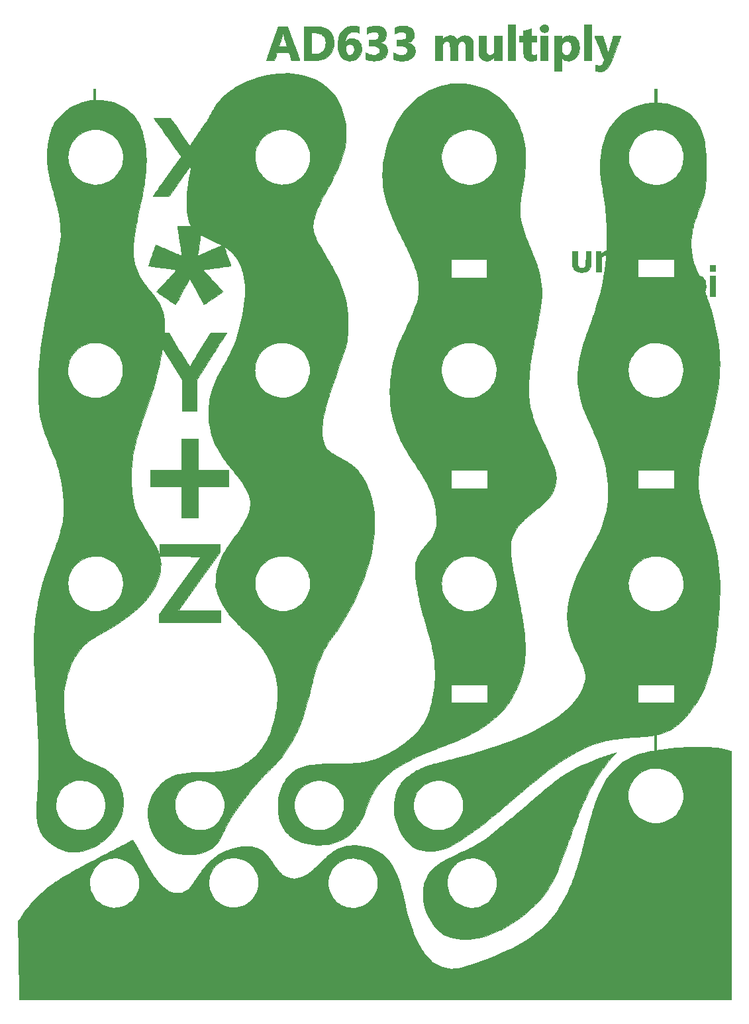
<source format=gtl>
G04 #@! TF.GenerationSoftware,KiCad,Pcbnew,(6.0.0)*
G04 #@! TF.CreationDate,2022-01-04T18:38:19+01:00*
G04 #@! TF.ProjectId,ad633muliply-panel,61643633-336d-4756-9c69-706c792d7061,rev?*
G04 #@! TF.SameCoordinates,Original*
G04 #@! TF.FileFunction,Copper,L1,Top*
G04 #@! TF.FilePolarity,Positive*
%FSLAX46Y46*%
G04 Gerber Fmt 4.6, Leading zero omitted, Abs format (unit mm)*
G04 Created by KiCad (PCBNEW (6.0.0)) date 2022-01-04 18:38:19*
%MOMM*%
%LPD*%
G01*
G04 APERTURE LIST*
G04 #@! TA.AperFunction,EtchedComponent*
%ADD10C,0.010000*%
G04 #@! TD*
G04 APERTURE END LIST*
D10*
X118556660Y-58806741D02*
X118736520Y-58817606D01*
X118736520Y-58817606D02*
X118902160Y-58837993D01*
X118902160Y-58837993D02*
X119043699Y-58867645D01*
X119043699Y-58867645D02*
X119128234Y-58895867D01*
X119128234Y-58895867D02*
X119201166Y-58926340D01*
X119201166Y-58926340D02*
X119201166Y-59319003D01*
X119201166Y-59319003D02*
X119200215Y-59442665D01*
X119200215Y-59442665D02*
X119197570Y-59550341D01*
X119197570Y-59550341D02*
X119193542Y-59635452D01*
X119193542Y-59635452D02*
X119188443Y-59691420D01*
X119188443Y-59691420D02*
X119182585Y-59711666D01*
X119182585Y-59711666D02*
X119182557Y-59711667D01*
X119182557Y-59711667D02*
X119154679Y-59703424D01*
X119154679Y-59703424D02*
X119101192Y-59682027D01*
X119101192Y-59682027D02*
X119046630Y-59657956D01*
X119046630Y-59657956D02*
X118840883Y-59586538D01*
X118840883Y-59586538D02*
X118614083Y-59550458D01*
X118614083Y-59550458D02*
X118414748Y-59547605D01*
X118414748Y-59547605D02*
X118310736Y-59554071D01*
X118310736Y-59554071D02*
X118232862Y-59564892D01*
X118232862Y-59564892D02*
X118164937Y-59583851D01*
X118164937Y-59583851D02*
X118090770Y-59614729D01*
X118090770Y-59614729D02*
X118054915Y-59631656D01*
X118054915Y-59631656D02*
X117888064Y-59727908D01*
X117888064Y-59727908D02*
X117751743Y-59843871D01*
X117751743Y-59843871D02*
X117640195Y-59985909D01*
X117640195Y-59985909D02*
X117547669Y-60160389D01*
X117547669Y-60160389D02*
X117522516Y-60220625D01*
X117522516Y-60220625D02*
X117476408Y-60349059D01*
X117476408Y-60349059D02*
X117444210Y-60471655D01*
X117444210Y-60471655D02*
X117421480Y-60607329D01*
X117421480Y-60607329D02*
X117411535Y-60693117D01*
X117411535Y-60693117D02*
X117396534Y-60838483D01*
X117396534Y-60838483D02*
X117485554Y-60741908D01*
X117485554Y-60741908D02*
X117628138Y-60612949D01*
X117628138Y-60612949D02*
X117788828Y-60517666D01*
X117788828Y-60517666D02*
X117971921Y-60454205D01*
X117971921Y-60454205D02*
X118181712Y-60420710D01*
X118181712Y-60420710D02*
X118238083Y-60416840D01*
X118238083Y-60416840D02*
X118470799Y-60423291D01*
X118470799Y-60423291D02*
X118684830Y-60467233D01*
X118684830Y-60467233D02*
X118878422Y-60547360D01*
X118878422Y-60547360D02*
X119049823Y-60662364D01*
X119049823Y-60662364D02*
X119197278Y-60810937D01*
X119197278Y-60810937D02*
X119319033Y-60991770D01*
X119319033Y-60991770D02*
X119413336Y-61203558D01*
X119413336Y-61203558D02*
X119449559Y-61320333D01*
X119449559Y-61320333D02*
X119466758Y-61399375D01*
X119466758Y-61399375D02*
X119477990Y-61491463D01*
X119477990Y-61491463D02*
X119484023Y-61606080D01*
X119484023Y-61606080D02*
X119485626Y-61752706D01*
X119485626Y-61752706D02*
X119485590Y-61764833D01*
X119485590Y-61764833D02*
X119484306Y-61892322D01*
X119484306Y-61892322D02*
X119480684Y-61988262D01*
X119480684Y-61988262D02*
X119473454Y-62063423D01*
X119473454Y-62063423D02*
X119461347Y-62128575D01*
X119461347Y-62128575D02*
X119443094Y-62194490D01*
X119443094Y-62194490D02*
X119430290Y-62234027D01*
X119430290Y-62234027D02*
X119330802Y-62471542D01*
X119330802Y-62471542D02*
X119200712Y-62681542D01*
X119200712Y-62681542D02*
X119041530Y-62862251D01*
X119041530Y-62862251D02*
X118854763Y-63011890D01*
X118854763Y-63011890D02*
X118691125Y-63105787D01*
X118691125Y-63105787D02*
X118452741Y-63198997D01*
X118452741Y-63198997D02*
X118202298Y-63253164D01*
X118202298Y-63253164D02*
X117945721Y-63267567D01*
X117945721Y-63267567D02*
X117688935Y-63241486D01*
X117688935Y-63241486D02*
X117645416Y-63232917D01*
X117645416Y-63232917D02*
X117420122Y-63164869D01*
X117420122Y-63164869D02*
X117216212Y-63061299D01*
X117216212Y-63061299D02*
X117034534Y-62923703D01*
X117034534Y-62923703D02*
X116875931Y-62753577D01*
X116875931Y-62753577D02*
X116741250Y-62552414D01*
X116741250Y-62552414D02*
X116631336Y-62321712D01*
X116631336Y-62321712D02*
X116547034Y-62062965D01*
X116547034Y-62062965D02*
X116489189Y-61777668D01*
X116489189Y-61777668D02*
X116484531Y-61730328D01*
X116484531Y-61730328D02*
X117445940Y-61730328D01*
X117445940Y-61730328D02*
X117447685Y-61866075D01*
X117447685Y-61866075D02*
X117461971Y-61993473D01*
X117461971Y-61993473D02*
X117477582Y-62062616D01*
X117477582Y-62062616D02*
X117536883Y-62208584D01*
X117536883Y-62208584D02*
X117621971Y-62334932D01*
X117621971Y-62334932D02*
X117726650Y-62434266D01*
X117726650Y-62434266D02*
X117843034Y-62498566D01*
X117843034Y-62498566D02*
X117949645Y-62519912D01*
X117949645Y-62519912D02*
X118070797Y-62515231D01*
X118070797Y-62515231D02*
X118189171Y-62486369D01*
X118189171Y-62486369D02*
X118258583Y-62454260D01*
X118258583Y-62454260D02*
X118360880Y-62371758D01*
X118360880Y-62371758D02*
X118447133Y-62256885D01*
X118447133Y-62256885D02*
X118510619Y-62118635D01*
X118510619Y-62118635D02*
X118530955Y-62027339D01*
X118530955Y-62027339D02*
X118542378Y-61909085D01*
X118542378Y-61909085D02*
X118544861Y-61778309D01*
X118544861Y-61778309D02*
X118538377Y-61649442D01*
X118538377Y-61649442D02*
X118522896Y-61536919D01*
X118522896Y-61536919D02*
X118511833Y-61491498D01*
X118511833Y-61491498D02*
X118453191Y-61362903D01*
X118453191Y-61362903D02*
X118364404Y-61259591D01*
X118364404Y-61259591D02*
X118251168Y-61184316D01*
X118251168Y-61184316D02*
X118119176Y-61139833D01*
X118119176Y-61139833D02*
X117974124Y-61128897D01*
X117974124Y-61128897D02*
X117821709Y-61154260D01*
X117821709Y-61154260D02*
X117817205Y-61155574D01*
X117817205Y-61155574D02*
X117731755Y-61197349D01*
X117731755Y-61197349D02*
X117643231Y-61267755D01*
X117643231Y-61267755D02*
X117562708Y-61355524D01*
X117562708Y-61355524D02*
X117501259Y-61449387D01*
X117501259Y-61449387D02*
X117479814Y-61498908D01*
X117479814Y-61498908D02*
X117456671Y-61602512D01*
X117456671Y-61602512D02*
X117445940Y-61730328D01*
X117445940Y-61730328D02*
X116484531Y-61730328D01*
X116484531Y-61730328D02*
X116458647Y-61467316D01*
X116458647Y-61467316D02*
X116456254Y-61133405D01*
X116456254Y-61133405D02*
X116456379Y-61129833D01*
X116456379Y-61129833D02*
X116475460Y-60832115D01*
X116475460Y-60832115D02*
X116511630Y-60564948D01*
X116511630Y-60564948D02*
X116566934Y-60319313D01*
X116566934Y-60319313D02*
X116643416Y-60086189D01*
X116643416Y-60086189D02*
X116743121Y-59856559D01*
X116743121Y-59856559D02*
X116746677Y-59849250D01*
X116746677Y-59849250D02*
X116889059Y-59602458D01*
X116889059Y-59602458D02*
X117060358Y-59384150D01*
X117060358Y-59384150D02*
X117257998Y-59196543D01*
X117257998Y-59196543D02*
X117479405Y-59041850D01*
X117479405Y-59041850D02*
X117722003Y-58922287D01*
X117722003Y-58922287D02*
X117892622Y-58863652D01*
X117892622Y-58863652D02*
X118030560Y-58833853D01*
X118030560Y-58833853D02*
X118193799Y-58814607D01*
X118193799Y-58814607D02*
X118372459Y-58805655D01*
X118372459Y-58805655D02*
X118556660Y-58806741D01*
X118556660Y-58806741D02*
X118556660Y-58806741D01*
G36*
X116456254Y-61133405D02*
G01*
X116456379Y-61129833D01*
X116475460Y-60832115D01*
X116511630Y-60564948D01*
X116566934Y-60319313D01*
X116643416Y-60086189D01*
X116743121Y-59856559D01*
X116746677Y-59849250D01*
X116889059Y-59602458D01*
X117060358Y-59384150D01*
X117257998Y-59196543D01*
X117479405Y-59041850D01*
X117722003Y-58922287D01*
X117892622Y-58863652D01*
X118030560Y-58833853D01*
X118193799Y-58814607D01*
X118372459Y-58805655D01*
X118556660Y-58806741D01*
X118736520Y-58817606D01*
X118902160Y-58837993D01*
X119043699Y-58867645D01*
X119128234Y-58895867D01*
X119201166Y-58926340D01*
X119201166Y-59319003D01*
X119200215Y-59442665D01*
X119197570Y-59550341D01*
X119193542Y-59635452D01*
X119188443Y-59691420D01*
X119182585Y-59711666D01*
X119182557Y-59711667D01*
X119154679Y-59703424D01*
X119101192Y-59682027D01*
X119046630Y-59657956D01*
X118840883Y-59586538D01*
X118614083Y-59550458D01*
X118414748Y-59547605D01*
X118310736Y-59554071D01*
X118232862Y-59564892D01*
X118164937Y-59583851D01*
X118090770Y-59614729D01*
X118054915Y-59631656D01*
X117888064Y-59727908D01*
X117751743Y-59843871D01*
X117640195Y-59985909D01*
X117547669Y-60160389D01*
X117522516Y-60220625D01*
X117476408Y-60349059D01*
X117444210Y-60471655D01*
X117421480Y-60607329D01*
X117411535Y-60693117D01*
X117396534Y-60838483D01*
X117485554Y-60741908D01*
X117628138Y-60612949D01*
X117788828Y-60517666D01*
X117971921Y-60454205D01*
X118181712Y-60420710D01*
X118238083Y-60416840D01*
X118470799Y-60423291D01*
X118684830Y-60467233D01*
X118878422Y-60547360D01*
X119049823Y-60662364D01*
X119197278Y-60810937D01*
X119319033Y-60991770D01*
X119413336Y-61203558D01*
X119449559Y-61320333D01*
X119466758Y-61399375D01*
X119477990Y-61491463D01*
X119484023Y-61606080D01*
X119485626Y-61752706D01*
X119485590Y-61764833D01*
X119484306Y-61892322D01*
X119480684Y-61988262D01*
X119473454Y-62063423D01*
X119461347Y-62128575D01*
X119443094Y-62194490D01*
X119430290Y-62234027D01*
X119330802Y-62471542D01*
X119200712Y-62681542D01*
X119041530Y-62862251D01*
X118854763Y-63011890D01*
X118691125Y-63105787D01*
X118452741Y-63198997D01*
X118202298Y-63253164D01*
X117945721Y-63267567D01*
X117688935Y-63241486D01*
X117645416Y-63232917D01*
X117420122Y-63164869D01*
X117216212Y-63061299D01*
X117034534Y-62923703D01*
X116875931Y-62753577D01*
X116741250Y-62552414D01*
X116631336Y-62321712D01*
X116547034Y-62062965D01*
X116489189Y-61777668D01*
X116484531Y-61730328D01*
X117445940Y-61730328D01*
X117447685Y-61866075D01*
X117461971Y-61993473D01*
X117477582Y-62062616D01*
X117536883Y-62208584D01*
X117621971Y-62334932D01*
X117726650Y-62434266D01*
X117843034Y-62498566D01*
X117949645Y-62519912D01*
X118070797Y-62515231D01*
X118189171Y-62486369D01*
X118258583Y-62454260D01*
X118360880Y-62371758D01*
X118447133Y-62256885D01*
X118510619Y-62118635D01*
X118530955Y-62027339D01*
X118542378Y-61909085D01*
X118544861Y-61778309D01*
X118538377Y-61649442D01*
X118522896Y-61536919D01*
X118511833Y-61491498D01*
X118453191Y-61362903D01*
X118364404Y-61259591D01*
X118251168Y-61184316D01*
X118119176Y-61139833D01*
X117974124Y-61128897D01*
X117821709Y-61154260D01*
X117817205Y-61155574D01*
X117731755Y-61197349D01*
X117643231Y-61267755D01*
X117562708Y-61355524D01*
X117501259Y-61449387D01*
X117479814Y-61498908D01*
X117456671Y-61602512D01*
X117445940Y-61730328D01*
X116484531Y-61730328D01*
X116458647Y-61467316D01*
X116456254Y-61133405D01*
G37*
X116456254Y-61133405D02*
X116456379Y-61129833D01*
X116475460Y-60832115D01*
X116511630Y-60564948D01*
X116566934Y-60319313D01*
X116643416Y-60086189D01*
X116743121Y-59856559D01*
X116746677Y-59849250D01*
X116889059Y-59602458D01*
X117060358Y-59384150D01*
X117257998Y-59196543D01*
X117479405Y-59041850D01*
X117722003Y-58922287D01*
X117892622Y-58863652D01*
X118030560Y-58833853D01*
X118193799Y-58814607D01*
X118372459Y-58805655D01*
X118556660Y-58806741D01*
X118736520Y-58817606D01*
X118902160Y-58837993D01*
X119043699Y-58867645D01*
X119128234Y-58895867D01*
X119201166Y-58926340D01*
X119201166Y-59319003D01*
X119200215Y-59442665D01*
X119197570Y-59550341D01*
X119193542Y-59635452D01*
X119188443Y-59691420D01*
X119182585Y-59711666D01*
X119182557Y-59711667D01*
X119154679Y-59703424D01*
X119101192Y-59682027D01*
X119046630Y-59657956D01*
X118840883Y-59586538D01*
X118614083Y-59550458D01*
X118414748Y-59547605D01*
X118310736Y-59554071D01*
X118232862Y-59564892D01*
X118164937Y-59583851D01*
X118090770Y-59614729D01*
X118054915Y-59631656D01*
X117888064Y-59727908D01*
X117751743Y-59843871D01*
X117640195Y-59985909D01*
X117547669Y-60160389D01*
X117522516Y-60220625D01*
X117476408Y-60349059D01*
X117444210Y-60471655D01*
X117421480Y-60607329D01*
X117411535Y-60693117D01*
X117396534Y-60838483D01*
X117485554Y-60741908D01*
X117628138Y-60612949D01*
X117788828Y-60517666D01*
X117971921Y-60454205D01*
X118181712Y-60420710D01*
X118238083Y-60416840D01*
X118470799Y-60423291D01*
X118684830Y-60467233D01*
X118878422Y-60547360D01*
X119049823Y-60662364D01*
X119197278Y-60810937D01*
X119319033Y-60991770D01*
X119413336Y-61203558D01*
X119449559Y-61320333D01*
X119466758Y-61399375D01*
X119477990Y-61491463D01*
X119484023Y-61606080D01*
X119485626Y-61752706D01*
X119485590Y-61764833D01*
X119484306Y-61892322D01*
X119480684Y-61988262D01*
X119473454Y-62063423D01*
X119461347Y-62128575D01*
X119443094Y-62194490D01*
X119430290Y-62234027D01*
X119330802Y-62471542D01*
X119200712Y-62681542D01*
X119041530Y-62862251D01*
X118854763Y-63011890D01*
X118691125Y-63105787D01*
X118452741Y-63198997D01*
X118202298Y-63253164D01*
X117945721Y-63267567D01*
X117688935Y-63241486D01*
X117645416Y-63232917D01*
X117420122Y-63164869D01*
X117216212Y-63061299D01*
X117034534Y-62923703D01*
X116875931Y-62753577D01*
X116741250Y-62552414D01*
X116631336Y-62321712D01*
X116547034Y-62062965D01*
X116489189Y-61777668D01*
X116484531Y-61730328D01*
X117445940Y-61730328D01*
X117447685Y-61866075D01*
X117461971Y-61993473D01*
X117477582Y-62062616D01*
X117536883Y-62208584D01*
X117621971Y-62334932D01*
X117726650Y-62434266D01*
X117843034Y-62498566D01*
X117949645Y-62519912D01*
X118070797Y-62515231D01*
X118189171Y-62486369D01*
X118258583Y-62454260D01*
X118360880Y-62371758D01*
X118447133Y-62256885D01*
X118510619Y-62118635D01*
X118530955Y-62027339D01*
X118542378Y-61909085D01*
X118544861Y-61778309D01*
X118538377Y-61649442D01*
X118522896Y-61536919D01*
X118511833Y-61491498D01*
X118453191Y-61362903D01*
X118364404Y-61259591D01*
X118251168Y-61184316D01*
X118119176Y-61139833D01*
X117974124Y-61128897D01*
X117821709Y-61154260D01*
X117817205Y-61155574D01*
X117731755Y-61197349D01*
X117643231Y-61267755D01*
X117562708Y-61355524D01*
X117501259Y-61449387D01*
X117479814Y-61498908D01*
X117456671Y-61602512D01*
X117445940Y-61730328D01*
X116484531Y-61730328D01*
X116458647Y-61467316D01*
X116456254Y-61133405D01*
X152304944Y-60092864D02*
X152421700Y-60093718D01*
X152421700Y-60093718D02*
X152506078Y-60095624D01*
X152506078Y-60095624D02*
X152563056Y-60098976D01*
X152563056Y-60098976D02*
X152597609Y-60104169D01*
X152597609Y-60104169D02*
X152614716Y-60111598D01*
X152614716Y-60111598D02*
X152619354Y-60121657D01*
X152619354Y-60121657D02*
X152618062Y-60129708D01*
X152618062Y-60129708D02*
X152603580Y-60174405D01*
X152603580Y-60174405D02*
X152575161Y-60254903D01*
X152575161Y-60254903D02*
X152534205Y-60367545D01*
X152534205Y-60367545D02*
X152482108Y-60508673D01*
X152482108Y-60508673D02*
X152420269Y-60674630D01*
X152420269Y-60674630D02*
X152350086Y-60861758D01*
X152350086Y-60861758D02*
X152272956Y-61066400D01*
X152272956Y-61066400D02*
X152190278Y-61284898D01*
X152190278Y-61284898D02*
X152103449Y-61513595D01*
X152103449Y-61513595D02*
X152013867Y-61748834D01*
X152013867Y-61748834D02*
X151922931Y-61986956D01*
X151922931Y-61986956D02*
X151832038Y-62224305D01*
X151832038Y-62224305D02*
X151742585Y-62457222D01*
X151742585Y-62457222D02*
X151655972Y-62682052D01*
X151655972Y-62682052D02*
X151573596Y-62895135D01*
X151573596Y-62895135D02*
X151496854Y-63092815D01*
X151496854Y-63092815D02*
X151427145Y-63271434D01*
X151427145Y-63271434D02*
X151365866Y-63427334D01*
X151365866Y-63427334D02*
X151314416Y-63556859D01*
X151314416Y-63556859D02*
X151274193Y-63656350D01*
X151274193Y-63656350D02*
X151246594Y-63722151D01*
X151246594Y-63722151D02*
X151236686Y-63743917D01*
X151236686Y-63743917D02*
X151100514Y-63987182D01*
X151100514Y-63987182D02*
X150950622Y-64190717D01*
X150950622Y-64190717D02*
X150785727Y-64355257D01*
X150785727Y-64355257D02*
X150604544Y-64481539D01*
X150604544Y-64481539D02*
X150405789Y-64570298D01*
X150405789Y-64570298D02*
X150188178Y-64622269D01*
X150188178Y-64622269D02*
X149950426Y-64638189D01*
X149950426Y-64638189D02*
X149705998Y-64620754D01*
X149705998Y-64620754D02*
X149621448Y-64607433D01*
X149621448Y-64607433D02*
X149542512Y-64591123D01*
X149542512Y-64591123D02*
X149499623Y-64579463D01*
X149499623Y-64579463D02*
X149427166Y-64555550D01*
X149427166Y-64555550D02*
X149427166Y-64176192D01*
X149427166Y-64176192D02*
X149428143Y-64054761D01*
X149428143Y-64054761D02*
X149430855Y-63949431D01*
X149430855Y-63949431D02*
X149434977Y-63866894D01*
X149434977Y-63866894D02*
X149440182Y-63813843D01*
X149440182Y-63813843D02*
X149445642Y-63796833D01*
X149445642Y-63796833D02*
X149474413Y-63804806D01*
X149474413Y-63804806D02*
X149526956Y-63825101D01*
X149526956Y-63825101D02*
X149560088Y-63839285D01*
X149560088Y-63839285D02*
X149707752Y-63884426D01*
X149707752Y-63884426D02*
X149864535Y-63897179D01*
X149864535Y-63897179D02*
X150014430Y-63876364D01*
X150014430Y-63876364D02*
X150024651Y-63873503D01*
X150024651Y-63873503D02*
X150122744Y-63831953D01*
X150122744Y-63831953D02*
X150209061Y-63765457D01*
X150209061Y-63765457D02*
X150287555Y-63669418D01*
X150287555Y-63669418D02*
X150362181Y-63539233D01*
X150362181Y-63539233D02*
X150418449Y-63415324D01*
X150418449Y-63415324D02*
X150454770Y-63322983D01*
X150454770Y-63322983D02*
X150482503Y-63241401D01*
X150482503Y-63241401D02*
X150498551Y-63180449D01*
X150498551Y-63180449D02*
X150500809Y-63152742D01*
X150500809Y-63152742D02*
X150491476Y-63126505D01*
X150491476Y-63126505D02*
X150467373Y-63064217D01*
X150467373Y-63064217D02*
X150429759Y-62969010D01*
X150429759Y-62969010D02*
X150379892Y-62844012D01*
X150379892Y-62844012D02*
X150319033Y-62692355D01*
X150319033Y-62692355D02*
X150248441Y-62517170D01*
X150248441Y-62517170D02*
X150169374Y-62321587D01*
X150169374Y-62321587D02*
X150083092Y-62108736D01*
X150083092Y-62108736D02*
X149990855Y-61881748D01*
X149990855Y-61881748D02*
X149893922Y-61643753D01*
X149893922Y-61643753D02*
X149885234Y-61622450D01*
X149885234Y-61622450D02*
X149788228Y-61384315D01*
X149788228Y-61384315D02*
X149696019Y-61157412D01*
X149696019Y-61157412D02*
X149609839Y-60944811D01*
X149609839Y-60944811D02*
X149530924Y-60749582D01*
X149530924Y-60749582D02*
X149460507Y-60574794D01*
X149460507Y-60574794D02*
X149399823Y-60423516D01*
X149399823Y-60423516D02*
X149350105Y-60298819D01*
X149350105Y-60298819D02*
X149312587Y-60203772D01*
X149312587Y-60203772D02*
X149288503Y-60141446D01*
X149288503Y-60141446D02*
X149279087Y-60114909D01*
X149279087Y-60114909D02*
X149279000Y-60114325D01*
X149279000Y-60114325D02*
X149300012Y-60106734D01*
X149300012Y-60106734D02*
X149362488Y-60100740D01*
X149362488Y-60100740D02*
X149465588Y-60096375D01*
X149465588Y-60096375D02*
X149608471Y-60093674D01*
X149608471Y-60093674D02*
X149790296Y-60092672D01*
X149790296Y-60092672D02*
X149806740Y-60092667D01*
X149806740Y-60092667D02*
X149970390Y-60092870D01*
X149970390Y-60092870D02*
X150096652Y-60093707D01*
X150096652Y-60093707D02*
X150190470Y-60095517D01*
X150190470Y-60095517D02*
X150256790Y-60098641D01*
X150256790Y-60098641D02*
X150300554Y-60103418D01*
X150300554Y-60103418D02*
X150326708Y-60110188D01*
X150326708Y-60110188D02*
X150340196Y-60119291D01*
X150340196Y-60119291D02*
X150345577Y-60129708D01*
X150345577Y-60129708D02*
X150353862Y-60156914D01*
X150353862Y-60156914D02*
X150373288Y-60220464D01*
X150373288Y-60220464D02*
X150402588Y-60316228D01*
X150402588Y-60316228D02*
X150440499Y-60440075D01*
X150440499Y-60440075D02*
X150485756Y-60587875D01*
X150485756Y-60587875D02*
X150537095Y-60755496D01*
X150537095Y-60755496D02*
X150593249Y-60938808D01*
X150593249Y-60938808D02*
X150651880Y-61130166D01*
X150651880Y-61130166D02*
X150712020Y-61327504D01*
X150712020Y-61327504D02*
X150768682Y-61515476D01*
X150768682Y-61515476D02*
X150820556Y-61689596D01*
X150820556Y-61689596D02*
X150866336Y-61845380D01*
X150866336Y-61845380D02*
X150904713Y-61978344D01*
X150904713Y-61978344D02*
X150934379Y-62084002D01*
X150934379Y-62084002D02*
X150954026Y-62157871D01*
X150954026Y-62157871D02*
X150962151Y-62194051D01*
X150962151Y-62194051D02*
X150973971Y-62254867D01*
X150973971Y-62254867D02*
X150986947Y-62295675D01*
X150986947Y-62295675D02*
X150992737Y-62304112D01*
X150992737Y-62304112D02*
X151005309Y-62290834D01*
X151005309Y-62290834D02*
X151021636Y-62246545D01*
X151021636Y-62246545D02*
X151033859Y-62199301D01*
X151033859Y-62199301D02*
X151045736Y-62153887D01*
X151045736Y-62153887D02*
X151068684Y-62073169D01*
X151068684Y-62073169D02*
X151101180Y-61962260D01*
X151101180Y-61962260D02*
X151141697Y-61826270D01*
X151141697Y-61826270D02*
X151188710Y-61670313D01*
X151188710Y-61670313D02*
X151240694Y-61499499D01*
X151240694Y-61499499D02*
X151296122Y-61318941D01*
X151296122Y-61318941D02*
X151309995Y-61273990D01*
X151309995Y-61273990D02*
X151367390Y-61088155D01*
X151367390Y-61088155D02*
X151423074Y-60907736D01*
X151423074Y-60907736D02*
X151475299Y-60738411D01*
X151475299Y-60738411D02*
X151522313Y-60585859D01*
X151522313Y-60585859D02*
X151562368Y-60455759D01*
X151562368Y-60455759D02*
X151593712Y-60353789D01*
X151593712Y-60353789D02*
X151614597Y-60285627D01*
X151614597Y-60285627D02*
X151616962Y-60277875D01*
X151616962Y-60277875D02*
X151673395Y-60092667D01*
X151673395Y-60092667D02*
X152150832Y-60092667D01*
X152150832Y-60092667D02*
X152304944Y-60092864D01*
X152304944Y-60092864D02*
X152304944Y-60092864D01*
G36*
X152304944Y-60092864D02*
G01*
X152421700Y-60093718D01*
X152506078Y-60095624D01*
X152563056Y-60098976D01*
X152597609Y-60104169D01*
X152614716Y-60111598D01*
X152619354Y-60121657D01*
X152618062Y-60129708D01*
X152603580Y-60174405D01*
X152575161Y-60254903D01*
X152534205Y-60367545D01*
X152482108Y-60508673D01*
X152420269Y-60674630D01*
X152350086Y-60861758D01*
X152272956Y-61066400D01*
X152190278Y-61284898D01*
X152103449Y-61513595D01*
X152013867Y-61748834D01*
X151922931Y-61986956D01*
X151832038Y-62224305D01*
X151742585Y-62457222D01*
X151655972Y-62682052D01*
X151573596Y-62895135D01*
X151496854Y-63092815D01*
X151427145Y-63271434D01*
X151365866Y-63427334D01*
X151314416Y-63556859D01*
X151274193Y-63656350D01*
X151246594Y-63722151D01*
X151236686Y-63743917D01*
X151100514Y-63987182D01*
X150950622Y-64190717D01*
X150785727Y-64355257D01*
X150604544Y-64481539D01*
X150405789Y-64570298D01*
X150188178Y-64622269D01*
X149950426Y-64638189D01*
X149705998Y-64620754D01*
X149621448Y-64607433D01*
X149542512Y-64591123D01*
X149499623Y-64579463D01*
X149427166Y-64555550D01*
X149427166Y-64176192D01*
X149428143Y-64054761D01*
X149430855Y-63949431D01*
X149434977Y-63866894D01*
X149440182Y-63813843D01*
X149445642Y-63796833D01*
X149474413Y-63804806D01*
X149526956Y-63825101D01*
X149560088Y-63839285D01*
X149707752Y-63884426D01*
X149864535Y-63897179D01*
X150014430Y-63876364D01*
X150024651Y-63873503D01*
X150122744Y-63831953D01*
X150209061Y-63765457D01*
X150287555Y-63669418D01*
X150362181Y-63539233D01*
X150418449Y-63415324D01*
X150454770Y-63322983D01*
X150482503Y-63241401D01*
X150498551Y-63180449D01*
X150500809Y-63152742D01*
X150491476Y-63126505D01*
X150467373Y-63064217D01*
X150429759Y-62969010D01*
X150379892Y-62844012D01*
X150319033Y-62692355D01*
X150248441Y-62517170D01*
X150169374Y-62321587D01*
X150083092Y-62108736D01*
X149990855Y-61881748D01*
X149893922Y-61643753D01*
X149885234Y-61622450D01*
X149788228Y-61384315D01*
X149696019Y-61157412D01*
X149609839Y-60944811D01*
X149530924Y-60749582D01*
X149460507Y-60574794D01*
X149399823Y-60423516D01*
X149350105Y-60298819D01*
X149312587Y-60203772D01*
X149288503Y-60141446D01*
X149279087Y-60114909D01*
X149279000Y-60114325D01*
X149300012Y-60106734D01*
X149362488Y-60100740D01*
X149465588Y-60096375D01*
X149608471Y-60093674D01*
X149790296Y-60092672D01*
X149806740Y-60092667D01*
X149970390Y-60092870D01*
X150096652Y-60093707D01*
X150190470Y-60095517D01*
X150256790Y-60098641D01*
X150300554Y-60103418D01*
X150326708Y-60110188D01*
X150340196Y-60119291D01*
X150345577Y-60129708D01*
X150353862Y-60156914D01*
X150373288Y-60220464D01*
X150402588Y-60316228D01*
X150440499Y-60440075D01*
X150485756Y-60587875D01*
X150537095Y-60755496D01*
X150593249Y-60938808D01*
X150651880Y-61130166D01*
X150712020Y-61327504D01*
X150768682Y-61515476D01*
X150820556Y-61689596D01*
X150866336Y-61845380D01*
X150904713Y-61978344D01*
X150934379Y-62084002D01*
X150954026Y-62157871D01*
X150962151Y-62194051D01*
X150973971Y-62254867D01*
X150986947Y-62295675D01*
X150992737Y-62304112D01*
X151005309Y-62290834D01*
X151021636Y-62246545D01*
X151033859Y-62199301D01*
X151045736Y-62153887D01*
X151068684Y-62073169D01*
X151101180Y-61962260D01*
X151141697Y-61826270D01*
X151188710Y-61670313D01*
X151240694Y-61499499D01*
X151296122Y-61318941D01*
X151309995Y-61273990D01*
X151367390Y-61088155D01*
X151423074Y-60907736D01*
X151475299Y-60738411D01*
X151522313Y-60585859D01*
X151562368Y-60455759D01*
X151593712Y-60353789D01*
X151614597Y-60285627D01*
X151616962Y-60277875D01*
X151673395Y-60092667D01*
X152150832Y-60092667D01*
X152304944Y-60092864D01*
G37*
X152304944Y-60092864D02*
X152421700Y-60093718D01*
X152506078Y-60095624D01*
X152563056Y-60098976D01*
X152597609Y-60104169D01*
X152614716Y-60111598D01*
X152619354Y-60121657D01*
X152618062Y-60129708D01*
X152603580Y-60174405D01*
X152575161Y-60254903D01*
X152534205Y-60367545D01*
X152482108Y-60508673D01*
X152420269Y-60674630D01*
X152350086Y-60861758D01*
X152272956Y-61066400D01*
X152190278Y-61284898D01*
X152103449Y-61513595D01*
X152013867Y-61748834D01*
X151922931Y-61986956D01*
X151832038Y-62224305D01*
X151742585Y-62457222D01*
X151655972Y-62682052D01*
X151573596Y-62895135D01*
X151496854Y-63092815D01*
X151427145Y-63271434D01*
X151365866Y-63427334D01*
X151314416Y-63556859D01*
X151274193Y-63656350D01*
X151246594Y-63722151D01*
X151236686Y-63743917D01*
X151100514Y-63987182D01*
X150950622Y-64190717D01*
X150785727Y-64355257D01*
X150604544Y-64481539D01*
X150405789Y-64570298D01*
X150188178Y-64622269D01*
X149950426Y-64638189D01*
X149705998Y-64620754D01*
X149621448Y-64607433D01*
X149542512Y-64591123D01*
X149499623Y-64579463D01*
X149427166Y-64555550D01*
X149427166Y-64176192D01*
X149428143Y-64054761D01*
X149430855Y-63949431D01*
X149434977Y-63866894D01*
X149440182Y-63813843D01*
X149445642Y-63796833D01*
X149474413Y-63804806D01*
X149526956Y-63825101D01*
X149560088Y-63839285D01*
X149707752Y-63884426D01*
X149864535Y-63897179D01*
X150014430Y-63876364D01*
X150024651Y-63873503D01*
X150122744Y-63831953D01*
X150209061Y-63765457D01*
X150287555Y-63669418D01*
X150362181Y-63539233D01*
X150418449Y-63415324D01*
X150454770Y-63322983D01*
X150482503Y-63241401D01*
X150498551Y-63180449D01*
X150500809Y-63152742D01*
X150491476Y-63126505D01*
X150467373Y-63064217D01*
X150429759Y-62969010D01*
X150379892Y-62844012D01*
X150319033Y-62692355D01*
X150248441Y-62517170D01*
X150169374Y-62321587D01*
X150083092Y-62108736D01*
X149990855Y-61881748D01*
X149893922Y-61643753D01*
X149885234Y-61622450D01*
X149788228Y-61384315D01*
X149696019Y-61157412D01*
X149609839Y-60944811D01*
X149530924Y-60749582D01*
X149460507Y-60574794D01*
X149399823Y-60423516D01*
X149350105Y-60298819D01*
X149312587Y-60203772D01*
X149288503Y-60141446D01*
X149279087Y-60114909D01*
X149279000Y-60114325D01*
X149300012Y-60106734D01*
X149362488Y-60100740D01*
X149465588Y-60096375D01*
X149608471Y-60093674D01*
X149790296Y-60092672D01*
X149806740Y-60092667D01*
X149970390Y-60092870D01*
X150096652Y-60093707D01*
X150190470Y-60095517D01*
X150256790Y-60098641D01*
X150300554Y-60103418D01*
X150326708Y-60110188D01*
X150340196Y-60119291D01*
X150345577Y-60129708D01*
X150353862Y-60156914D01*
X150373288Y-60220464D01*
X150402588Y-60316228D01*
X150440499Y-60440075D01*
X150485756Y-60587875D01*
X150537095Y-60755496D01*
X150593249Y-60938808D01*
X150651880Y-61130166D01*
X150712020Y-61327504D01*
X150768682Y-61515476D01*
X150820556Y-61689596D01*
X150866336Y-61845380D01*
X150904713Y-61978344D01*
X150934379Y-62084002D01*
X150954026Y-62157871D01*
X150962151Y-62194051D01*
X150973971Y-62254867D01*
X150986947Y-62295675D01*
X150992737Y-62304112D01*
X151005309Y-62290834D01*
X151021636Y-62246545D01*
X151033859Y-62199301D01*
X151045736Y-62153887D01*
X151068684Y-62073169D01*
X151101180Y-61962260D01*
X151141697Y-61826270D01*
X151188710Y-61670313D01*
X151240694Y-61499499D01*
X151296122Y-61318941D01*
X151309995Y-61273990D01*
X151367390Y-61088155D01*
X151423074Y-60907736D01*
X151475299Y-60738411D01*
X151522313Y-60585859D01*
X151562368Y-60455759D01*
X151593712Y-60353789D01*
X151614597Y-60285627D01*
X151616962Y-60277875D01*
X151673395Y-60092667D01*
X152150832Y-60092667D01*
X152304944Y-60092864D01*
X85503833Y-68263000D02*
X85826625Y-68263026D01*
X85826625Y-68263026D02*
X86299716Y-68283208D01*
X86299716Y-68283208D02*
X86778306Y-68342562D01*
X86778306Y-68342562D02*
X87256786Y-68439407D01*
X87256786Y-68439407D02*
X87729552Y-68572064D01*
X87729552Y-68572064D02*
X88190995Y-68738852D01*
X88190995Y-68738852D02*
X88635510Y-68938091D01*
X88635510Y-68938091D02*
X89057490Y-69168102D01*
X89057490Y-69168102D02*
X89250333Y-69288906D01*
X89250333Y-69288906D02*
X89637842Y-69565273D01*
X89637842Y-69565273D02*
X89989059Y-69863092D01*
X89989059Y-69863092D02*
X90304705Y-70183270D01*
X90304705Y-70183270D02*
X90585499Y-70526711D01*
X90585499Y-70526711D02*
X90832163Y-70894322D01*
X90832163Y-70894322D02*
X91045416Y-71287008D01*
X91045416Y-71287008D02*
X91225979Y-71705674D01*
X91225979Y-71705674D02*
X91271259Y-71829043D01*
X91271259Y-71829043D02*
X91452941Y-72384637D01*
X91452941Y-72384637D02*
X91606297Y-72945151D01*
X91606297Y-72945151D02*
X91731529Y-73513442D01*
X91731529Y-73513442D02*
X91828845Y-74092364D01*
X91828845Y-74092364D02*
X91898446Y-74684773D01*
X91898446Y-74684773D02*
X91940540Y-75293524D01*
X91940540Y-75293524D02*
X91955329Y-75921472D01*
X91955329Y-75921472D02*
X91943018Y-76571473D01*
X91943018Y-76571473D02*
X91903813Y-77246381D01*
X91903813Y-77246381D02*
X91837917Y-77949053D01*
X91837917Y-77949053D02*
X91756598Y-78602917D01*
X91756598Y-78602917D02*
X91728258Y-78803477D01*
X91728258Y-78803477D02*
X91698301Y-79004634D01*
X91698301Y-79004634D02*
X91666088Y-79209818D01*
X91666088Y-79209818D02*
X91630983Y-79422460D01*
X91630983Y-79422460D02*
X91592347Y-79645991D01*
X91592347Y-79645991D02*
X91549542Y-79883840D01*
X91549542Y-79883840D02*
X91501931Y-80139438D01*
X91501931Y-80139438D02*
X91448877Y-80416216D01*
X91448877Y-80416216D02*
X91389741Y-80717605D01*
X91389741Y-80717605D02*
X91323886Y-81047034D01*
X91323886Y-81047034D02*
X91250674Y-81407935D01*
X91250674Y-81407935D02*
X91169467Y-81803737D01*
X91169467Y-81803737D02*
X91091624Y-82180083D01*
X91091624Y-82180083D02*
X91001189Y-82617654D01*
X91001189Y-82617654D02*
X90919379Y-83017353D01*
X90919379Y-83017353D02*
X90845571Y-83382620D01*
X90845571Y-83382620D02*
X90779139Y-83716893D01*
X90779139Y-83716893D02*
X90719460Y-84023613D01*
X90719460Y-84023613D02*
X90665910Y-84306217D01*
X90665910Y-84306217D02*
X90617864Y-84568145D01*
X90617864Y-84568145D02*
X90574699Y-84812837D01*
X90574699Y-84812837D02*
X90535790Y-85043731D01*
X90535790Y-85043731D02*
X90500513Y-85264266D01*
X90500513Y-85264266D02*
X90468243Y-85477881D01*
X90468243Y-85477881D02*
X90438358Y-85688016D01*
X90438358Y-85688016D02*
X90410232Y-85898110D01*
X90410232Y-85898110D02*
X90394413Y-86021833D01*
X90394413Y-86021833D02*
X90360539Y-86297585D01*
X90360539Y-86297585D02*
X90333076Y-86537318D01*
X90333076Y-86537318D02*
X90311650Y-86746800D01*
X90311650Y-86746800D02*
X90295886Y-86931800D01*
X90295886Y-86931800D02*
X90285412Y-87098084D01*
X90285412Y-87098084D02*
X90279853Y-87251422D01*
X90279853Y-87251422D02*
X90278836Y-87397580D01*
X90278836Y-87397580D02*
X90281986Y-87542326D01*
X90281986Y-87542326D02*
X90287677Y-87668852D01*
X90287677Y-87668852D02*
X90330064Y-88204766D01*
X90330064Y-88204766D02*
X90398211Y-88709876D01*
X90398211Y-88709876D02*
X90493228Y-89187792D01*
X90493228Y-89187792D02*
X90616222Y-89642124D01*
X90616222Y-89642124D02*
X90768302Y-90076482D01*
X90768302Y-90076482D02*
X90950578Y-90494476D01*
X90950578Y-90494476D02*
X91164157Y-90899717D01*
X91164157Y-90899717D02*
X91393741Y-91271167D01*
X91393741Y-91271167D02*
X91478825Y-91397037D01*
X91478825Y-91397037D02*
X91568281Y-91523944D01*
X91568281Y-91523944D02*
X91665491Y-91656246D01*
X91665491Y-91656246D02*
X91773836Y-91798304D01*
X91773836Y-91798304D02*
X91896695Y-91954475D01*
X91896695Y-91954475D02*
X92037450Y-92129118D01*
X92037450Y-92129118D02*
X92199480Y-92326593D01*
X92199480Y-92326593D02*
X92386167Y-92551258D01*
X92386167Y-92551258D02*
X92390775Y-92556777D01*
X92390775Y-92556777D02*
X92578871Y-92782946D01*
X92578871Y-92782946D02*
X92742157Y-92981590D01*
X92742157Y-92981590D02*
X92883781Y-93156974D01*
X92883781Y-93156974D02*
X93006890Y-93313360D01*
X93006890Y-93313360D02*
X93114633Y-93455014D01*
X93114633Y-93455014D02*
X93210156Y-93586198D01*
X93210156Y-93586198D02*
X93296606Y-93711177D01*
X93296606Y-93711177D02*
X93377133Y-93834214D01*
X93377133Y-93834214D02*
X93454882Y-93959574D01*
X93454882Y-93959574D02*
X93533002Y-94091520D01*
X93533002Y-94091520D02*
X93566277Y-94149224D01*
X93566277Y-94149224D02*
X93771492Y-94549263D01*
X93771492Y-94549263D02*
X93943636Y-94974605D01*
X93943636Y-94974605D02*
X94082427Y-95423781D01*
X94082427Y-95423781D02*
X94187586Y-95895323D01*
X94187586Y-95895323D02*
X94258833Y-96387762D01*
X94258833Y-96387762D02*
X94295889Y-96899628D01*
X94295889Y-96899628D02*
X94298473Y-97429453D01*
X94298473Y-97429453D02*
X94275174Y-97869875D01*
X94275174Y-97869875D02*
X94263221Y-98023333D01*
X94263221Y-98023333D02*
X94855141Y-98023333D01*
X94855141Y-98023333D02*
X96184282Y-100173843D01*
X96184282Y-100173843D02*
X96385863Y-100499877D01*
X96385863Y-100499877D02*
X96566441Y-100791646D01*
X96566441Y-100791646D02*
X96727173Y-101050956D01*
X96727173Y-101050956D02*
X96869219Y-101279612D01*
X96869219Y-101279612D02*
X96993737Y-101479416D01*
X96993737Y-101479416D02*
X97101886Y-101652176D01*
X97101886Y-101652176D02*
X97194823Y-101799694D01*
X97194823Y-101799694D02*
X97273708Y-101923776D01*
X97273708Y-101923776D02*
X97339698Y-102026227D01*
X97339698Y-102026227D02*
X97393952Y-102108850D01*
X97393952Y-102108850D02*
X97437628Y-102173452D01*
X97437628Y-102173452D02*
X97471885Y-102221835D01*
X97471885Y-102221835D02*
X97497882Y-102255806D01*
X97497882Y-102255806D02*
X97516776Y-102277169D01*
X97516776Y-102277169D02*
X97529726Y-102287728D01*
X97529726Y-102287728D02*
X97537891Y-102289288D01*
X97537891Y-102289288D02*
X97540724Y-102287016D01*
X97540724Y-102287016D02*
X97555196Y-102264481D01*
X97555196Y-102264481D02*
X97590496Y-102208205D01*
X97590496Y-102208205D02*
X97645213Y-102120467D01*
X97645213Y-102120467D02*
X97717933Y-102003545D01*
X97717933Y-102003545D02*
X97807244Y-101859718D01*
X97807244Y-101859718D02*
X97911735Y-101691264D01*
X97911735Y-101691264D02*
X98029991Y-101500463D01*
X98029991Y-101500463D02*
X98160600Y-101289593D01*
X98160600Y-101289593D02*
X98302151Y-101060933D01*
X98302151Y-101060933D02*
X98453230Y-100816761D01*
X98453230Y-100816761D02*
X98612425Y-100559356D01*
X98612425Y-100559356D02*
X98778324Y-100290998D01*
X98778324Y-100290998D02*
X98873798Y-100136506D01*
X98873798Y-100136506D02*
X100179572Y-98023333D01*
X100179572Y-98023333D02*
X101203280Y-98023333D01*
X101203280Y-98023333D02*
X101437911Y-98023400D01*
X101437911Y-98023400D02*
X101633629Y-98023687D01*
X101633629Y-98023687D02*
X101793858Y-98024318D01*
X101793858Y-98024318D02*
X101922018Y-98025421D01*
X101922018Y-98025421D02*
X102021531Y-98027121D01*
X102021531Y-98027121D02*
X102095819Y-98029545D01*
X102095819Y-98029545D02*
X102148304Y-98032819D01*
X102148304Y-98032819D02*
X102182406Y-98037070D01*
X102182406Y-98037070D02*
X102201548Y-98042424D01*
X102201548Y-98042424D02*
X102209150Y-98049006D01*
X102209150Y-98049006D02*
X102208636Y-98056944D01*
X102208636Y-98056944D02*
X102207006Y-98060375D01*
X102207006Y-98060375D02*
X102193647Y-98082024D01*
X102193647Y-98082024D02*
X102158789Y-98137516D01*
X102158789Y-98137516D02*
X102103632Y-98224958D01*
X102103632Y-98224958D02*
X102029375Y-98342458D01*
X102029375Y-98342458D02*
X101937216Y-98488125D01*
X101937216Y-98488125D02*
X101828355Y-98660066D01*
X101828355Y-98660066D02*
X101703990Y-98856389D01*
X101703990Y-98856389D02*
X101565321Y-99075203D01*
X101565321Y-99075203D02*
X101413547Y-99314615D01*
X101413547Y-99314615D02*
X101249867Y-99572733D01*
X101249867Y-99572733D02*
X101075479Y-99847666D01*
X101075479Y-99847666D02*
X100891583Y-100137520D01*
X100891583Y-100137520D02*
X100699377Y-100440406D01*
X100699377Y-100440406D02*
X100500061Y-100754429D01*
X100500061Y-100754429D02*
X100312314Y-101050167D01*
X100312314Y-101050167D02*
X98437605Y-104002917D01*
X98437605Y-104002917D02*
X98437136Y-106019042D01*
X98437136Y-106019042D02*
X98436666Y-108035167D01*
X98436666Y-108035167D02*
X96595166Y-108035167D01*
X96595166Y-108035167D02*
X96595166Y-104000634D01*
X96595166Y-104000634D02*
X95309291Y-101974025D01*
X95309291Y-101974025D02*
X95093992Y-101635037D01*
X95093992Y-101635037D02*
X94900427Y-101330993D01*
X94900427Y-101330993D02*
X94727949Y-101060903D01*
X94727949Y-101060903D02*
X94575913Y-100823778D01*
X94575913Y-100823778D02*
X94443671Y-100618629D01*
X94443671Y-100618629D02*
X94330578Y-100444464D01*
X94330578Y-100444464D02*
X94235987Y-100300296D01*
X94235987Y-100300296D02*
X94159252Y-100185134D01*
X94159252Y-100185134D02*
X94099725Y-100097989D01*
X94099725Y-100097989D02*
X94056762Y-100037871D01*
X94056762Y-100037871D02*
X94029715Y-100003791D01*
X94029715Y-100003791D02*
X94017938Y-99994758D01*
X94017938Y-99994758D02*
X94017326Y-99996083D01*
X94017326Y-99996083D02*
X93998627Y-100130983D01*
X93998627Y-100130983D02*
X93972132Y-100301117D01*
X93972132Y-100301117D02*
X93938985Y-100500338D01*
X93938985Y-100500338D02*
X93900331Y-100722503D01*
X93900331Y-100722503D02*
X93857314Y-100961467D01*
X93857314Y-100961467D02*
X93811078Y-101211082D01*
X93811078Y-101211082D02*
X93762767Y-101465206D01*
X93762767Y-101465206D02*
X93713525Y-101717693D01*
X93713525Y-101717693D02*
X93664497Y-101962397D01*
X93664497Y-101962397D02*
X93616826Y-102193173D01*
X93616826Y-102193173D02*
X93571658Y-102403876D01*
X93571658Y-102403876D02*
X93555049Y-102478917D01*
X93555049Y-102478917D02*
X93470838Y-102847828D01*
X93470838Y-102847828D02*
X93384788Y-103208748D01*
X93384788Y-103208748D02*
X93295770Y-103565432D01*
X93295770Y-103565432D02*
X93202657Y-103921636D01*
X93202657Y-103921636D02*
X93104319Y-104281114D01*
X93104319Y-104281114D02*
X92999629Y-104647621D01*
X92999629Y-104647621D02*
X92887458Y-105024913D01*
X92887458Y-105024913D02*
X92766678Y-105416745D01*
X92766678Y-105416745D02*
X92636160Y-105826871D01*
X92636160Y-105826871D02*
X92494777Y-106259047D01*
X92494777Y-106259047D02*
X92341400Y-106717028D01*
X92341400Y-106717028D02*
X92174900Y-107204569D01*
X92174900Y-107204569D02*
X91994150Y-107725425D01*
X91994150Y-107725425D02*
X91885542Y-108035167D01*
X91885542Y-108035167D02*
X91716400Y-108517838D01*
X91716400Y-108517838D02*
X91561532Y-108963977D01*
X91561532Y-108963977D02*
X91420039Y-109376567D01*
X91420039Y-109376567D02*
X91291018Y-109758596D01*
X91291018Y-109758596D02*
X91173567Y-110113049D01*
X91173567Y-110113049D02*
X91066785Y-110442910D01*
X91066785Y-110442910D02*
X90969769Y-110751167D01*
X90969769Y-110751167D02*
X90881617Y-111040805D01*
X90881617Y-111040805D02*
X90801428Y-111314808D01*
X90801428Y-111314808D02*
X90728300Y-111576164D01*
X90728300Y-111576164D02*
X90661331Y-111827857D01*
X90661331Y-111827857D02*
X90599619Y-112072874D01*
X90599619Y-112072874D02*
X90542263Y-112314199D01*
X90542263Y-112314199D02*
X90488359Y-112554820D01*
X90488359Y-112554820D02*
X90437007Y-112797720D01*
X90437007Y-112797720D02*
X90416553Y-112898304D01*
X90416553Y-112898304D02*
X90328001Y-113359044D01*
X90328001Y-113359044D02*
X90254199Y-113790814D01*
X90254199Y-113790814D02*
X90194049Y-114203898D01*
X90194049Y-114203898D02*
X90146453Y-114608579D01*
X90146453Y-114608579D02*
X90110313Y-115015144D01*
X90110313Y-115015144D02*
X90084532Y-115433876D01*
X90084532Y-115433876D02*
X90068011Y-115875059D01*
X90068011Y-115875059D02*
X90061011Y-116228846D01*
X90061011Y-116228846D02*
X90059843Y-116856198D01*
X90059843Y-116856198D02*
X90073868Y-117446792D01*
X90073868Y-117446792D02*
X90103643Y-118003590D01*
X90103643Y-118003590D02*
X90149726Y-118529558D01*
X90149726Y-118529558D02*
X90212675Y-119027659D01*
X90212675Y-119027659D02*
X90293047Y-119500857D01*
X90293047Y-119500857D02*
X90391400Y-119952116D01*
X90391400Y-119952116D02*
X90508291Y-120384400D01*
X90508291Y-120384400D02*
X90644278Y-120800674D01*
X90644278Y-120800674D02*
X90799919Y-121203901D01*
X90799919Y-121203901D02*
X90975771Y-121597046D01*
X90975771Y-121597046D02*
X91127707Y-121899333D01*
X91127707Y-121899333D02*
X91198555Y-122031187D01*
X91198555Y-122031187D02*
X91275376Y-122168761D01*
X91275376Y-122168761D02*
X91360517Y-122315904D01*
X91360517Y-122315904D02*
X91456322Y-122476465D01*
X91456322Y-122476465D02*
X91565136Y-122654295D01*
X91565136Y-122654295D02*
X91689304Y-122853241D01*
X91689304Y-122853241D02*
X91831170Y-123077155D01*
X91831170Y-123077155D02*
X91993080Y-123329885D01*
X91993080Y-123329885D02*
X92102100Y-123498933D01*
X92102100Y-123498933D02*
X92345683Y-123878722D01*
X92345683Y-123878722D02*
X92564496Y-124225980D01*
X92564496Y-124225980D02*
X92759280Y-124541958D01*
X92759280Y-124541958D02*
X92930778Y-124827906D01*
X92930778Y-124827906D02*
X93079730Y-125085076D01*
X93079730Y-125085076D02*
X93206877Y-125314719D01*
X93206877Y-125314719D02*
X93312962Y-125518087D01*
X93312962Y-125518087D02*
X93379695Y-125655287D01*
X93379695Y-125655287D02*
X93434551Y-125782883D01*
X93434551Y-125782883D02*
X93494395Y-125939846D01*
X93494395Y-125939846D02*
X93555255Y-126114168D01*
X93555255Y-126114168D02*
X93613159Y-126293842D01*
X93613159Y-126293842D02*
X93664133Y-126466861D01*
X93664133Y-126466861D02*
X93704206Y-126621218D01*
X93704206Y-126621218D02*
X93714852Y-126668290D01*
X93714852Y-126668290D02*
X93789568Y-127115616D01*
X93789568Y-127115616D02*
X93822555Y-127567678D01*
X93822555Y-127567678D02*
X93814046Y-128023629D01*
X93814046Y-128023629D02*
X93764275Y-128482623D01*
X93764275Y-128482623D02*
X93673477Y-128943814D01*
X93673477Y-128943814D02*
X93541886Y-129406354D01*
X93541886Y-129406354D02*
X93369734Y-129869398D01*
X93369734Y-129869398D02*
X93157258Y-130332098D01*
X93157258Y-130332098D02*
X92904690Y-130793608D01*
X92904690Y-130793608D02*
X92612264Y-131253082D01*
X92612264Y-131253082D02*
X92344652Y-131625417D01*
X92344652Y-131625417D02*
X92051820Y-131993056D01*
X92051820Y-131993056D02*
X91723950Y-132368925D01*
X91723950Y-132368925D02*
X91366172Y-132747875D01*
X91366172Y-132747875D02*
X90983610Y-133124756D01*
X90983610Y-133124756D02*
X90581394Y-133494421D01*
X90581394Y-133494421D02*
X90164650Y-133851719D01*
X90164650Y-133851719D02*
X89970000Y-134010092D01*
X89970000Y-134010092D02*
X89401344Y-134447100D01*
X89401344Y-134447100D02*
X88794203Y-134879553D01*
X88794203Y-134879553D02*
X88152371Y-135305014D01*
X88152371Y-135305014D02*
X87479644Y-135721043D01*
X87479644Y-135721043D02*
X86779815Y-136125201D01*
X86779815Y-136125201D02*
X86138833Y-136472111D01*
X86138833Y-136472111D02*
X85884231Y-136606788D01*
X85884231Y-136606788D02*
X85662671Y-136726615D01*
X85662671Y-136726615D02*
X85468923Y-136834833D01*
X85468923Y-136834833D02*
X85297755Y-136934685D01*
X85297755Y-136934685D02*
X85143938Y-137029412D01*
X85143938Y-137029412D02*
X85002242Y-137122256D01*
X85002242Y-137122256D02*
X84867435Y-137216460D01*
X84867435Y-137216460D02*
X84734288Y-137315265D01*
X84734288Y-137315265D02*
X84597569Y-137421913D01*
X84597569Y-137421913D02*
X84566899Y-137446423D01*
X84566899Y-137446423D02*
X84161580Y-137798554D01*
X84161580Y-137798554D02*
X83781234Y-138184314D01*
X83781234Y-138184314D02*
X83426459Y-138602722D01*
X83426459Y-138602722D02*
X83097851Y-139052795D01*
X83097851Y-139052795D02*
X82796008Y-139533554D01*
X82796008Y-139533554D02*
X82521526Y-140044017D01*
X82521526Y-140044017D02*
X82275001Y-140583202D01*
X82275001Y-140583202D02*
X82057031Y-141150129D01*
X82057031Y-141150129D02*
X81868212Y-141743816D01*
X81868212Y-141743816D02*
X81798112Y-141999502D01*
X81798112Y-141999502D02*
X81645161Y-142662105D01*
X81645161Y-142662105D02*
X81527085Y-143345136D01*
X81527085Y-143345136D02*
X81443803Y-144045147D01*
X81443803Y-144045147D02*
X81395233Y-144758687D01*
X81395233Y-144758687D02*
X81381293Y-145482308D01*
X81381293Y-145482308D02*
X81401902Y-146212559D01*
X81401902Y-146212559D02*
X81456978Y-146945993D01*
X81456978Y-146945993D02*
X81546440Y-147679159D01*
X81546440Y-147679159D02*
X81670206Y-148408609D01*
X81670206Y-148408609D02*
X81828195Y-149130892D01*
X81828195Y-149130892D02*
X81980339Y-149705324D01*
X81980339Y-149705324D02*
X82086802Y-150061628D01*
X82086802Y-150061628D02*
X82192134Y-150379809D01*
X82192134Y-150379809D02*
X82298639Y-150663939D01*
X82298639Y-150663939D02*
X82408623Y-150918087D01*
X82408623Y-150918087D02*
X82524392Y-151146324D01*
X82524392Y-151146324D02*
X82648250Y-151352722D01*
X82648250Y-151352722D02*
X82782502Y-151541350D01*
X82782502Y-151541350D02*
X82929454Y-151716280D01*
X82929454Y-151716280D02*
X83091412Y-151881583D01*
X83091412Y-151881583D02*
X83270679Y-152041329D01*
X83270679Y-152041329D02*
X83331659Y-152091600D01*
X83331659Y-152091600D02*
X83527140Y-152238913D01*
X83527140Y-152238913D02*
X83746563Y-152382794D01*
X83746563Y-152382794D02*
X83993418Y-152525125D01*
X83993418Y-152525125D02*
X84271192Y-152667786D01*
X84271192Y-152667786D02*
X84583376Y-152812656D01*
X84583376Y-152812656D02*
X84933458Y-152961616D01*
X84933458Y-152961616D02*
X84985250Y-152982725D01*
X84985250Y-152982725D02*
X85378398Y-153144883D01*
X85378398Y-153144883D02*
X85739881Y-153299563D01*
X85739881Y-153299563D02*
X86068316Y-153446109D01*
X86068316Y-153446109D02*
X86362321Y-153583862D01*
X86362321Y-153583862D02*
X86620513Y-153712167D01*
X86620513Y-153712167D02*
X86841510Y-153830365D01*
X86841510Y-153830365D02*
X87023928Y-153937801D01*
X87023928Y-153937801D02*
X87101916Y-153988410D01*
X87101916Y-153988410D02*
X87373231Y-154194891D01*
X87373231Y-154194891D02*
X87632973Y-154438552D01*
X87632973Y-154438552D02*
X87878380Y-154715164D01*
X87878380Y-154715164D02*
X88106692Y-155020502D01*
X88106692Y-155020502D02*
X88315148Y-155350337D01*
X88315148Y-155350337D02*
X88500988Y-155700445D01*
X88500988Y-155700445D02*
X88661451Y-156066596D01*
X88661451Y-156066596D02*
X88793777Y-156444565D01*
X88793777Y-156444565D02*
X88859642Y-156679689D01*
X88859642Y-156679689D02*
X88908045Y-156882110D01*
X88908045Y-156882110D02*
X88945175Y-157066962D01*
X88945175Y-157066962D02*
X88972582Y-157246292D01*
X88972582Y-157246292D02*
X88991818Y-157432144D01*
X88991818Y-157432144D02*
X89004433Y-157636566D01*
X89004433Y-157636566D02*
X89011753Y-157861500D01*
X89011753Y-157861500D02*
X89012315Y-158203097D01*
X89012315Y-158203097D02*
X88996769Y-158516262D01*
X88996769Y-158516262D02*
X88963459Y-158812351D01*
X88963459Y-158812351D02*
X88910730Y-159102723D01*
X88910730Y-159102723D02*
X88836925Y-159398734D01*
X88836925Y-159398734D02*
X88743298Y-159703000D01*
X88743298Y-159703000D02*
X88606547Y-160087992D01*
X88606547Y-160087992D02*
X88462112Y-160439021D01*
X88462112Y-160439021D02*
X88305421Y-160764344D01*
X88305421Y-160764344D02*
X88131900Y-161072217D01*
X88131900Y-161072217D02*
X87936974Y-161370896D01*
X87936974Y-161370896D02*
X87716070Y-161668638D01*
X87716070Y-161668638D02*
X87523806Y-161904333D01*
X87523806Y-161904333D02*
X87428179Y-162012015D01*
X87428179Y-162012015D02*
X87307962Y-162139016D01*
X87307962Y-162139016D02*
X87171124Y-162277600D01*
X87171124Y-162277600D02*
X87025634Y-162420031D01*
X87025634Y-162420031D02*
X86879460Y-162558572D01*
X86879460Y-162558572D02*
X86740571Y-162685486D01*
X86740571Y-162685486D02*
X86616937Y-162793038D01*
X86616937Y-162793038D02*
X86561349Y-162838721D01*
X86561349Y-162838721D02*
X86134307Y-163156382D01*
X86134307Y-163156382D02*
X85691962Y-163438968D01*
X85691962Y-163438968D02*
X85237098Y-163685174D01*
X85237098Y-163685174D02*
X84772498Y-163893695D01*
X84772498Y-163893695D02*
X84300946Y-164063228D01*
X84300946Y-164063228D02*
X83825226Y-164192468D01*
X83825226Y-164192468D02*
X83556500Y-164247030D01*
X83556500Y-164247030D02*
X83442555Y-164266219D01*
X83442555Y-164266219D02*
X83338554Y-164280758D01*
X83338554Y-164280758D02*
X83234708Y-164291404D01*
X83234708Y-164291404D02*
X83121227Y-164298916D01*
X83121227Y-164298916D02*
X82988322Y-164304053D01*
X82988322Y-164304053D02*
X82826202Y-164307574D01*
X82826202Y-164307574D02*
X82762750Y-164308536D01*
X82762750Y-164308536D02*
X82542926Y-164309905D01*
X82542926Y-164309905D02*
X82360653Y-164307179D01*
X82360653Y-164307179D02*
X82211333Y-164300207D01*
X82211333Y-164300207D02*
X82090365Y-164288838D01*
X82090365Y-164288838D02*
X82066807Y-164285689D01*
X82066807Y-164285689D02*
X81643968Y-164204403D01*
X81643968Y-164204403D02*
X81230971Y-164081958D01*
X81230971Y-164081958D02*
X80827949Y-163918401D01*
X80827949Y-163918401D02*
X80449413Y-163722094D01*
X80449413Y-163722094D02*
X80043883Y-163471675D01*
X80043883Y-163471675D02*
X79678314Y-163209897D01*
X79678314Y-163209897D02*
X79351408Y-162934874D01*
X79351408Y-162934874D02*
X79061868Y-162644726D01*
X79061868Y-162644726D02*
X78808396Y-162337568D01*
X78808396Y-162337568D02*
X78589695Y-162011519D01*
X78589695Y-162011519D02*
X78404467Y-161664695D01*
X78404467Y-161664695D02*
X78251415Y-161295213D01*
X78251415Y-161295213D02*
X78129241Y-160901190D01*
X78129241Y-160901190D02*
X78036647Y-160480745D01*
X78036647Y-160480745D02*
X77985903Y-160147500D01*
X77985903Y-160147500D02*
X77975356Y-160033981D01*
X77975356Y-160033981D02*
X77967190Y-159883831D01*
X77967190Y-159883831D02*
X77961359Y-159702683D01*
X77961359Y-159702683D02*
X77957817Y-159496171D01*
X77957817Y-159496171D02*
X77956519Y-159269926D01*
X77956519Y-159269926D02*
X77957420Y-159029583D01*
X77957420Y-159029583D02*
X77960474Y-158780773D01*
X77960474Y-158780773D02*
X77965636Y-158529130D01*
X77965636Y-158529130D02*
X77966635Y-158494697D01*
X77966635Y-158494697D02*
X80399936Y-158494697D01*
X80399936Y-158494697D02*
X80432338Y-158841162D01*
X80432338Y-158841162D02*
X80476281Y-159073255D01*
X80476281Y-159073255D02*
X80556847Y-159350422D01*
X80556847Y-159350422D02*
X80669795Y-159634305D01*
X80669795Y-159634305D02*
X80809655Y-159912658D01*
X80809655Y-159912658D02*
X80960614Y-160158083D01*
X80960614Y-160158083D02*
X81058021Y-160287756D01*
X81058021Y-160287756D02*
X81181461Y-160431003D01*
X81181461Y-160431003D02*
X81321457Y-160578348D01*
X81321457Y-160578348D02*
X81468534Y-160720316D01*
X81468534Y-160720316D02*
X81613217Y-160847431D01*
X81613217Y-160847431D02*
X81746029Y-160950217D01*
X81746029Y-160950217D02*
X81767916Y-160965385D01*
X81767916Y-160965385D02*
X82087346Y-161157408D01*
X82087346Y-161157408D02*
X82420876Y-161310362D01*
X82420876Y-161310362D02*
X82765958Y-161423673D01*
X82765958Y-161423673D02*
X83120044Y-161496768D01*
X83120044Y-161496768D02*
X83480586Y-161529073D01*
X83480586Y-161529073D02*
X83845034Y-161520013D01*
X83845034Y-161520013D02*
X84096250Y-161489538D01*
X84096250Y-161489538D02*
X84446907Y-161412642D01*
X84446907Y-161412642D02*
X84779662Y-161299195D01*
X84779662Y-161299195D02*
X85092799Y-161151760D01*
X85092799Y-161151760D02*
X85384604Y-160972904D01*
X85384604Y-160972904D02*
X85653360Y-160765192D01*
X85653360Y-160765192D02*
X85897352Y-160531187D01*
X85897352Y-160531187D02*
X86114865Y-160273455D01*
X86114865Y-160273455D02*
X86304184Y-159994561D01*
X86304184Y-159994561D02*
X86463594Y-159697069D01*
X86463594Y-159697069D02*
X86591378Y-159383546D01*
X86591378Y-159383546D02*
X86685823Y-159056554D01*
X86685823Y-159056554D02*
X86745211Y-158718660D01*
X86745211Y-158718660D02*
X86767829Y-158372428D01*
X86767829Y-158372428D02*
X86751961Y-158020423D01*
X86751961Y-158020423D02*
X86695891Y-157665210D01*
X86695891Y-157665210D02*
X86685364Y-157618083D01*
X86685364Y-157618083D02*
X86599462Y-157322956D01*
X86599462Y-157322956D02*
X86479292Y-157024846D01*
X86479292Y-157024846D02*
X86330244Y-156735582D01*
X86330244Y-156735582D02*
X86166598Y-156479452D01*
X86166598Y-156479452D02*
X86068344Y-156353493D01*
X86068344Y-156353493D02*
X85945095Y-156214478D01*
X85945095Y-156214478D02*
X85807157Y-156072714D01*
X85807157Y-156072714D02*
X85664838Y-155938509D01*
X85664838Y-155938509D02*
X85528445Y-155822170D01*
X85528445Y-155822170D02*
X85448938Y-155761788D01*
X85448938Y-155761788D02*
X85137948Y-155565135D01*
X85137948Y-155565135D02*
X84811426Y-155406603D01*
X84811426Y-155406603D02*
X84472520Y-155286651D01*
X84472520Y-155286651D02*
X84124377Y-155205742D01*
X84124377Y-155205742D02*
X83770143Y-155164335D01*
X83770143Y-155164335D02*
X83412965Y-155162894D01*
X83412965Y-155162894D02*
X83055990Y-155201878D01*
X83055990Y-155201878D02*
X82702365Y-155281750D01*
X82702365Y-155281750D02*
X82534880Y-155334698D01*
X82534880Y-155334698D02*
X82207963Y-155469769D01*
X82207963Y-155469769D02*
X81898913Y-155640897D01*
X81898913Y-155640897D02*
X81610706Y-155844949D01*
X81610706Y-155844949D02*
X81346320Y-156078794D01*
X81346320Y-156078794D02*
X81108731Y-156339301D01*
X81108731Y-156339301D02*
X80900915Y-156623339D01*
X80900915Y-156623339D02*
X80725849Y-156927775D01*
X80725849Y-156927775D02*
X80586510Y-157249478D01*
X80586510Y-157249478D02*
X80519830Y-157454608D01*
X80519830Y-157454608D02*
X80443920Y-157792562D01*
X80443920Y-157792562D02*
X80403876Y-158142211D01*
X80403876Y-158142211D02*
X80399936Y-158494697D01*
X80399936Y-158494697D02*
X77966635Y-158494697D01*
X77966635Y-158494697D02*
X77972859Y-158280287D01*
X77972859Y-158280287D02*
X77982100Y-158039877D01*
X77982100Y-158039877D02*
X77993312Y-157813533D01*
X77993312Y-157813533D02*
X78006405Y-157607500D01*
X78006405Y-157607500D02*
X78029400Y-157278501D01*
X78029400Y-157278501D02*
X78053255Y-156917722D01*
X78053255Y-156917722D02*
X78077336Y-156535688D01*
X78077336Y-156535688D02*
X78101007Y-156142927D01*
X78101007Y-156142927D02*
X78123635Y-155749965D01*
X78123635Y-155749965D02*
X78144586Y-155367328D01*
X78144586Y-155367328D02*
X78163224Y-155005542D01*
X78163224Y-155005542D02*
X78163301Y-155004000D01*
X78163301Y-155004000D02*
X78168810Y-154866153D01*
X78168810Y-154866153D02*
X78173682Y-154690401D01*
X78173682Y-154690401D02*
X78177917Y-154481170D01*
X78177917Y-154481170D02*
X78181514Y-154242884D01*
X78181514Y-154242884D02*
X78184475Y-153979967D01*
X78184475Y-153979967D02*
X78186799Y-153696843D01*
X78186799Y-153696843D02*
X78188486Y-153397938D01*
X78188486Y-153397938D02*
X78189537Y-153087675D01*
X78189537Y-153087675D02*
X78189950Y-152770479D01*
X78189950Y-152770479D02*
X78189727Y-152450775D01*
X78189727Y-152450775D02*
X78188868Y-152132986D01*
X78188868Y-152132986D02*
X78187372Y-151821538D01*
X78187372Y-151821538D02*
X78185240Y-151520855D01*
X78185240Y-151520855D02*
X78182472Y-151235360D01*
X78182472Y-151235360D02*
X78179068Y-150969480D01*
X78179068Y-150969480D02*
X78175027Y-150727637D01*
X78175027Y-150727637D02*
X78170351Y-150514257D01*
X78170351Y-150514257D02*
X78165038Y-150333763D01*
X78165038Y-150333763D02*
X78163210Y-150283833D01*
X78163210Y-150283833D02*
X78151486Y-149985630D01*
X78151486Y-149985630D02*
X78139847Y-149698842D01*
X78139847Y-149698842D02*
X78128106Y-149419868D01*
X78128106Y-149419868D02*
X78116076Y-149145105D01*
X78116076Y-149145105D02*
X78103569Y-148870953D01*
X78103569Y-148870953D02*
X78090398Y-148593810D01*
X78090398Y-148593810D02*
X78076375Y-148310074D01*
X78076375Y-148310074D02*
X78061314Y-148016144D01*
X78061314Y-148016144D02*
X78045026Y-147708418D01*
X78045026Y-147708418D02*
X78027325Y-147383295D01*
X78027325Y-147383295D02*
X78008024Y-147037172D01*
X78008024Y-147037172D02*
X77986934Y-146666450D01*
X77986934Y-146666450D02*
X77963868Y-146267525D01*
X77963868Y-146267525D02*
X77938640Y-145836797D01*
X77938640Y-145836797D02*
X77911061Y-145370664D01*
X77911061Y-145370664D02*
X77884087Y-144918083D01*
X77884087Y-144918083D02*
X77866644Y-144625110D01*
X77866644Y-144625110D02*
X77849002Y-144326630D01*
X77849002Y-144326630D02*
X77831466Y-144027923D01*
X77831466Y-144027923D02*
X77814338Y-143734265D01*
X77814338Y-143734265D02*
X77797926Y-143450936D01*
X77797926Y-143450936D02*
X77782532Y-143183214D01*
X77782532Y-143183214D02*
X77768461Y-142936376D01*
X77768461Y-142936376D02*
X77756019Y-142715700D01*
X77756019Y-142715700D02*
X77745510Y-142526465D01*
X77745510Y-142526465D02*
X77737237Y-142373949D01*
X77737237Y-142373949D02*
X77736894Y-142367500D01*
X77736894Y-142367500D02*
X77698572Y-141604478D01*
X77698572Y-141604478D02*
X77666959Y-140880418D01*
X77666959Y-140880418D02*
X77642162Y-140192464D01*
X77642162Y-140192464D02*
X77624288Y-139537761D01*
X77624288Y-139537761D02*
X77613446Y-138913457D01*
X77613446Y-138913457D02*
X77609742Y-138316695D01*
X77609742Y-138316695D02*
X77613285Y-137744621D01*
X77613285Y-137744621D02*
X77624181Y-137194381D01*
X77624181Y-137194381D02*
X77642539Y-136663120D01*
X77642539Y-136663120D02*
X77668465Y-136147984D01*
X77668465Y-136147984D02*
X77702068Y-135646118D01*
X77702068Y-135646118D02*
X77743454Y-135154668D01*
X77743454Y-135154668D02*
X77792732Y-134670779D01*
X77792732Y-134670779D02*
X77850009Y-134191597D01*
X77850009Y-134191597D02*
X77915393Y-133714266D01*
X77915393Y-133714266D02*
X77988990Y-133235933D01*
X77988990Y-133235933D02*
X78070909Y-132753743D01*
X78070909Y-132753743D02*
X78106470Y-132556750D01*
X78106470Y-132556750D02*
X78180569Y-132166008D01*
X78180569Y-132166008D02*
X78257434Y-131788102D01*
X78257434Y-131788102D02*
X78338244Y-131419111D01*
X78338244Y-131419111D02*
X78424174Y-131055112D01*
X78424174Y-131055112D02*
X78516400Y-130692184D01*
X78516400Y-130692184D02*
X78616100Y-130326405D01*
X78616100Y-130326405D02*
X78696923Y-130048500D01*
X78696923Y-130048500D02*
X81959970Y-130048500D01*
X81959970Y-130048500D02*
X81960617Y-130215077D01*
X81960617Y-130215077D02*
X81962456Y-130347020D01*
X81962456Y-130347020D02*
X81966000Y-130452025D01*
X81966000Y-130452025D02*
X81971765Y-130537786D01*
X81971765Y-130537786D02*
X81980266Y-130611998D01*
X81980266Y-130611998D02*
X81992017Y-130682356D01*
X81992017Y-130682356D02*
X82007266Y-130755351D01*
X82007266Y-130755351D02*
X82113256Y-131138261D01*
X82113256Y-131138261D02*
X82254835Y-131500281D01*
X82254835Y-131500281D02*
X82430159Y-131839662D01*
X82430159Y-131839662D02*
X82637385Y-132154651D01*
X82637385Y-132154651D02*
X82874670Y-132443500D01*
X82874670Y-132443500D02*
X83140170Y-132704457D01*
X83140170Y-132704457D02*
X83432044Y-132935771D01*
X83432044Y-132935771D02*
X83748447Y-133135692D01*
X83748447Y-133135692D02*
X84087536Y-133302470D01*
X84087536Y-133302470D02*
X84447468Y-133434353D01*
X84447468Y-133434353D02*
X84826400Y-133529592D01*
X84826400Y-133529592D02*
X84951985Y-133552143D01*
X84951985Y-133552143D02*
X85082046Y-133566962D01*
X85082046Y-133566962D02*
X85242558Y-133575492D01*
X85242558Y-133575492D02*
X85422357Y-133578007D01*
X85422357Y-133578007D02*
X85610279Y-133574781D01*
X85610279Y-133574781D02*
X85795161Y-133566087D01*
X85795161Y-133566087D02*
X85965838Y-133552198D01*
X85965838Y-133552198D02*
X86111147Y-133533389D01*
X86111147Y-133533389D02*
X86170583Y-133522272D01*
X86170583Y-133522272D02*
X86554363Y-133419283D01*
X86554363Y-133419283D02*
X86918047Y-133279803D01*
X86918047Y-133279803D02*
X87260032Y-133104898D01*
X87260032Y-133104898D02*
X87578716Y-132895631D01*
X87578716Y-132895631D02*
X87872496Y-132653066D01*
X87872496Y-132653066D02*
X88139769Y-132378267D01*
X88139769Y-132378267D02*
X88378931Y-132072297D01*
X88378931Y-132072297D02*
X88399223Y-132042975D01*
X88399223Y-132042975D02*
X88597740Y-131716246D01*
X88597740Y-131716246D02*
X88758525Y-131372410D01*
X88758525Y-131372410D02*
X88880946Y-131014747D01*
X88880946Y-131014747D02*
X88964370Y-130646538D01*
X88964370Y-130646538D02*
X89008166Y-130271064D01*
X89008166Y-130271064D02*
X89011700Y-129891605D01*
X89011700Y-129891605D02*
X88974342Y-129511443D01*
X88974342Y-129511443D02*
X88931363Y-129281329D01*
X88931363Y-129281329D02*
X88884590Y-129093391D01*
X88884590Y-129093391D02*
X88828253Y-128915299D01*
X88828253Y-128915299D02*
X88757411Y-128733331D01*
X88757411Y-128733331D02*
X88667122Y-128533767D01*
X88667122Y-128533767D02*
X88647372Y-128492750D01*
X88647372Y-128492750D02*
X88464159Y-128162020D01*
X88464159Y-128162020D02*
X88250234Y-127858199D01*
X88250234Y-127858199D02*
X88008436Y-127582381D01*
X88008436Y-127582381D02*
X87741604Y-127335660D01*
X87741604Y-127335660D02*
X87452575Y-127119129D01*
X87452575Y-127119129D02*
X87144189Y-126933881D01*
X87144189Y-126933881D02*
X86819285Y-126781009D01*
X86819285Y-126781009D02*
X86480701Y-126661609D01*
X86480701Y-126661609D02*
X86131275Y-126576772D01*
X86131275Y-126576772D02*
X85773847Y-126527592D01*
X85773847Y-126527592D02*
X85411255Y-126515164D01*
X85411255Y-126515164D02*
X85046338Y-126540579D01*
X85046338Y-126540579D02*
X84681935Y-126604933D01*
X84681935Y-126604933D02*
X84320883Y-126709318D01*
X84320883Y-126709318D02*
X84167087Y-126766896D01*
X84167087Y-126766896D02*
X83814914Y-126930294D01*
X83814914Y-126930294D02*
X83487552Y-127127242D01*
X83487552Y-127127242D02*
X83186540Y-127355927D01*
X83186540Y-127355927D02*
X82913418Y-127614535D01*
X82913418Y-127614535D02*
X82669725Y-127901253D01*
X82669725Y-127901253D02*
X82457000Y-128214269D01*
X82457000Y-128214269D02*
X82276783Y-128551769D01*
X82276783Y-128551769D02*
X82130613Y-128911940D01*
X82130613Y-128911940D02*
X82020028Y-129292970D01*
X82020028Y-129292970D02*
X82019059Y-129297083D01*
X82019059Y-129297083D02*
X81999907Y-129380681D01*
X81999907Y-129380681D02*
X81985363Y-129452367D01*
X81985363Y-129452367D02*
X81974805Y-129520057D01*
X81974805Y-129520057D02*
X81967609Y-129591668D01*
X81967609Y-129591668D02*
X81963154Y-129675114D01*
X81963154Y-129675114D02*
X81960817Y-129778313D01*
X81960817Y-129778313D02*
X81959975Y-129909181D01*
X81959975Y-129909181D02*
X81959970Y-130048500D01*
X81959970Y-130048500D02*
X78696923Y-130048500D01*
X78696923Y-130048500D02*
X78724450Y-129953853D01*
X78724450Y-129953853D02*
X78842627Y-129570605D01*
X78842627Y-129570605D02*
X78971806Y-129172740D01*
X78971806Y-129172740D02*
X79113165Y-128756336D01*
X79113165Y-128756336D02*
X79267880Y-128317471D01*
X79267880Y-128317471D02*
X79437128Y-127852223D01*
X79437128Y-127852223D02*
X79622085Y-127356670D01*
X79622085Y-127356670D02*
X79823927Y-126826891D01*
X79823927Y-126826891D02*
X79830420Y-126810000D01*
X79830420Y-126810000D02*
X79995205Y-126379456D01*
X79995205Y-126379456D02*
X80144849Y-125984007D01*
X80144849Y-125984007D02*
X80280657Y-125619738D01*
X80280657Y-125619738D02*
X80403936Y-125282736D01*
X80403936Y-125282736D02*
X80515991Y-124969086D01*
X80515991Y-124969086D02*
X80618128Y-124674876D01*
X80618128Y-124674876D02*
X80711654Y-124396192D01*
X80711654Y-124396192D02*
X80797874Y-124129120D01*
X80797874Y-124129120D02*
X80878094Y-123869747D01*
X80878094Y-123869747D02*
X80953620Y-123614158D01*
X80953620Y-123614158D02*
X81025758Y-123358440D01*
X81025758Y-123358440D02*
X81095815Y-123098681D01*
X81095815Y-123098681D02*
X81165096Y-122830965D01*
X81165096Y-122830965D02*
X81186555Y-122746000D01*
X81186555Y-122746000D02*
X81227268Y-122580031D01*
X81227268Y-122580031D02*
X81258178Y-122442804D01*
X81258178Y-122442804D02*
X81281350Y-122322425D01*
X81281350Y-122322425D02*
X81298849Y-122207000D01*
X81298849Y-122207000D02*
X81312741Y-122084635D01*
X81312741Y-122084635D02*
X81324389Y-121952250D01*
X81324389Y-121952250D02*
X81376626Y-121109259D01*
X81376626Y-121109259D02*
X81397052Y-120283931D01*
X81397052Y-120283931D02*
X81385750Y-119478261D01*
X81385750Y-119478261D02*
X81342806Y-118694242D01*
X81342806Y-118694242D02*
X81268303Y-117933868D01*
X81268303Y-117933868D02*
X81162328Y-117199134D01*
X81162328Y-117199134D02*
X81110277Y-116908284D01*
X81110277Y-116908284D02*
X81029651Y-116510049D01*
X81029651Y-116510049D02*
X80938869Y-116115349D01*
X80938869Y-116115349D02*
X80836395Y-115719348D01*
X80836395Y-115719348D02*
X80720694Y-115317211D01*
X80720694Y-115317211D02*
X80590230Y-114904103D01*
X80590230Y-114904103D02*
X80443468Y-114475189D01*
X80443468Y-114475189D02*
X80278872Y-114025633D01*
X80278872Y-114025633D02*
X80094906Y-113550601D01*
X80094906Y-113550601D02*
X79890035Y-113045256D01*
X79890035Y-113045256D02*
X79861994Y-112977583D01*
X79861994Y-112977583D02*
X79715658Y-112624608D01*
X79715658Y-112624608D02*
X79584716Y-112307286D01*
X79584716Y-112307286D02*
X79467907Y-112022350D01*
X79467907Y-112022350D02*
X79363971Y-111766533D01*
X79363971Y-111766533D02*
X79271646Y-111536570D01*
X79271646Y-111536570D02*
X79189671Y-111329192D01*
X79189671Y-111329192D02*
X79116787Y-111141134D01*
X79116787Y-111141134D02*
X79051731Y-110969129D01*
X79051731Y-110969129D02*
X78993243Y-110809910D01*
X78993243Y-110809910D02*
X78940062Y-110660211D01*
X78940062Y-110660211D02*
X78890927Y-110516764D01*
X78890927Y-110516764D02*
X78844578Y-110376304D01*
X78844578Y-110376304D02*
X78799753Y-110235564D01*
X78799753Y-110235564D02*
X78783555Y-110183583D01*
X78783555Y-110183583D02*
X78687260Y-109862911D01*
X78687260Y-109862911D02*
X78601841Y-109555592D01*
X78601841Y-109555592D02*
X78526518Y-109256470D01*
X78526518Y-109256470D02*
X78460511Y-108960390D01*
X78460511Y-108960390D02*
X78403039Y-108662198D01*
X78403039Y-108662198D02*
X78353323Y-108356737D01*
X78353323Y-108356737D02*
X78310581Y-108038853D01*
X78310581Y-108038853D02*
X78274035Y-107703391D01*
X78274035Y-107703391D02*
X78242904Y-107345194D01*
X78242904Y-107345194D02*
X78216407Y-106959108D01*
X78216407Y-106959108D02*
X78193765Y-106539977D01*
X78193765Y-106539977D02*
X78178129Y-106183083D01*
X78178129Y-106183083D02*
X78172134Y-105993564D01*
X78172134Y-105993564D02*
X78167751Y-105769967D01*
X78167751Y-105769967D02*
X78164926Y-105519283D01*
X78164926Y-105519283D02*
X78163608Y-105248503D01*
X78163608Y-105248503D02*
X78163745Y-104964616D01*
X78163745Y-104964616D02*
X78165284Y-104674615D01*
X78165284Y-104674615D02*
X78168172Y-104385488D01*
X78168172Y-104385488D02*
X78172359Y-104104229D01*
X78172359Y-104104229D02*
X78177790Y-103837825D01*
X78177790Y-103837825D02*
X78184415Y-103593270D01*
X78184415Y-103593270D02*
X78192180Y-103377552D01*
X78192180Y-103377552D02*
X78200367Y-103209167D01*
X78200367Y-103209167D02*
X78226278Y-102785833D01*
X78226278Y-102785833D02*
X81938670Y-102785833D01*
X81938670Y-102785833D02*
X81939174Y-102949672D01*
X81939174Y-102949672D02*
X81941051Y-103079303D01*
X81941051Y-103079303D02*
X81944853Y-103182845D01*
X81944853Y-103182845D02*
X81951130Y-103268416D01*
X81951130Y-103268416D02*
X81960432Y-103344135D01*
X81960432Y-103344135D02*
X81973311Y-103418118D01*
X81973311Y-103418118D02*
X81985539Y-103476851D01*
X81985539Y-103476851D02*
X82088315Y-103853913D01*
X82088315Y-103853913D02*
X82226851Y-104212002D01*
X82226851Y-104212002D02*
X82399084Y-104549080D01*
X82399084Y-104549080D02*
X82602951Y-104863109D01*
X82602951Y-104863109D02*
X82836391Y-105152052D01*
X82836391Y-105152052D02*
X83097340Y-105413872D01*
X83097340Y-105413872D02*
X83383737Y-105646530D01*
X83383737Y-105646530D02*
X83693519Y-105847989D01*
X83693519Y-105847989D02*
X84024623Y-106016211D01*
X84024623Y-106016211D02*
X84374987Y-106149160D01*
X84374987Y-106149160D02*
X84742548Y-106244796D01*
X84742548Y-106244796D02*
X84798268Y-106255654D01*
X84798268Y-106255654D02*
X84916684Y-106277304D01*
X84916684Y-106277304D02*
X85012537Y-106293060D01*
X85012537Y-106293060D02*
X85096392Y-106303683D01*
X85096392Y-106303683D02*
X85178811Y-106309938D01*
X85178811Y-106309938D02*
X85270360Y-106312587D01*
X85270360Y-106312587D02*
X85381603Y-106312394D01*
X85381603Y-106312394D02*
X85523104Y-106310122D01*
X85523104Y-106310122D02*
X85546166Y-106309676D01*
X85546166Y-106309676D02*
X85750793Y-106302279D01*
X85750793Y-106302279D02*
X85924706Y-106288137D01*
X85924706Y-106288137D02*
X86079133Y-106266245D01*
X86079133Y-106266245D02*
X86124005Y-106257885D01*
X86124005Y-106257885D02*
X86498425Y-106163287D01*
X86498425Y-106163287D02*
X86854999Y-106031471D01*
X86854999Y-106031471D02*
X87191669Y-105864498D01*
X87191669Y-105864498D02*
X87506379Y-105664429D01*
X87506379Y-105664429D02*
X87797071Y-105433326D01*
X87797071Y-105433326D02*
X88061688Y-105173250D01*
X88061688Y-105173250D02*
X88298171Y-104886261D01*
X88298171Y-104886261D02*
X88504465Y-104574421D01*
X88504465Y-104574421D02*
X88678511Y-104239790D01*
X88678511Y-104239790D02*
X88818252Y-103884431D01*
X88818252Y-103884431D02*
X88921631Y-103510403D01*
X88921631Y-103510403D02*
X88936384Y-103440432D01*
X88936384Y-103440432D02*
X88960210Y-103285295D01*
X88960210Y-103285295D02*
X88976674Y-103101335D01*
X88976674Y-103101335D02*
X88985672Y-102900461D01*
X88985672Y-102900461D02*
X88987102Y-102694581D01*
X88987102Y-102694581D02*
X88980863Y-102495601D01*
X88980863Y-102495601D02*
X88966852Y-102315431D01*
X88966852Y-102315431D02*
X88947212Y-102177593D01*
X88947212Y-102177593D02*
X88855513Y-101792915D01*
X88855513Y-101792915D02*
X88729059Y-101431912D01*
X88729059Y-101431912D02*
X88566886Y-101092760D01*
X88566886Y-101092760D02*
X88368031Y-100773636D01*
X88368031Y-100773636D02*
X88131531Y-100472717D01*
X88131531Y-100472717D02*
X87938103Y-100267000D01*
X87938103Y-100267000D02*
X87648902Y-100009462D01*
X87648902Y-100009462D02*
X87336810Y-99787523D01*
X87336810Y-99787523D02*
X87001933Y-99601241D01*
X87001933Y-99601241D02*
X86644376Y-99450671D01*
X86644376Y-99450671D02*
X86264246Y-99335870D01*
X86264246Y-99335870D02*
X86152895Y-99309950D01*
X86152895Y-99309950D02*
X86074847Y-99294031D01*
X86074847Y-99294031D02*
X86001172Y-99282103D01*
X86001172Y-99282103D02*
X85923749Y-99273615D01*
X85923749Y-99273615D02*
X85834455Y-99268015D01*
X85834455Y-99268015D02*
X85725168Y-99264751D01*
X85725168Y-99264751D02*
X85587763Y-99263273D01*
X85587763Y-99263273D02*
X85461500Y-99263004D01*
X85461500Y-99263004D02*
X85298250Y-99263489D01*
X85298250Y-99263489D02*
X85169113Y-99265322D01*
X85169113Y-99265322D02*
X85065878Y-99269069D01*
X85065878Y-99269069D02*
X84980331Y-99275297D01*
X84980331Y-99275297D02*
X84904259Y-99284573D01*
X84904259Y-99284573D02*
X84829451Y-99297462D01*
X84829451Y-99297462D02*
X84763000Y-99311188D01*
X84763000Y-99311188D02*
X84386871Y-99413351D01*
X84386871Y-99413351D02*
X84028664Y-99551855D01*
X84028664Y-99551855D02*
X83690666Y-99724691D01*
X83690666Y-99724691D02*
X83375162Y-99929849D01*
X83375162Y-99929849D02*
X83084437Y-100165321D01*
X83084437Y-100165321D02*
X82820779Y-100429099D01*
X82820779Y-100429099D02*
X82586472Y-100719172D01*
X82586472Y-100719172D02*
X82383804Y-101033533D01*
X82383804Y-101033533D02*
X82215058Y-101370172D01*
X82215058Y-101370172D02*
X82109839Y-101642833D01*
X82109839Y-101642833D02*
X82055628Y-101810080D01*
X82055628Y-101810080D02*
X82013847Y-101958363D01*
X82013847Y-101958363D02*
X81982990Y-102097741D01*
X81982990Y-102097741D02*
X81961551Y-102238271D01*
X81961551Y-102238271D02*
X81948024Y-102390010D01*
X81948024Y-102390010D02*
X81940903Y-102563015D01*
X81940903Y-102563015D02*
X81938682Y-102767343D01*
X81938682Y-102767343D02*
X81938670Y-102785833D01*
X81938670Y-102785833D02*
X78226278Y-102785833D01*
X78226278Y-102785833D02*
X78228744Y-102745559D01*
X78228744Y-102745559D02*
X78260596Y-102288925D01*
X78260596Y-102288925D02*
X78296322Y-101836564D01*
X78296322Y-101836564D02*
X78336319Y-101385777D01*
X78336319Y-101385777D02*
X78380987Y-100933863D01*
X78380987Y-100933863D02*
X78430723Y-100478123D01*
X78430723Y-100478123D02*
X78485925Y-100015858D01*
X78485925Y-100015858D02*
X78546992Y-99544366D01*
X78546992Y-99544366D02*
X78614322Y-99060949D01*
X78614322Y-99060949D02*
X78688314Y-98562905D01*
X78688314Y-98562905D02*
X78769365Y-98047537D01*
X78769365Y-98047537D02*
X78857874Y-97512142D01*
X78857874Y-97512142D02*
X78954239Y-96954023D01*
X78954239Y-96954023D02*
X79058859Y-96370478D01*
X79058859Y-96370478D02*
X79172132Y-95758808D01*
X79172132Y-95758808D02*
X79294455Y-95116313D01*
X79294455Y-95116313D02*
X79426227Y-94440294D01*
X79426227Y-94440294D02*
X79567848Y-93728049D01*
X79567848Y-93728049D02*
X79683498Y-93155000D01*
X79683498Y-93155000D02*
X79800540Y-92577759D01*
X79800540Y-92577759D02*
X79909366Y-92039622D01*
X79909366Y-92039622D02*
X80010417Y-91538254D01*
X80010417Y-91538254D02*
X80104135Y-91071321D01*
X80104135Y-91071321D02*
X80190962Y-90636488D01*
X80190962Y-90636488D02*
X80271339Y-90231420D01*
X80271339Y-90231420D02*
X80345708Y-89853784D01*
X80345708Y-89853784D02*
X80414510Y-89501243D01*
X80414510Y-89501243D02*
X80478187Y-89171464D01*
X80478187Y-89171464D02*
X80537181Y-88862111D01*
X80537181Y-88862111D02*
X80591933Y-88570851D01*
X80591933Y-88570851D02*
X80642884Y-88295349D01*
X80642884Y-88295349D02*
X80690476Y-88033269D01*
X80690476Y-88033269D02*
X80735151Y-87782277D01*
X80735151Y-87782277D02*
X80777350Y-87540040D01*
X80777350Y-87540040D02*
X80817515Y-87304221D01*
X80817515Y-87304221D02*
X80856087Y-87072486D01*
X80856087Y-87072486D02*
X80893508Y-86842502D01*
X80893508Y-86842502D02*
X80930220Y-86611932D01*
X80930220Y-86611932D02*
X80966664Y-86378443D01*
X80966664Y-86378443D02*
X80973369Y-86335017D01*
X80973369Y-86335017D02*
X80996709Y-86178365D01*
X80996709Y-86178365D02*
X81013688Y-86048009D01*
X81013688Y-86048009D02*
X81025271Y-85930994D01*
X81025271Y-85930994D02*
X81032427Y-85814368D01*
X81032427Y-85814368D02*
X81036121Y-85685176D01*
X81036121Y-85685176D02*
X81037320Y-85530465D01*
X81037320Y-85530465D02*
X81037339Y-85477767D01*
X81037339Y-85477767D02*
X81021449Y-84850665D01*
X81021449Y-84850665D02*
X80974471Y-84208272D01*
X80974471Y-84208272D02*
X80896059Y-83547777D01*
X80896059Y-83547777D02*
X80785868Y-82866368D01*
X80785868Y-82866368D02*
X80643552Y-82161236D01*
X80643552Y-82161236D02*
X80612165Y-82021333D01*
X80612165Y-82021333D02*
X80581303Y-81887393D01*
X80581303Y-81887393D02*
X80550264Y-81756073D01*
X80550264Y-81756073D02*
X80517869Y-81622858D01*
X80517869Y-81622858D02*
X80482939Y-81483238D01*
X80482939Y-81483238D02*
X80444295Y-81332698D01*
X80444295Y-81332698D02*
X80400757Y-81166728D01*
X80400757Y-81166728D02*
X80351146Y-80980813D01*
X80351146Y-80980813D02*
X80294283Y-80770442D01*
X80294283Y-80770442D02*
X80228990Y-80531102D01*
X80228990Y-80531102D02*
X80154086Y-80258280D01*
X80154086Y-80258280D02*
X80103312Y-80074000D01*
X80103312Y-80074000D02*
X79995549Y-79680254D01*
X79995549Y-79680254D02*
X79899609Y-79322886D01*
X79899609Y-79322886D02*
X79814574Y-78997904D01*
X79814574Y-78997904D02*
X79739521Y-78701318D01*
X79739521Y-78701318D02*
X79673531Y-78429137D01*
X79673531Y-78429137D02*
X79615684Y-78177367D01*
X79615684Y-78177367D02*
X79565059Y-77942020D01*
X79565059Y-77942020D02*
X79520736Y-77719102D01*
X79520736Y-77719102D02*
X79481794Y-77504623D01*
X79481794Y-77504623D02*
X79447312Y-77294591D01*
X79447312Y-77294591D02*
X79419984Y-77110667D01*
X79419984Y-77110667D02*
X79391258Y-76903169D01*
X79391258Y-76903169D02*
X79368082Y-76722057D01*
X79368082Y-76722057D02*
X79349891Y-76558683D01*
X79349891Y-76558683D02*
X79336123Y-76404399D01*
X79336123Y-76404399D02*
X79326215Y-76250557D01*
X79326215Y-76250557D02*
X79319605Y-76088510D01*
X79319605Y-76088510D02*
X79315730Y-75909611D01*
X79315730Y-75909611D02*
X79314026Y-75705210D01*
X79314026Y-75705210D02*
X79313951Y-75565500D01*
X79313951Y-75565500D02*
X81960428Y-75565500D01*
X81960428Y-75565500D02*
X81960991Y-75726448D01*
X81960991Y-75726448D02*
X81963087Y-75853705D01*
X81963087Y-75853705D02*
X81967326Y-75955903D01*
X81967326Y-75955903D02*
X81974315Y-76041676D01*
X81974315Y-76041676D02*
X81984666Y-76119655D01*
X81984666Y-76119655D02*
X81998988Y-76198472D01*
X81998988Y-76198472D02*
X82008245Y-76242833D01*
X82008245Y-76242833D02*
X82101090Y-76593633D01*
X82101090Y-76593633D02*
X82225275Y-76934210D01*
X82225275Y-76934210D02*
X82377182Y-77256147D01*
X82377182Y-77256147D02*
X82553192Y-77551030D01*
X82553192Y-77551030D02*
X82599264Y-77617749D01*
X82599264Y-77617749D02*
X82780659Y-77847275D01*
X82780659Y-77847275D02*
X82993355Y-78073047D01*
X82993355Y-78073047D02*
X83226875Y-78285468D01*
X83226875Y-78285468D02*
X83470744Y-78474938D01*
X83470744Y-78474938D02*
X83691493Y-78618537D01*
X83691493Y-78618537D02*
X83978716Y-78767879D01*
X83978716Y-78767879D02*
X84290677Y-78895679D01*
X84290677Y-78895679D02*
X84613090Y-78996808D01*
X84613090Y-78996808D02*
X84931670Y-79066134D01*
X84931670Y-79066134D02*
X84942916Y-79067977D01*
X84942916Y-79067977D02*
X85072364Y-79082780D01*
X85072364Y-79082780D02*
X85232016Y-79091513D01*
X85232016Y-79091513D02*
X85411038Y-79094433D01*
X85411038Y-79094433D02*
X85598593Y-79091796D01*
X85598593Y-79091796D02*
X85783845Y-79083859D01*
X85783845Y-79083859D02*
X85955958Y-79070878D01*
X85955958Y-79070878D02*
X86104097Y-79053110D01*
X86104097Y-79053110D02*
X86184915Y-79038574D01*
X86184915Y-79038574D02*
X86520135Y-78948514D01*
X86520135Y-78948514D02*
X86851828Y-78825706D01*
X86851828Y-78825706D02*
X87169290Y-78674818D01*
X87169290Y-78674818D02*
X87461815Y-78500518D01*
X87461815Y-78500518D02*
X87535833Y-78449550D01*
X87535833Y-78449550D02*
X87676571Y-78340252D01*
X87676571Y-78340252D02*
X87830223Y-78205209D01*
X87830223Y-78205209D02*
X87986879Y-78054333D01*
X87986879Y-78054333D02*
X88136629Y-77897532D01*
X88136629Y-77897532D02*
X88269562Y-77744717D01*
X88269562Y-77744717D02*
X88366717Y-77618667D01*
X88366717Y-77618667D02*
X88463618Y-77470526D01*
X88463618Y-77470526D02*
X88564081Y-77296205D01*
X88564081Y-77296205D02*
X88661408Y-77108911D01*
X88661408Y-77108911D02*
X88748899Y-76921854D01*
X88748899Y-76921854D02*
X88819856Y-76748243D01*
X88819856Y-76748243D02*
X88846228Y-76673099D01*
X88846228Y-76673099D02*
X88904175Y-76481921D01*
X88904175Y-76481921D02*
X88947320Y-76303453D01*
X88947320Y-76303453D02*
X88977384Y-76125935D01*
X88977384Y-76125935D02*
X88996086Y-75937607D01*
X88996086Y-75937607D02*
X89005147Y-75726711D01*
X89005147Y-75726711D02*
X89006680Y-75576083D01*
X89006680Y-75576083D02*
X89004274Y-75364043D01*
X89004274Y-75364043D02*
X88995703Y-75182891D01*
X88995703Y-75182891D02*
X88979323Y-75021423D01*
X88979323Y-75021423D02*
X88953492Y-74868436D01*
X88953492Y-74868436D02*
X88916567Y-74712727D01*
X88916567Y-74712727D02*
X88866903Y-74543093D01*
X88866903Y-74543093D02*
X88845251Y-74475417D01*
X88845251Y-74475417D02*
X88707332Y-74117729D01*
X88707332Y-74117729D02*
X88535019Y-73782316D01*
X88535019Y-73782316D02*
X88330797Y-73470910D01*
X88330797Y-73470910D02*
X88097151Y-73185240D01*
X88097151Y-73185240D02*
X87836566Y-72927038D01*
X87836566Y-72927038D02*
X87551527Y-72698037D01*
X87551527Y-72698037D02*
X87244520Y-72499967D01*
X87244520Y-72499967D02*
X86918030Y-72334559D01*
X86918030Y-72334559D02*
X86574541Y-72203545D01*
X86574541Y-72203545D02*
X86216538Y-72108656D01*
X86216538Y-72108656D02*
X85846508Y-72051624D01*
X85846508Y-72051624D02*
X85466934Y-72034180D01*
X85466934Y-72034180D02*
X85345489Y-72037173D01*
X85345489Y-72037173D02*
X85080675Y-72055511D01*
X85080675Y-72055511D02*
X84839792Y-72088735D01*
X84839792Y-72088735D02*
X84606259Y-72139431D01*
X84606259Y-72139431D02*
X84494469Y-72169987D01*
X84494469Y-72169987D02*
X84138264Y-72294883D01*
X84138264Y-72294883D02*
X83799571Y-72456846D01*
X83799571Y-72456846D02*
X83481007Y-72653321D01*
X83481007Y-72653321D02*
X83185184Y-72881750D01*
X83185184Y-72881750D02*
X82914719Y-73139575D01*
X82914719Y-73139575D02*
X82672224Y-73424240D01*
X82672224Y-73424240D02*
X82460316Y-73733189D01*
X82460316Y-73733189D02*
X82281607Y-74063863D01*
X82281607Y-74063863D02*
X82138714Y-74413706D01*
X82138714Y-74413706D02*
X82109244Y-74502752D01*
X82109244Y-74502752D02*
X82059894Y-74666799D01*
X82059894Y-74666799D02*
X82022404Y-74812913D01*
X82022404Y-74812913D02*
X81995283Y-74951750D01*
X81995283Y-74951750D02*
X81977037Y-75093965D01*
X81977037Y-75093965D02*
X81966175Y-75250211D01*
X81966175Y-75250211D02*
X81961205Y-75431143D01*
X81961205Y-75431143D02*
X81960428Y-75565500D01*
X81960428Y-75565500D02*
X79313951Y-75565500D01*
X79313951Y-75565500D02*
X79313904Y-75480833D01*
X79313904Y-75480833D02*
X79316236Y-75181873D01*
X79316236Y-75181873D02*
X79322594Y-74914117D01*
X79322594Y-74914117D02*
X79333749Y-74666563D01*
X79333749Y-74666563D02*
X79350472Y-74428206D01*
X79350472Y-74428206D02*
X79373534Y-74188045D01*
X79373534Y-74188045D02*
X79403705Y-73935075D01*
X79403705Y-73935075D02*
X79441438Y-73660500D01*
X79441438Y-73660500D02*
X79526288Y-73168691D01*
X79526288Y-73168691D02*
X79634616Y-72708655D01*
X79634616Y-72708655D02*
X79767672Y-72276141D01*
X79767672Y-72276141D02*
X79926705Y-71866893D01*
X79926705Y-71866893D02*
X80041375Y-71617917D01*
X80041375Y-71617917D02*
X80262433Y-71210437D01*
X80262433Y-71210437D02*
X80514752Y-70827682D01*
X80514752Y-70827682D02*
X80799224Y-70468834D01*
X80799224Y-70468834D02*
X81116743Y-70133071D01*
X81116743Y-70133071D02*
X81468200Y-69819577D01*
X81468200Y-69819577D02*
X81854489Y-69527531D01*
X81854489Y-69527531D02*
X82276503Y-69256115D01*
X82276503Y-69256115D02*
X82735133Y-69004509D01*
X82735133Y-69004509D02*
X83060364Y-68847969D01*
X83060364Y-68847969D02*
X83431110Y-68691234D01*
X83431110Y-68691234D02*
X83806625Y-68556799D01*
X83806625Y-68556799D02*
X84179577Y-68446712D01*
X84179577Y-68446712D02*
X84542634Y-68363021D01*
X84542634Y-68363021D02*
X84888463Y-68307772D01*
X84888463Y-68307772D02*
X85054012Y-68291346D01*
X85054012Y-68291346D02*
X85228666Y-68277921D01*
X85228666Y-68277921D02*
X85228666Y-66844833D01*
X85228666Y-66844833D02*
X85503833Y-66844833D01*
X85503833Y-66844833D02*
X85503833Y-68263000D01*
X85503833Y-68263000D02*
X85503833Y-68263000D01*
G36*
X77982100Y-158039877D02*
G01*
X77993312Y-157813533D01*
X78006405Y-157607500D01*
X78029400Y-157278501D01*
X78053255Y-156917722D01*
X78077336Y-156535688D01*
X78101007Y-156142927D01*
X78123635Y-155749965D01*
X78144586Y-155367328D01*
X78163224Y-155005542D01*
X78163301Y-155004000D01*
X78168810Y-154866153D01*
X78173682Y-154690401D01*
X78177917Y-154481170D01*
X78181514Y-154242884D01*
X78184475Y-153979967D01*
X78186799Y-153696843D01*
X78188486Y-153397938D01*
X78189537Y-153087675D01*
X78189950Y-152770479D01*
X78189727Y-152450775D01*
X78188868Y-152132986D01*
X78187372Y-151821538D01*
X78185240Y-151520855D01*
X78182472Y-151235360D01*
X78179068Y-150969480D01*
X78175027Y-150727637D01*
X78170351Y-150514257D01*
X78165038Y-150333763D01*
X78163210Y-150283833D01*
X78151486Y-149985630D01*
X78139847Y-149698842D01*
X78128106Y-149419868D01*
X78116076Y-149145105D01*
X78103569Y-148870953D01*
X78090398Y-148593810D01*
X78076375Y-148310074D01*
X78061314Y-148016144D01*
X78045026Y-147708418D01*
X78027325Y-147383295D01*
X78008024Y-147037172D01*
X77986934Y-146666450D01*
X77963868Y-146267525D01*
X77938640Y-145836797D01*
X77911061Y-145370664D01*
X77884087Y-144918083D01*
X77866644Y-144625110D01*
X77849002Y-144326630D01*
X77831466Y-144027923D01*
X77814338Y-143734265D01*
X77797926Y-143450936D01*
X77782532Y-143183214D01*
X77768461Y-142936376D01*
X77756019Y-142715700D01*
X77745510Y-142526465D01*
X77737237Y-142373949D01*
X77736894Y-142367500D01*
X77698572Y-141604478D01*
X77666959Y-140880418D01*
X77642162Y-140192464D01*
X77624288Y-139537761D01*
X77613446Y-138913457D01*
X77609742Y-138316695D01*
X77613285Y-137744621D01*
X77624181Y-137194381D01*
X77642539Y-136663120D01*
X77668465Y-136147984D01*
X77702068Y-135646118D01*
X77743454Y-135154668D01*
X77792732Y-134670779D01*
X77850009Y-134191597D01*
X77915393Y-133714266D01*
X77988990Y-133235933D01*
X78070909Y-132753743D01*
X78106470Y-132556750D01*
X78180569Y-132166008D01*
X78257434Y-131788102D01*
X78338244Y-131419111D01*
X78424174Y-131055112D01*
X78516400Y-130692184D01*
X78616100Y-130326405D01*
X78696923Y-130048500D01*
X81959970Y-130048500D01*
X81960617Y-130215077D01*
X81962456Y-130347020D01*
X81966000Y-130452025D01*
X81971765Y-130537786D01*
X81980266Y-130611998D01*
X81992017Y-130682356D01*
X82007266Y-130755351D01*
X82113256Y-131138261D01*
X82254835Y-131500281D01*
X82430159Y-131839662D01*
X82637385Y-132154651D01*
X82874670Y-132443500D01*
X83140170Y-132704457D01*
X83432044Y-132935771D01*
X83748447Y-133135692D01*
X84087536Y-133302470D01*
X84447468Y-133434353D01*
X84826400Y-133529592D01*
X84951985Y-133552143D01*
X85082046Y-133566962D01*
X85242558Y-133575492D01*
X85422357Y-133578007D01*
X85610279Y-133574781D01*
X85795161Y-133566087D01*
X85965838Y-133552198D01*
X86111147Y-133533389D01*
X86170583Y-133522272D01*
X86554363Y-133419283D01*
X86918047Y-133279803D01*
X87260032Y-133104898D01*
X87578716Y-132895631D01*
X87872496Y-132653066D01*
X88139769Y-132378267D01*
X88378931Y-132072297D01*
X88399223Y-132042975D01*
X88597740Y-131716246D01*
X88758525Y-131372410D01*
X88880946Y-131014747D01*
X88964370Y-130646538D01*
X89008166Y-130271064D01*
X89011700Y-129891605D01*
X88974342Y-129511443D01*
X88931363Y-129281329D01*
X88884590Y-129093391D01*
X88828253Y-128915299D01*
X88757411Y-128733331D01*
X88667122Y-128533767D01*
X88647372Y-128492750D01*
X88464159Y-128162020D01*
X88250234Y-127858199D01*
X88008436Y-127582381D01*
X87741604Y-127335660D01*
X87452575Y-127119129D01*
X87144189Y-126933881D01*
X86819285Y-126781009D01*
X86480701Y-126661609D01*
X86131275Y-126576772D01*
X85773847Y-126527592D01*
X85411255Y-126515164D01*
X85046338Y-126540579D01*
X84681935Y-126604933D01*
X84320883Y-126709318D01*
X84167087Y-126766896D01*
X83814914Y-126930294D01*
X83487552Y-127127242D01*
X83186540Y-127355927D01*
X82913418Y-127614535D01*
X82669725Y-127901253D01*
X82457000Y-128214269D01*
X82276783Y-128551769D01*
X82130613Y-128911940D01*
X82020028Y-129292970D01*
X82019059Y-129297083D01*
X81999907Y-129380681D01*
X81985363Y-129452367D01*
X81974805Y-129520057D01*
X81967609Y-129591668D01*
X81963154Y-129675114D01*
X81960817Y-129778313D01*
X81959975Y-129909181D01*
X81959970Y-130048500D01*
X78696923Y-130048500D01*
X78724450Y-129953853D01*
X78842627Y-129570605D01*
X78971806Y-129172740D01*
X79113165Y-128756336D01*
X79267880Y-128317471D01*
X79437128Y-127852223D01*
X79622085Y-127356670D01*
X79823927Y-126826891D01*
X79830420Y-126810000D01*
X79995205Y-126379456D01*
X80144849Y-125984007D01*
X80280657Y-125619738D01*
X80403936Y-125282736D01*
X80515991Y-124969086D01*
X80618128Y-124674876D01*
X80711654Y-124396192D01*
X80797874Y-124129120D01*
X80878094Y-123869747D01*
X80953620Y-123614158D01*
X81025758Y-123358440D01*
X81095815Y-123098681D01*
X81165096Y-122830965D01*
X81186555Y-122746000D01*
X81227268Y-122580031D01*
X81258178Y-122442804D01*
X81281350Y-122322425D01*
X81298849Y-122207000D01*
X81312741Y-122084635D01*
X81324389Y-121952250D01*
X81376626Y-121109259D01*
X81397052Y-120283931D01*
X81385750Y-119478261D01*
X81342806Y-118694242D01*
X81268303Y-117933868D01*
X81162328Y-117199134D01*
X81110277Y-116908284D01*
X81029651Y-116510049D01*
X80938869Y-116115349D01*
X80836395Y-115719348D01*
X80720694Y-115317211D01*
X80590230Y-114904103D01*
X80443468Y-114475189D01*
X80278872Y-114025633D01*
X80094906Y-113550601D01*
X79890035Y-113045256D01*
X79861994Y-112977583D01*
X79715658Y-112624608D01*
X79584716Y-112307286D01*
X79467907Y-112022350D01*
X79363971Y-111766533D01*
X79271646Y-111536570D01*
X79189671Y-111329192D01*
X79116787Y-111141134D01*
X79051731Y-110969129D01*
X78993243Y-110809910D01*
X78940062Y-110660211D01*
X78890927Y-110516764D01*
X78844578Y-110376304D01*
X78799753Y-110235564D01*
X78783555Y-110183583D01*
X78687260Y-109862911D01*
X78601841Y-109555592D01*
X78526518Y-109256470D01*
X78460511Y-108960390D01*
X78403039Y-108662198D01*
X78353323Y-108356737D01*
X78310581Y-108038853D01*
X78274035Y-107703391D01*
X78242904Y-107345194D01*
X78216407Y-106959108D01*
X78193765Y-106539977D01*
X78178129Y-106183083D01*
X78172134Y-105993564D01*
X78167751Y-105769967D01*
X78164926Y-105519283D01*
X78163608Y-105248503D01*
X78163745Y-104964616D01*
X78165284Y-104674615D01*
X78168172Y-104385488D01*
X78172359Y-104104229D01*
X78177790Y-103837825D01*
X78184415Y-103593270D01*
X78192180Y-103377552D01*
X78200367Y-103209167D01*
X78226278Y-102785833D01*
X81938670Y-102785833D01*
X81939174Y-102949672D01*
X81941051Y-103079303D01*
X81944853Y-103182845D01*
X81951130Y-103268416D01*
X81960432Y-103344135D01*
X81973311Y-103418118D01*
X81985539Y-103476851D01*
X82088315Y-103853913D01*
X82226851Y-104212002D01*
X82399084Y-104549080D01*
X82602951Y-104863109D01*
X82836391Y-105152052D01*
X83097340Y-105413872D01*
X83383737Y-105646530D01*
X83693519Y-105847989D01*
X84024623Y-106016211D01*
X84374987Y-106149160D01*
X84742548Y-106244796D01*
X84798268Y-106255654D01*
X84916684Y-106277304D01*
X85012537Y-106293060D01*
X85096392Y-106303683D01*
X85178811Y-106309938D01*
X85270360Y-106312587D01*
X85381603Y-106312394D01*
X85523104Y-106310122D01*
X85546166Y-106309676D01*
X85750793Y-106302279D01*
X85924706Y-106288137D01*
X86079133Y-106266245D01*
X86124005Y-106257885D01*
X86498425Y-106163287D01*
X86854999Y-106031471D01*
X87191669Y-105864498D01*
X87506379Y-105664429D01*
X87797071Y-105433326D01*
X88061688Y-105173250D01*
X88298171Y-104886261D01*
X88504465Y-104574421D01*
X88678511Y-104239790D01*
X88818252Y-103884431D01*
X88921631Y-103510403D01*
X88936384Y-103440432D01*
X88960210Y-103285295D01*
X88976674Y-103101335D01*
X88985672Y-102900461D01*
X88987102Y-102694581D01*
X88980863Y-102495601D01*
X88966852Y-102315431D01*
X88947212Y-102177593D01*
X88855513Y-101792915D01*
X88729059Y-101431912D01*
X88566886Y-101092760D01*
X88368031Y-100773636D01*
X88131531Y-100472717D01*
X87938103Y-100267000D01*
X87648902Y-100009462D01*
X87336810Y-99787523D01*
X87001933Y-99601241D01*
X86644376Y-99450671D01*
X86264246Y-99335870D01*
X86152895Y-99309950D01*
X86074847Y-99294031D01*
X86001172Y-99282103D01*
X85923749Y-99273615D01*
X85834455Y-99268015D01*
X85725168Y-99264751D01*
X85587763Y-99263273D01*
X85461500Y-99263004D01*
X85298250Y-99263489D01*
X85169113Y-99265322D01*
X85065878Y-99269069D01*
X84980331Y-99275297D01*
X84904259Y-99284573D01*
X84829451Y-99297462D01*
X84763000Y-99311188D01*
X84386871Y-99413351D01*
X84028664Y-99551855D01*
X83690666Y-99724691D01*
X83375162Y-99929849D01*
X83084437Y-100165321D01*
X82820779Y-100429099D01*
X82586472Y-100719172D01*
X82383804Y-101033533D01*
X82215058Y-101370172D01*
X82109839Y-101642833D01*
X82055628Y-101810080D01*
X82013847Y-101958363D01*
X81982990Y-102097741D01*
X81961551Y-102238271D01*
X81948024Y-102390010D01*
X81940903Y-102563015D01*
X81938682Y-102767343D01*
X81938670Y-102785833D01*
X78226278Y-102785833D01*
X78228744Y-102745559D01*
X78260596Y-102288925D01*
X78296322Y-101836564D01*
X78336319Y-101385777D01*
X78380987Y-100933863D01*
X78430723Y-100478123D01*
X78485925Y-100015858D01*
X78546992Y-99544366D01*
X78614322Y-99060949D01*
X78688314Y-98562905D01*
X78769365Y-98047537D01*
X78857874Y-97512142D01*
X78954239Y-96954023D01*
X79058859Y-96370478D01*
X79172132Y-95758808D01*
X79294455Y-95116313D01*
X79426227Y-94440294D01*
X79567848Y-93728049D01*
X79683498Y-93155000D01*
X79800540Y-92577759D01*
X79909366Y-92039622D01*
X80010417Y-91538254D01*
X80104135Y-91071321D01*
X80190962Y-90636488D01*
X80271339Y-90231420D01*
X80345708Y-89853784D01*
X80414510Y-89501243D01*
X80478187Y-89171464D01*
X80537181Y-88862111D01*
X80591933Y-88570851D01*
X80642884Y-88295349D01*
X80690476Y-88033269D01*
X80735151Y-87782277D01*
X80777350Y-87540040D01*
X80817515Y-87304221D01*
X80856087Y-87072486D01*
X80893508Y-86842502D01*
X80930220Y-86611932D01*
X80966664Y-86378443D01*
X80973369Y-86335017D01*
X80996709Y-86178365D01*
X81013688Y-86048009D01*
X81025271Y-85930994D01*
X81032427Y-85814368D01*
X81036121Y-85685176D01*
X81037320Y-85530465D01*
X81037339Y-85477767D01*
X81021449Y-84850665D01*
X80974471Y-84208272D01*
X80896059Y-83547777D01*
X80785868Y-82866368D01*
X80643552Y-82161236D01*
X80612165Y-82021333D01*
X80581303Y-81887393D01*
X80550264Y-81756073D01*
X80517869Y-81622858D01*
X80482939Y-81483238D01*
X80444295Y-81332698D01*
X80400757Y-81166728D01*
X80351146Y-80980813D01*
X80294283Y-80770442D01*
X80228990Y-80531102D01*
X80154086Y-80258280D01*
X80103312Y-80074000D01*
X79995549Y-79680254D01*
X79899609Y-79322886D01*
X79814574Y-78997904D01*
X79739521Y-78701318D01*
X79673531Y-78429137D01*
X79615684Y-78177367D01*
X79565059Y-77942020D01*
X79520736Y-77719102D01*
X79481794Y-77504623D01*
X79447312Y-77294591D01*
X79419984Y-77110667D01*
X79391258Y-76903169D01*
X79368082Y-76722057D01*
X79349891Y-76558683D01*
X79336123Y-76404399D01*
X79326215Y-76250557D01*
X79319605Y-76088510D01*
X79315730Y-75909611D01*
X79314026Y-75705210D01*
X79313951Y-75565500D01*
X81960428Y-75565500D01*
X81960991Y-75726448D01*
X81963087Y-75853705D01*
X81967326Y-75955903D01*
X81974315Y-76041676D01*
X81984666Y-76119655D01*
X81998988Y-76198472D01*
X82008245Y-76242833D01*
X82101090Y-76593633D01*
X82225275Y-76934210D01*
X82377182Y-77256147D01*
X82553192Y-77551030D01*
X82599264Y-77617749D01*
X82780659Y-77847275D01*
X82993355Y-78073047D01*
X83226875Y-78285468D01*
X83470744Y-78474938D01*
X83691493Y-78618537D01*
X83978716Y-78767879D01*
X84290677Y-78895679D01*
X84613090Y-78996808D01*
X84931670Y-79066134D01*
X84942916Y-79067977D01*
X85072364Y-79082780D01*
X85232016Y-79091513D01*
X85411038Y-79094433D01*
X85598593Y-79091796D01*
X85783845Y-79083859D01*
X85955958Y-79070878D01*
X86104097Y-79053110D01*
X86184915Y-79038574D01*
X86520135Y-78948514D01*
X86851828Y-78825706D01*
X87169290Y-78674818D01*
X87461815Y-78500518D01*
X87535833Y-78449550D01*
X87676571Y-78340252D01*
X87830223Y-78205209D01*
X87986879Y-78054333D01*
X88136629Y-77897532D01*
X88269562Y-77744717D01*
X88366717Y-77618667D01*
X88463618Y-77470526D01*
X88564081Y-77296205D01*
X88661408Y-77108911D01*
X88748899Y-76921854D01*
X88819856Y-76748243D01*
X88846228Y-76673099D01*
X88904175Y-76481921D01*
X88947320Y-76303453D01*
X88977384Y-76125935D01*
X88996086Y-75937607D01*
X89005147Y-75726711D01*
X89006680Y-75576083D01*
X89004274Y-75364043D01*
X88995703Y-75182891D01*
X88979323Y-75021423D01*
X88953492Y-74868436D01*
X88916567Y-74712727D01*
X88866903Y-74543093D01*
X88845251Y-74475417D01*
X88707332Y-74117729D01*
X88535019Y-73782316D01*
X88330797Y-73470910D01*
X88097151Y-73185240D01*
X87836566Y-72927038D01*
X87551527Y-72698037D01*
X87244520Y-72499967D01*
X86918030Y-72334559D01*
X86574541Y-72203545D01*
X86216538Y-72108656D01*
X85846508Y-72051624D01*
X85466934Y-72034180D01*
X85345489Y-72037173D01*
X85080675Y-72055511D01*
X84839792Y-72088735D01*
X84606259Y-72139431D01*
X84494469Y-72169987D01*
X84138264Y-72294883D01*
X83799571Y-72456846D01*
X83481007Y-72653321D01*
X83185184Y-72881750D01*
X82914719Y-73139575D01*
X82672224Y-73424240D01*
X82460316Y-73733189D01*
X82281607Y-74063863D01*
X82138714Y-74413706D01*
X82109244Y-74502752D01*
X82059894Y-74666799D01*
X82022404Y-74812913D01*
X81995283Y-74951750D01*
X81977037Y-75093965D01*
X81966175Y-75250211D01*
X81961205Y-75431143D01*
X81960428Y-75565500D01*
X79313951Y-75565500D01*
X79313904Y-75480833D01*
X79316236Y-75181873D01*
X79322594Y-74914117D01*
X79333749Y-74666563D01*
X79350472Y-74428206D01*
X79373534Y-74188045D01*
X79403705Y-73935075D01*
X79441438Y-73660500D01*
X79526288Y-73168691D01*
X79634616Y-72708655D01*
X79767672Y-72276141D01*
X79926705Y-71866893D01*
X80041375Y-71617917D01*
X80262433Y-71210437D01*
X80514752Y-70827682D01*
X80799224Y-70468834D01*
X81116743Y-70133071D01*
X81468200Y-69819577D01*
X81854489Y-69527531D01*
X82276503Y-69256115D01*
X82735133Y-69004509D01*
X83060364Y-68847969D01*
X83431110Y-68691234D01*
X83806625Y-68556799D01*
X84179577Y-68446712D01*
X84542634Y-68363021D01*
X84888463Y-68307772D01*
X85054012Y-68291346D01*
X85228666Y-68277921D01*
X85228666Y-66844833D01*
X85503833Y-66844833D01*
X85503833Y-68263000D01*
X85826625Y-68263026D01*
X86299716Y-68283208D01*
X86778306Y-68342562D01*
X87256786Y-68439407D01*
X87729552Y-68572064D01*
X88190995Y-68738852D01*
X88635510Y-68938091D01*
X89057490Y-69168102D01*
X89250333Y-69288906D01*
X89637842Y-69565273D01*
X89989059Y-69863092D01*
X90304705Y-70183270D01*
X90585499Y-70526711D01*
X90832163Y-70894322D01*
X91045416Y-71287008D01*
X91225979Y-71705674D01*
X91271259Y-71829043D01*
X91452941Y-72384637D01*
X91606297Y-72945151D01*
X91731529Y-73513442D01*
X91828845Y-74092364D01*
X91898446Y-74684773D01*
X91940540Y-75293524D01*
X91955329Y-75921472D01*
X91943018Y-76571473D01*
X91903813Y-77246381D01*
X91837917Y-77949053D01*
X91756598Y-78602917D01*
X91728258Y-78803477D01*
X91698301Y-79004634D01*
X91666088Y-79209818D01*
X91630983Y-79422460D01*
X91592347Y-79645991D01*
X91549542Y-79883840D01*
X91501931Y-80139438D01*
X91448877Y-80416216D01*
X91389741Y-80717605D01*
X91323886Y-81047034D01*
X91250674Y-81407935D01*
X91169467Y-81803737D01*
X91091624Y-82180083D01*
X91001189Y-82617654D01*
X90919379Y-83017353D01*
X90845571Y-83382620D01*
X90779139Y-83716893D01*
X90719460Y-84023613D01*
X90665910Y-84306217D01*
X90617864Y-84568145D01*
X90574699Y-84812837D01*
X90535790Y-85043731D01*
X90500513Y-85264266D01*
X90468243Y-85477881D01*
X90438358Y-85688016D01*
X90410232Y-85898110D01*
X90394413Y-86021833D01*
X90360539Y-86297585D01*
X90333076Y-86537318D01*
X90311650Y-86746800D01*
X90295886Y-86931800D01*
X90285412Y-87098084D01*
X90279853Y-87251422D01*
X90278836Y-87397580D01*
X90281986Y-87542326D01*
X90287677Y-87668852D01*
X90330064Y-88204766D01*
X90398211Y-88709876D01*
X90493228Y-89187792D01*
X90616222Y-89642124D01*
X90768302Y-90076482D01*
X90950578Y-90494476D01*
X91164157Y-90899717D01*
X91393741Y-91271167D01*
X91478825Y-91397037D01*
X91568281Y-91523944D01*
X91665491Y-91656246D01*
X91773836Y-91798304D01*
X91896695Y-91954475D01*
X92037450Y-92129118D01*
X92199480Y-92326593D01*
X92386167Y-92551258D01*
X92390775Y-92556777D01*
X92578871Y-92782946D01*
X92742157Y-92981590D01*
X92883781Y-93156974D01*
X93006890Y-93313360D01*
X93114633Y-93455014D01*
X93210156Y-93586198D01*
X93296606Y-93711177D01*
X93377133Y-93834214D01*
X93454882Y-93959574D01*
X93533002Y-94091520D01*
X93566277Y-94149224D01*
X93771492Y-94549263D01*
X93943636Y-94974605D01*
X94082427Y-95423781D01*
X94187586Y-95895323D01*
X94258833Y-96387762D01*
X94295889Y-96899628D01*
X94298473Y-97429453D01*
X94275174Y-97869875D01*
X94263221Y-98023333D01*
X94855141Y-98023333D01*
X96184282Y-100173843D01*
X96385863Y-100499877D01*
X96566441Y-100791646D01*
X96727173Y-101050956D01*
X96869219Y-101279612D01*
X96993737Y-101479416D01*
X97101886Y-101652176D01*
X97194823Y-101799694D01*
X97273708Y-101923776D01*
X97339698Y-102026227D01*
X97393952Y-102108850D01*
X97437628Y-102173452D01*
X97471885Y-102221835D01*
X97497882Y-102255806D01*
X97516776Y-102277169D01*
X97529726Y-102287728D01*
X97537891Y-102289288D01*
X97540724Y-102287016D01*
X97555196Y-102264481D01*
X97590496Y-102208205D01*
X97645213Y-102120467D01*
X97717933Y-102003545D01*
X97807244Y-101859718D01*
X97911735Y-101691264D01*
X98029991Y-101500463D01*
X98160600Y-101289593D01*
X98302151Y-101060933D01*
X98453230Y-100816761D01*
X98612425Y-100559356D01*
X98778324Y-100290998D01*
X98873798Y-100136506D01*
X100179572Y-98023333D01*
X101203280Y-98023333D01*
X101437911Y-98023400D01*
X101633629Y-98023687D01*
X101793858Y-98024318D01*
X101922018Y-98025421D01*
X102021531Y-98027121D01*
X102095819Y-98029545D01*
X102148304Y-98032819D01*
X102182406Y-98037070D01*
X102201548Y-98042424D01*
X102209150Y-98049006D01*
X102208636Y-98056944D01*
X102207006Y-98060375D01*
X102193647Y-98082024D01*
X102158789Y-98137516D01*
X102103632Y-98224958D01*
X102029375Y-98342458D01*
X101937216Y-98488125D01*
X101828355Y-98660066D01*
X101703990Y-98856389D01*
X101565321Y-99075203D01*
X101413547Y-99314615D01*
X101249867Y-99572733D01*
X101075479Y-99847666D01*
X100891583Y-100137520D01*
X100699377Y-100440406D01*
X100500061Y-100754429D01*
X100312314Y-101050167D01*
X98437605Y-104002917D01*
X98437136Y-106019042D01*
X98436666Y-108035167D01*
X96595166Y-108035167D01*
X96595166Y-104000634D01*
X95309291Y-101974025D01*
X95093992Y-101635037D01*
X94900427Y-101330993D01*
X94727949Y-101060903D01*
X94575913Y-100823778D01*
X94443671Y-100618629D01*
X94330578Y-100444464D01*
X94235987Y-100300296D01*
X94159252Y-100185134D01*
X94099725Y-100097989D01*
X94056762Y-100037871D01*
X94029715Y-100003791D01*
X94017938Y-99994758D01*
X94017326Y-99996083D01*
X93998627Y-100130983D01*
X93972132Y-100301117D01*
X93938985Y-100500338D01*
X93900331Y-100722503D01*
X93857314Y-100961467D01*
X93811078Y-101211082D01*
X93762767Y-101465206D01*
X93713525Y-101717693D01*
X93664497Y-101962397D01*
X93616826Y-102193173D01*
X93571658Y-102403876D01*
X93555049Y-102478917D01*
X93470838Y-102847828D01*
X93384788Y-103208748D01*
X93295770Y-103565432D01*
X93202657Y-103921636D01*
X93104319Y-104281114D01*
X92999629Y-104647621D01*
X92887458Y-105024913D01*
X92766678Y-105416745D01*
X92636160Y-105826871D01*
X92494777Y-106259047D01*
X92341400Y-106717028D01*
X92174900Y-107204569D01*
X91994150Y-107725425D01*
X91885542Y-108035167D01*
X91716400Y-108517838D01*
X91561532Y-108963977D01*
X91420039Y-109376567D01*
X91291018Y-109758596D01*
X91173567Y-110113049D01*
X91066785Y-110442910D01*
X90969769Y-110751167D01*
X90881617Y-111040805D01*
X90801428Y-111314808D01*
X90728300Y-111576164D01*
X90661331Y-111827857D01*
X90599619Y-112072874D01*
X90542263Y-112314199D01*
X90488359Y-112554820D01*
X90437007Y-112797720D01*
X90416553Y-112898304D01*
X90328001Y-113359044D01*
X90254199Y-113790814D01*
X90194049Y-114203898D01*
X90146453Y-114608579D01*
X90110313Y-115015144D01*
X90084532Y-115433876D01*
X90068011Y-115875059D01*
X90061011Y-116228846D01*
X90059843Y-116856198D01*
X90073868Y-117446792D01*
X90103643Y-118003590D01*
X90149726Y-118529558D01*
X90212675Y-119027659D01*
X90293047Y-119500857D01*
X90391400Y-119952116D01*
X90508291Y-120384400D01*
X90644278Y-120800674D01*
X90799919Y-121203901D01*
X90975771Y-121597046D01*
X91127707Y-121899333D01*
X91198555Y-122031187D01*
X91275376Y-122168761D01*
X91360517Y-122315904D01*
X91456322Y-122476465D01*
X91565136Y-122654295D01*
X91689304Y-122853241D01*
X91831170Y-123077155D01*
X91993080Y-123329885D01*
X92102100Y-123498933D01*
X92345683Y-123878722D01*
X92564496Y-124225980D01*
X92759280Y-124541958D01*
X92930778Y-124827906D01*
X93079730Y-125085076D01*
X93206877Y-125314719D01*
X93312962Y-125518087D01*
X93379695Y-125655287D01*
X93434551Y-125782883D01*
X93494395Y-125939846D01*
X93555255Y-126114168D01*
X93613159Y-126293842D01*
X93664133Y-126466861D01*
X93704206Y-126621218D01*
X93714852Y-126668290D01*
X93789568Y-127115616D01*
X93822555Y-127567678D01*
X93814046Y-128023629D01*
X93764275Y-128482623D01*
X93673477Y-128943814D01*
X93541886Y-129406354D01*
X93369734Y-129869398D01*
X93157258Y-130332098D01*
X92904690Y-130793608D01*
X92612264Y-131253082D01*
X92344652Y-131625417D01*
X92051820Y-131993056D01*
X91723950Y-132368925D01*
X91366172Y-132747875D01*
X90983610Y-133124756D01*
X90581394Y-133494421D01*
X90164650Y-133851719D01*
X89970000Y-134010092D01*
X89401344Y-134447100D01*
X88794203Y-134879553D01*
X88152371Y-135305014D01*
X87479644Y-135721043D01*
X86779815Y-136125201D01*
X86138833Y-136472111D01*
X85884231Y-136606788D01*
X85662671Y-136726615D01*
X85468923Y-136834833D01*
X85297755Y-136934685D01*
X85143938Y-137029412D01*
X85002242Y-137122256D01*
X84867435Y-137216460D01*
X84734288Y-137315265D01*
X84597569Y-137421913D01*
X84566899Y-137446423D01*
X84161580Y-137798554D01*
X83781234Y-138184314D01*
X83426459Y-138602722D01*
X83097851Y-139052795D01*
X82796008Y-139533554D01*
X82521526Y-140044017D01*
X82275001Y-140583202D01*
X82057031Y-141150129D01*
X81868212Y-141743816D01*
X81798112Y-141999502D01*
X81645161Y-142662105D01*
X81527085Y-143345136D01*
X81443803Y-144045147D01*
X81395233Y-144758687D01*
X81381293Y-145482308D01*
X81401902Y-146212559D01*
X81456978Y-146945993D01*
X81546440Y-147679159D01*
X81670206Y-148408609D01*
X81828195Y-149130892D01*
X81980339Y-149705324D01*
X82086802Y-150061628D01*
X82192134Y-150379809D01*
X82298639Y-150663939D01*
X82408623Y-150918087D01*
X82524392Y-151146324D01*
X82648250Y-151352722D01*
X82782502Y-151541350D01*
X82929454Y-151716280D01*
X83091412Y-151881583D01*
X83270679Y-152041329D01*
X83331659Y-152091600D01*
X83527140Y-152238913D01*
X83746563Y-152382794D01*
X83993418Y-152525125D01*
X84271192Y-152667786D01*
X84583376Y-152812656D01*
X84933458Y-152961616D01*
X84985250Y-152982725D01*
X85378398Y-153144883D01*
X85739881Y-153299563D01*
X86068316Y-153446109D01*
X86362321Y-153583862D01*
X86620513Y-153712167D01*
X86841510Y-153830365D01*
X87023928Y-153937801D01*
X87101916Y-153988410D01*
X87373231Y-154194891D01*
X87632973Y-154438552D01*
X87878380Y-154715164D01*
X88106692Y-155020502D01*
X88315148Y-155350337D01*
X88500988Y-155700445D01*
X88661451Y-156066596D01*
X88793777Y-156444565D01*
X88859642Y-156679689D01*
X88908045Y-156882110D01*
X88945175Y-157066962D01*
X88972582Y-157246292D01*
X88991818Y-157432144D01*
X89004433Y-157636566D01*
X89011753Y-157861500D01*
X89012315Y-158203097D01*
X88996769Y-158516262D01*
X88963459Y-158812351D01*
X88910730Y-159102723D01*
X88836925Y-159398734D01*
X88743298Y-159703000D01*
X88606547Y-160087992D01*
X88462112Y-160439021D01*
X88305421Y-160764344D01*
X88131900Y-161072217D01*
X87936974Y-161370896D01*
X87716070Y-161668638D01*
X87523806Y-161904333D01*
X87428179Y-162012015D01*
X87307962Y-162139016D01*
X87171124Y-162277600D01*
X87025634Y-162420031D01*
X86879460Y-162558572D01*
X86740571Y-162685486D01*
X86616937Y-162793038D01*
X86561349Y-162838721D01*
X86134307Y-163156382D01*
X85691962Y-163438968D01*
X85237098Y-163685174D01*
X84772498Y-163893695D01*
X84300946Y-164063228D01*
X83825226Y-164192468D01*
X83556500Y-164247030D01*
X83442555Y-164266219D01*
X83338554Y-164280758D01*
X83234708Y-164291404D01*
X83121227Y-164298916D01*
X82988322Y-164304053D01*
X82826202Y-164307574D01*
X82762750Y-164308536D01*
X82542926Y-164309905D01*
X82360653Y-164307179D01*
X82211333Y-164300207D01*
X82090365Y-164288838D01*
X82066807Y-164285689D01*
X81643968Y-164204403D01*
X81230971Y-164081958D01*
X80827949Y-163918401D01*
X80449413Y-163722094D01*
X80043883Y-163471675D01*
X79678314Y-163209897D01*
X79351408Y-162934874D01*
X79061868Y-162644726D01*
X78808396Y-162337568D01*
X78589695Y-162011519D01*
X78404467Y-161664695D01*
X78251415Y-161295213D01*
X78129241Y-160901190D01*
X78036647Y-160480745D01*
X77985903Y-160147500D01*
X77975356Y-160033981D01*
X77967190Y-159883831D01*
X77961359Y-159702683D01*
X77957817Y-159496171D01*
X77956519Y-159269926D01*
X77957420Y-159029583D01*
X77960474Y-158780773D01*
X77965636Y-158529130D01*
X77966635Y-158494697D01*
X80399936Y-158494697D01*
X80432338Y-158841162D01*
X80476281Y-159073255D01*
X80556847Y-159350422D01*
X80669795Y-159634305D01*
X80809655Y-159912658D01*
X80960614Y-160158083D01*
X81058021Y-160287756D01*
X81181461Y-160431003D01*
X81321457Y-160578348D01*
X81468534Y-160720316D01*
X81613217Y-160847431D01*
X81746029Y-160950217D01*
X81767916Y-160965385D01*
X82087346Y-161157408D01*
X82420876Y-161310362D01*
X82765958Y-161423673D01*
X83120044Y-161496768D01*
X83480586Y-161529073D01*
X83845034Y-161520013D01*
X84096250Y-161489538D01*
X84446907Y-161412642D01*
X84779662Y-161299195D01*
X85092799Y-161151760D01*
X85384604Y-160972904D01*
X85653360Y-160765192D01*
X85897352Y-160531187D01*
X86114865Y-160273455D01*
X86304184Y-159994561D01*
X86463594Y-159697069D01*
X86591378Y-159383546D01*
X86685823Y-159056554D01*
X86745211Y-158718660D01*
X86767829Y-158372428D01*
X86751961Y-158020423D01*
X86695891Y-157665210D01*
X86685364Y-157618083D01*
X86599462Y-157322956D01*
X86479292Y-157024846D01*
X86330244Y-156735582D01*
X86166598Y-156479452D01*
X86068344Y-156353493D01*
X85945095Y-156214478D01*
X85807157Y-156072714D01*
X85664838Y-155938509D01*
X85528445Y-155822170D01*
X85448938Y-155761788D01*
X85137948Y-155565135D01*
X84811426Y-155406603D01*
X84472520Y-155286651D01*
X84124377Y-155205742D01*
X83770143Y-155164335D01*
X83412965Y-155162894D01*
X83055990Y-155201878D01*
X82702365Y-155281750D01*
X82534880Y-155334698D01*
X82207963Y-155469769D01*
X81898913Y-155640897D01*
X81610706Y-155844949D01*
X81346320Y-156078794D01*
X81108731Y-156339301D01*
X80900915Y-156623339D01*
X80725849Y-156927775D01*
X80586510Y-157249478D01*
X80519830Y-157454608D01*
X80443920Y-157792562D01*
X80403876Y-158142211D01*
X80399936Y-158494697D01*
X77966635Y-158494697D01*
X77972859Y-158280287D01*
X77982100Y-158039877D01*
G37*
X77982100Y-158039877D02*
X77993312Y-157813533D01*
X78006405Y-157607500D01*
X78029400Y-157278501D01*
X78053255Y-156917722D01*
X78077336Y-156535688D01*
X78101007Y-156142927D01*
X78123635Y-155749965D01*
X78144586Y-155367328D01*
X78163224Y-155005542D01*
X78163301Y-155004000D01*
X78168810Y-154866153D01*
X78173682Y-154690401D01*
X78177917Y-154481170D01*
X78181514Y-154242884D01*
X78184475Y-153979967D01*
X78186799Y-153696843D01*
X78188486Y-153397938D01*
X78189537Y-153087675D01*
X78189950Y-152770479D01*
X78189727Y-152450775D01*
X78188868Y-152132986D01*
X78187372Y-151821538D01*
X78185240Y-151520855D01*
X78182472Y-151235360D01*
X78179068Y-150969480D01*
X78175027Y-150727637D01*
X78170351Y-150514257D01*
X78165038Y-150333763D01*
X78163210Y-150283833D01*
X78151486Y-149985630D01*
X78139847Y-149698842D01*
X78128106Y-149419868D01*
X78116076Y-149145105D01*
X78103569Y-148870953D01*
X78090398Y-148593810D01*
X78076375Y-148310074D01*
X78061314Y-148016144D01*
X78045026Y-147708418D01*
X78027325Y-147383295D01*
X78008024Y-147037172D01*
X77986934Y-146666450D01*
X77963868Y-146267525D01*
X77938640Y-145836797D01*
X77911061Y-145370664D01*
X77884087Y-144918083D01*
X77866644Y-144625110D01*
X77849002Y-144326630D01*
X77831466Y-144027923D01*
X77814338Y-143734265D01*
X77797926Y-143450936D01*
X77782532Y-143183214D01*
X77768461Y-142936376D01*
X77756019Y-142715700D01*
X77745510Y-142526465D01*
X77737237Y-142373949D01*
X77736894Y-142367500D01*
X77698572Y-141604478D01*
X77666959Y-140880418D01*
X77642162Y-140192464D01*
X77624288Y-139537761D01*
X77613446Y-138913457D01*
X77609742Y-138316695D01*
X77613285Y-137744621D01*
X77624181Y-137194381D01*
X77642539Y-136663120D01*
X77668465Y-136147984D01*
X77702068Y-135646118D01*
X77743454Y-135154668D01*
X77792732Y-134670779D01*
X77850009Y-134191597D01*
X77915393Y-133714266D01*
X77988990Y-133235933D01*
X78070909Y-132753743D01*
X78106470Y-132556750D01*
X78180569Y-132166008D01*
X78257434Y-131788102D01*
X78338244Y-131419111D01*
X78424174Y-131055112D01*
X78516400Y-130692184D01*
X78616100Y-130326405D01*
X78696923Y-130048500D01*
X81959970Y-130048500D01*
X81960617Y-130215077D01*
X81962456Y-130347020D01*
X81966000Y-130452025D01*
X81971765Y-130537786D01*
X81980266Y-130611998D01*
X81992017Y-130682356D01*
X82007266Y-130755351D01*
X82113256Y-131138261D01*
X82254835Y-131500281D01*
X82430159Y-131839662D01*
X82637385Y-132154651D01*
X82874670Y-132443500D01*
X83140170Y-132704457D01*
X83432044Y-132935771D01*
X83748447Y-133135692D01*
X84087536Y-133302470D01*
X84447468Y-133434353D01*
X84826400Y-133529592D01*
X84951985Y-133552143D01*
X85082046Y-133566962D01*
X85242558Y-133575492D01*
X85422357Y-133578007D01*
X85610279Y-133574781D01*
X85795161Y-133566087D01*
X85965838Y-133552198D01*
X86111147Y-133533389D01*
X86170583Y-133522272D01*
X86554363Y-133419283D01*
X86918047Y-133279803D01*
X87260032Y-133104898D01*
X87578716Y-132895631D01*
X87872496Y-132653066D01*
X88139769Y-132378267D01*
X88378931Y-132072297D01*
X88399223Y-132042975D01*
X88597740Y-131716246D01*
X88758525Y-131372410D01*
X88880946Y-131014747D01*
X88964370Y-130646538D01*
X89008166Y-130271064D01*
X89011700Y-129891605D01*
X88974342Y-129511443D01*
X88931363Y-129281329D01*
X88884590Y-129093391D01*
X88828253Y-128915299D01*
X88757411Y-128733331D01*
X88667122Y-128533767D01*
X88647372Y-128492750D01*
X88464159Y-128162020D01*
X88250234Y-127858199D01*
X88008436Y-127582381D01*
X87741604Y-127335660D01*
X87452575Y-127119129D01*
X87144189Y-126933881D01*
X86819285Y-126781009D01*
X86480701Y-126661609D01*
X86131275Y-126576772D01*
X85773847Y-126527592D01*
X85411255Y-126515164D01*
X85046338Y-126540579D01*
X84681935Y-126604933D01*
X84320883Y-126709318D01*
X84167087Y-126766896D01*
X83814914Y-126930294D01*
X83487552Y-127127242D01*
X83186540Y-127355927D01*
X82913418Y-127614535D01*
X82669725Y-127901253D01*
X82457000Y-128214269D01*
X82276783Y-128551769D01*
X82130613Y-128911940D01*
X82020028Y-129292970D01*
X82019059Y-129297083D01*
X81999907Y-129380681D01*
X81985363Y-129452367D01*
X81974805Y-129520057D01*
X81967609Y-129591668D01*
X81963154Y-129675114D01*
X81960817Y-129778313D01*
X81959975Y-129909181D01*
X81959970Y-130048500D01*
X78696923Y-130048500D01*
X78724450Y-129953853D01*
X78842627Y-129570605D01*
X78971806Y-129172740D01*
X79113165Y-128756336D01*
X79267880Y-128317471D01*
X79437128Y-127852223D01*
X79622085Y-127356670D01*
X79823927Y-126826891D01*
X79830420Y-126810000D01*
X79995205Y-126379456D01*
X80144849Y-125984007D01*
X80280657Y-125619738D01*
X80403936Y-125282736D01*
X80515991Y-124969086D01*
X80618128Y-124674876D01*
X80711654Y-124396192D01*
X80797874Y-124129120D01*
X80878094Y-123869747D01*
X80953620Y-123614158D01*
X81025758Y-123358440D01*
X81095815Y-123098681D01*
X81165096Y-122830965D01*
X81186555Y-122746000D01*
X81227268Y-122580031D01*
X81258178Y-122442804D01*
X81281350Y-122322425D01*
X81298849Y-122207000D01*
X81312741Y-122084635D01*
X81324389Y-121952250D01*
X81376626Y-121109259D01*
X81397052Y-120283931D01*
X81385750Y-119478261D01*
X81342806Y-118694242D01*
X81268303Y-117933868D01*
X81162328Y-117199134D01*
X81110277Y-116908284D01*
X81029651Y-116510049D01*
X80938869Y-116115349D01*
X80836395Y-115719348D01*
X80720694Y-115317211D01*
X80590230Y-114904103D01*
X80443468Y-114475189D01*
X80278872Y-114025633D01*
X80094906Y-113550601D01*
X79890035Y-113045256D01*
X79861994Y-112977583D01*
X79715658Y-112624608D01*
X79584716Y-112307286D01*
X79467907Y-112022350D01*
X79363971Y-111766533D01*
X79271646Y-111536570D01*
X79189671Y-111329192D01*
X79116787Y-111141134D01*
X79051731Y-110969129D01*
X78993243Y-110809910D01*
X78940062Y-110660211D01*
X78890927Y-110516764D01*
X78844578Y-110376304D01*
X78799753Y-110235564D01*
X78783555Y-110183583D01*
X78687260Y-109862911D01*
X78601841Y-109555592D01*
X78526518Y-109256470D01*
X78460511Y-108960390D01*
X78403039Y-108662198D01*
X78353323Y-108356737D01*
X78310581Y-108038853D01*
X78274035Y-107703391D01*
X78242904Y-107345194D01*
X78216407Y-106959108D01*
X78193765Y-106539977D01*
X78178129Y-106183083D01*
X78172134Y-105993564D01*
X78167751Y-105769967D01*
X78164926Y-105519283D01*
X78163608Y-105248503D01*
X78163745Y-104964616D01*
X78165284Y-104674615D01*
X78168172Y-104385488D01*
X78172359Y-104104229D01*
X78177790Y-103837825D01*
X78184415Y-103593270D01*
X78192180Y-103377552D01*
X78200367Y-103209167D01*
X78226278Y-102785833D01*
X81938670Y-102785833D01*
X81939174Y-102949672D01*
X81941051Y-103079303D01*
X81944853Y-103182845D01*
X81951130Y-103268416D01*
X81960432Y-103344135D01*
X81973311Y-103418118D01*
X81985539Y-103476851D01*
X82088315Y-103853913D01*
X82226851Y-104212002D01*
X82399084Y-104549080D01*
X82602951Y-104863109D01*
X82836391Y-105152052D01*
X83097340Y-105413872D01*
X83383737Y-105646530D01*
X83693519Y-105847989D01*
X84024623Y-106016211D01*
X84374987Y-106149160D01*
X84742548Y-106244796D01*
X84798268Y-106255654D01*
X84916684Y-106277304D01*
X85012537Y-106293060D01*
X85096392Y-106303683D01*
X85178811Y-106309938D01*
X85270360Y-106312587D01*
X85381603Y-106312394D01*
X85523104Y-106310122D01*
X85546166Y-106309676D01*
X85750793Y-106302279D01*
X85924706Y-106288137D01*
X86079133Y-106266245D01*
X86124005Y-106257885D01*
X86498425Y-106163287D01*
X86854999Y-106031471D01*
X87191669Y-105864498D01*
X87506379Y-105664429D01*
X87797071Y-105433326D01*
X88061688Y-105173250D01*
X88298171Y-104886261D01*
X88504465Y-104574421D01*
X88678511Y-104239790D01*
X88818252Y-103884431D01*
X88921631Y-103510403D01*
X88936384Y-103440432D01*
X88960210Y-103285295D01*
X88976674Y-103101335D01*
X88985672Y-102900461D01*
X88987102Y-102694581D01*
X88980863Y-102495601D01*
X88966852Y-102315431D01*
X88947212Y-102177593D01*
X88855513Y-101792915D01*
X88729059Y-101431912D01*
X88566886Y-101092760D01*
X88368031Y-100773636D01*
X88131531Y-100472717D01*
X87938103Y-100267000D01*
X87648902Y-100009462D01*
X87336810Y-99787523D01*
X87001933Y-99601241D01*
X86644376Y-99450671D01*
X86264246Y-99335870D01*
X86152895Y-99309950D01*
X86074847Y-99294031D01*
X86001172Y-99282103D01*
X85923749Y-99273615D01*
X85834455Y-99268015D01*
X85725168Y-99264751D01*
X85587763Y-99263273D01*
X85461500Y-99263004D01*
X85298250Y-99263489D01*
X85169113Y-99265322D01*
X85065878Y-99269069D01*
X84980331Y-99275297D01*
X84904259Y-99284573D01*
X84829451Y-99297462D01*
X84763000Y-99311188D01*
X84386871Y-99413351D01*
X84028664Y-99551855D01*
X83690666Y-99724691D01*
X83375162Y-99929849D01*
X83084437Y-100165321D01*
X82820779Y-100429099D01*
X82586472Y-100719172D01*
X82383804Y-101033533D01*
X82215058Y-101370172D01*
X82109839Y-101642833D01*
X82055628Y-101810080D01*
X82013847Y-101958363D01*
X81982990Y-102097741D01*
X81961551Y-102238271D01*
X81948024Y-102390010D01*
X81940903Y-102563015D01*
X81938682Y-102767343D01*
X81938670Y-102785833D01*
X78226278Y-102785833D01*
X78228744Y-102745559D01*
X78260596Y-102288925D01*
X78296322Y-101836564D01*
X78336319Y-101385777D01*
X78380987Y-100933863D01*
X78430723Y-100478123D01*
X78485925Y-100015858D01*
X78546992Y-99544366D01*
X78614322Y-99060949D01*
X78688314Y-98562905D01*
X78769365Y-98047537D01*
X78857874Y-97512142D01*
X78954239Y-96954023D01*
X79058859Y-96370478D01*
X79172132Y-95758808D01*
X79294455Y-95116313D01*
X79426227Y-94440294D01*
X79567848Y-93728049D01*
X79683498Y-93155000D01*
X79800540Y-92577759D01*
X79909366Y-92039622D01*
X80010417Y-91538254D01*
X80104135Y-91071321D01*
X80190962Y-90636488D01*
X80271339Y-90231420D01*
X80345708Y-89853784D01*
X80414510Y-89501243D01*
X80478187Y-89171464D01*
X80537181Y-88862111D01*
X80591933Y-88570851D01*
X80642884Y-88295349D01*
X80690476Y-88033269D01*
X80735151Y-87782277D01*
X80777350Y-87540040D01*
X80817515Y-87304221D01*
X80856087Y-87072486D01*
X80893508Y-86842502D01*
X80930220Y-86611932D01*
X80966664Y-86378443D01*
X80973369Y-86335017D01*
X80996709Y-86178365D01*
X81013688Y-86048009D01*
X81025271Y-85930994D01*
X81032427Y-85814368D01*
X81036121Y-85685176D01*
X81037320Y-85530465D01*
X81037339Y-85477767D01*
X81021449Y-84850665D01*
X80974471Y-84208272D01*
X80896059Y-83547777D01*
X80785868Y-82866368D01*
X80643552Y-82161236D01*
X80612165Y-82021333D01*
X80581303Y-81887393D01*
X80550264Y-81756073D01*
X80517869Y-81622858D01*
X80482939Y-81483238D01*
X80444295Y-81332698D01*
X80400757Y-81166728D01*
X80351146Y-80980813D01*
X80294283Y-80770442D01*
X80228990Y-80531102D01*
X80154086Y-80258280D01*
X80103312Y-80074000D01*
X79995549Y-79680254D01*
X79899609Y-79322886D01*
X79814574Y-78997904D01*
X79739521Y-78701318D01*
X79673531Y-78429137D01*
X79615684Y-78177367D01*
X79565059Y-77942020D01*
X79520736Y-77719102D01*
X79481794Y-77504623D01*
X79447312Y-77294591D01*
X79419984Y-77110667D01*
X79391258Y-76903169D01*
X79368082Y-76722057D01*
X79349891Y-76558683D01*
X79336123Y-76404399D01*
X79326215Y-76250557D01*
X79319605Y-76088510D01*
X79315730Y-75909611D01*
X79314026Y-75705210D01*
X79313951Y-75565500D01*
X81960428Y-75565500D01*
X81960991Y-75726448D01*
X81963087Y-75853705D01*
X81967326Y-75955903D01*
X81974315Y-76041676D01*
X81984666Y-76119655D01*
X81998988Y-76198472D01*
X82008245Y-76242833D01*
X82101090Y-76593633D01*
X82225275Y-76934210D01*
X82377182Y-77256147D01*
X82553192Y-77551030D01*
X82599264Y-77617749D01*
X82780659Y-77847275D01*
X82993355Y-78073047D01*
X83226875Y-78285468D01*
X83470744Y-78474938D01*
X83691493Y-78618537D01*
X83978716Y-78767879D01*
X84290677Y-78895679D01*
X84613090Y-78996808D01*
X84931670Y-79066134D01*
X84942916Y-79067977D01*
X85072364Y-79082780D01*
X85232016Y-79091513D01*
X85411038Y-79094433D01*
X85598593Y-79091796D01*
X85783845Y-79083859D01*
X85955958Y-79070878D01*
X86104097Y-79053110D01*
X86184915Y-79038574D01*
X86520135Y-78948514D01*
X86851828Y-78825706D01*
X87169290Y-78674818D01*
X87461815Y-78500518D01*
X87535833Y-78449550D01*
X87676571Y-78340252D01*
X87830223Y-78205209D01*
X87986879Y-78054333D01*
X88136629Y-77897532D01*
X88269562Y-77744717D01*
X88366717Y-77618667D01*
X88463618Y-77470526D01*
X88564081Y-77296205D01*
X88661408Y-77108911D01*
X88748899Y-76921854D01*
X88819856Y-76748243D01*
X88846228Y-76673099D01*
X88904175Y-76481921D01*
X88947320Y-76303453D01*
X88977384Y-76125935D01*
X88996086Y-75937607D01*
X89005147Y-75726711D01*
X89006680Y-75576083D01*
X89004274Y-75364043D01*
X88995703Y-75182891D01*
X88979323Y-75021423D01*
X88953492Y-74868436D01*
X88916567Y-74712727D01*
X88866903Y-74543093D01*
X88845251Y-74475417D01*
X88707332Y-74117729D01*
X88535019Y-73782316D01*
X88330797Y-73470910D01*
X88097151Y-73185240D01*
X87836566Y-72927038D01*
X87551527Y-72698037D01*
X87244520Y-72499967D01*
X86918030Y-72334559D01*
X86574541Y-72203545D01*
X86216538Y-72108656D01*
X85846508Y-72051624D01*
X85466934Y-72034180D01*
X85345489Y-72037173D01*
X85080675Y-72055511D01*
X84839792Y-72088735D01*
X84606259Y-72139431D01*
X84494469Y-72169987D01*
X84138264Y-72294883D01*
X83799571Y-72456846D01*
X83481007Y-72653321D01*
X83185184Y-72881750D01*
X82914719Y-73139575D01*
X82672224Y-73424240D01*
X82460316Y-73733189D01*
X82281607Y-74063863D01*
X82138714Y-74413706D01*
X82109244Y-74502752D01*
X82059894Y-74666799D01*
X82022404Y-74812913D01*
X81995283Y-74951750D01*
X81977037Y-75093965D01*
X81966175Y-75250211D01*
X81961205Y-75431143D01*
X81960428Y-75565500D01*
X79313951Y-75565500D01*
X79313904Y-75480833D01*
X79316236Y-75181873D01*
X79322594Y-74914117D01*
X79333749Y-74666563D01*
X79350472Y-74428206D01*
X79373534Y-74188045D01*
X79403705Y-73935075D01*
X79441438Y-73660500D01*
X79526288Y-73168691D01*
X79634616Y-72708655D01*
X79767672Y-72276141D01*
X79926705Y-71866893D01*
X80041375Y-71617917D01*
X80262433Y-71210437D01*
X80514752Y-70827682D01*
X80799224Y-70468834D01*
X81116743Y-70133071D01*
X81468200Y-69819577D01*
X81854489Y-69527531D01*
X82276503Y-69256115D01*
X82735133Y-69004509D01*
X83060364Y-68847969D01*
X83431110Y-68691234D01*
X83806625Y-68556799D01*
X84179577Y-68446712D01*
X84542634Y-68363021D01*
X84888463Y-68307772D01*
X85054012Y-68291346D01*
X85228666Y-68277921D01*
X85228666Y-66844833D01*
X85503833Y-66844833D01*
X85503833Y-68263000D01*
X85826625Y-68263026D01*
X86299716Y-68283208D01*
X86778306Y-68342562D01*
X87256786Y-68439407D01*
X87729552Y-68572064D01*
X88190995Y-68738852D01*
X88635510Y-68938091D01*
X89057490Y-69168102D01*
X89250333Y-69288906D01*
X89637842Y-69565273D01*
X89989059Y-69863092D01*
X90304705Y-70183270D01*
X90585499Y-70526711D01*
X90832163Y-70894322D01*
X91045416Y-71287008D01*
X91225979Y-71705674D01*
X91271259Y-71829043D01*
X91452941Y-72384637D01*
X91606297Y-72945151D01*
X91731529Y-73513442D01*
X91828845Y-74092364D01*
X91898446Y-74684773D01*
X91940540Y-75293524D01*
X91955329Y-75921472D01*
X91943018Y-76571473D01*
X91903813Y-77246381D01*
X91837917Y-77949053D01*
X91756598Y-78602917D01*
X91728258Y-78803477D01*
X91698301Y-79004634D01*
X91666088Y-79209818D01*
X91630983Y-79422460D01*
X91592347Y-79645991D01*
X91549542Y-79883840D01*
X91501931Y-80139438D01*
X91448877Y-80416216D01*
X91389741Y-80717605D01*
X91323886Y-81047034D01*
X91250674Y-81407935D01*
X91169467Y-81803737D01*
X91091624Y-82180083D01*
X91001189Y-82617654D01*
X90919379Y-83017353D01*
X90845571Y-83382620D01*
X90779139Y-83716893D01*
X90719460Y-84023613D01*
X90665910Y-84306217D01*
X90617864Y-84568145D01*
X90574699Y-84812837D01*
X90535790Y-85043731D01*
X90500513Y-85264266D01*
X90468243Y-85477881D01*
X90438358Y-85688016D01*
X90410232Y-85898110D01*
X90394413Y-86021833D01*
X90360539Y-86297585D01*
X90333076Y-86537318D01*
X90311650Y-86746800D01*
X90295886Y-86931800D01*
X90285412Y-87098084D01*
X90279853Y-87251422D01*
X90278836Y-87397580D01*
X90281986Y-87542326D01*
X90287677Y-87668852D01*
X90330064Y-88204766D01*
X90398211Y-88709876D01*
X90493228Y-89187792D01*
X90616222Y-89642124D01*
X90768302Y-90076482D01*
X90950578Y-90494476D01*
X91164157Y-90899717D01*
X91393741Y-91271167D01*
X91478825Y-91397037D01*
X91568281Y-91523944D01*
X91665491Y-91656246D01*
X91773836Y-91798304D01*
X91896695Y-91954475D01*
X92037450Y-92129118D01*
X92199480Y-92326593D01*
X92386167Y-92551258D01*
X92390775Y-92556777D01*
X92578871Y-92782946D01*
X92742157Y-92981590D01*
X92883781Y-93156974D01*
X93006890Y-93313360D01*
X93114633Y-93455014D01*
X93210156Y-93586198D01*
X93296606Y-93711177D01*
X93377133Y-93834214D01*
X93454882Y-93959574D01*
X93533002Y-94091520D01*
X93566277Y-94149224D01*
X93771492Y-94549263D01*
X93943636Y-94974605D01*
X94082427Y-95423781D01*
X94187586Y-95895323D01*
X94258833Y-96387762D01*
X94295889Y-96899628D01*
X94298473Y-97429453D01*
X94275174Y-97869875D01*
X94263221Y-98023333D01*
X94855141Y-98023333D01*
X96184282Y-100173843D01*
X96385863Y-100499877D01*
X96566441Y-100791646D01*
X96727173Y-101050956D01*
X96869219Y-101279612D01*
X96993737Y-101479416D01*
X97101886Y-101652176D01*
X97194823Y-101799694D01*
X97273708Y-101923776D01*
X97339698Y-102026227D01*
X97393952Y-102108850D01*
X97437628Y-102173452D01*
X97471885Y-102221835D01*
X97497882Y-102255806D01*
X97516776Y-102277169D01*
X97529726Y-102287728D01*
X97537891Y-102289288D01*
X97540724Y-102287016D01*
X97555196Y-102264481D01*
X97590496Y-102208205D01*
X97645213Y-102120467D01*
X97717933Y-102003545D01*
X97807244Y-101859718D01*
X97911735Y-101691264D01*
X98029991Y-101500463D01*
X98160600Y-101289593D01*
X98302151Y-101060933D01*
X98453230Y-100816761D01*
X98612425Y-100559356D01*
X98778324Y-100290998D01*
X98873798Y-100136506D01*
X100179572Y-98023333D01*
X101203280Y-98023333D01*
X101437911Y-98023400D01*
X101633629Y-98023687D01*
X101793858Y-98024318D01*
X101922018Y-98025421D01*
X102021531Y-98027121D01*
X102095819Y-98029545D01*
X102148304Y-98032819D01*
X102182406Y-98037070D01*
X102201548Y-98042424D01*
X102209150Y-98049006D01*
X102208636Y-98056944D01*
X102207006Y-98060375D01*
X102193647Y-98082024D01*
X102158789Y-98137516D01*
X102103632Y-98224958D01*
X102029375Y-98342458D01*
X101937216Y-98488125D01*
X101828355Y-98660066D01*
X101703990Y-98856389D01*
X101565321Y-99075203D01*
X101413547Y-99314615D01*
X101249867Y-99572733D01*
X101075479Y-99847666D01*
X100891583Y-100137520D01*
X100699377Y-100440406D01*
X100500061Y-100754429D01*
X100312314Y-101050167D01*
X98437605Y-104002917D01*
X98437136Y-106019042D01*
X98436666Y-108035167D01*
X96595166Y-108035167D01*
X96595166Y-104000634D01*
X95309291Y-101974025D01*
X95093992Y-101635037D01*
X94900427Y-101330993D01*
X94727949Y-101060903D01*
X94575913Y-100823778D01*
X94443671Y-100618629D01*
X94330578Y-100444464D01*
X94235987Y-100300296D01*
X94159252Y-100185134D01*
X94099725Y-100097989D01*
X94056762Y-100037871D01*
X94029715Y-100003791D01*
X94017938Y-99994758D01*
X94017326Y-99996083D01*
X93998627Y-100130983D01*
X93972132Y-100301117D01*
X93938985Y-100500338D01*
X93900331Y-100722503D01*
X93857314Y-100961467D01*
X93811078Y-101211082D01*
X93762767Y-101465206D01*
X93713525Y-101717693D01*
X93664497Y-101962397D01*
X93616826Y-102193173D01*
X93571658Y-102403876D01*
X93555049Y-102478917D01*
X93470838Y-102847828D01*
X93384788Y-103208748D01*
X93295770Y-103565432D01*
X93202657Y-103921636D01*
X93104319Y-104281114D01*
X92999629Y-104647621D01*
X92887458Y-105024913D01*
X92766678Y-105416745D01*
X92636160Y-105826871D01*
X92494777Y-106259047D01*
X92341400Y-106717028D01*
X92174900Y-107204569D01*
X91994150Y-107725425D01*
X91885542Y-108035167D01*
X91716400Y-108517838D01*
X91561532Y-108963977D01*
X91420039Y-109376567D01*
X91291018Y-109758596D01*
X91173567Y-110113049D01*
X91066785Y-110442910D01*
X90969769Y-110751167D01*
X90881617Y-111040805D01*
X90801428Y-111314808D01*
X90728300Y-111576164D01*
X90661331Y-111827857D01*
X90599619Y-112072874D01*
X90542263Y-112314199D01*
X90488359Y-112554820D01*
X90437007Y-112797720D01*
X90416553Y-112898304D01*
X90328001Y-113359044D01*
X90254199Y-113790814D01*
X90194049Y-114203898D01*
X90146453Y-114608579D01*
X90110313Y-115015144D01*
X90084532Y-115433876D01*
X90068011Y-115875059D01*
X90061011Y-116228846D01*
X90059843Y-116856198D01*
X90073868Y-117446792D01*
X90103643Y-118003590D01*
X90149726Y-118529558D01*
X90212675Y-119027659D01*
X90293047Y-119500857D01*
X90391400Y-119952116D01*
X90508291Y-120384400D01*
X90644278Y-120800674D01*
X90799919Y-121203901D01*
X90975771Y-121597046D01*
X91127707Y-121899333D01*
X91198555Y-122031187D01*
X91275376Y-122168761D01*
X91360517Y-122315904D01*
X91456322Y-122476465D01*
X91565136Y-122654295D01*
X91689304Y-122853241D01*
X91831170Y-123077155D01*
X91993080Y-123329885D01*
X92102100Y-123498933D01*
X92345683Y-123878722D01*
X92564496Y-124225980D01*
X92759280Y-124541958D01*
X92930778Y-124827906D01*
X93079730Y-125085076D01*
X93206877Y-125314719D01*
X93312962Y-125518087D01*
X93379695Y-125655287D01*
X93434551Y-125782883D01*
X93494395Y-125939846D01*
X93555255Y-126114168D01*
X93613159Y-126293842D01*
X93664133Y-126466861D01*
X93704206Y-126621218D01*
X93714852Y-126668290D01*
X93789568Y-127115616D01*
X93822555Y-127567678D01*
X93814046Y-128023629D01*
X93764275Y-128482623D01*
X93673477Y-128943814D01*
X93541886Y-129406354D01*
X93369734Y-129869398D01*
X93157258Y-130332098D01*
X92904690Y-130793608D01*
X92612264Y-131253082D01*
X92344652Y-131625417D01*
X92051820Y-131993056D01*
X91723950Y-132368925D01*
X91366172Y-132747875D01*
X90983610Y-133124756D01*
X90581394Y-133494421D01*
X90164650Y-133851719D01*
X89970000Y-134010092D01*
X89401344Y-134447100D01*
X88794203Y-134879553D01*
X88152371Y-135305014D01*
X87479644Y-135721043D01*
X86779815Y-136125201D01*
X86138833Y-136472111D01*
X85884231Y-136606788D01*
X85662671Y-136726615D01*
X85468923Y-136834833D01*
X85297755Y-136934685D01*
X85143938Y-137029412D01*
X85002242Y-137122256D01*
X84867435Y-137216460D01*
X84734288Y-137315265D01*
X84597569Y-137421913D01*
X84566899Y-137446423D01*
X84161580Y-137798554D01*
X83781234Y-138184314D01*
X83426459Y-138602722D01*
X83097851Y-139052795D01*
X82796008Y-139533554D01*
X82521526Y-140044017D01*
X82275001Y-140583202D01*
X82057031Y-141150129D01*
X81868212Y-141743816D01*
X81798112Y-141999502D01*
X81645161Y-142662105D01*
X81527085Y-143345136D01*
X81443803Y-144045147D01*
X81395233Y-144758687D01*
X81381293Y-145482308D01*
X81401902Y-146212559D01*
X81456978Y-146945993D01*
X81546440Y-147679159D01*
X81670206Y-148408609D01*
X81828195Y-149130892D01*
X81980339Y-149705324D01*
X82086802Y-150061628D01*
X82192134Y-150379809D01*
X82298639Y-150663939D01*
X82408623Y-150918087D01*
X82524392Y-151146324D01*
X82648250Y-151352722D01*
X82782502Y-151541350D01*
X82929454Y-151716280D01*
X83091412Y-151881583D01*
X83270679Y-152041329D01*
X83331659Y-152091600D01*
X83527140Y-152238913D01*
X83746563Y-152382794D01*
X83993418Y-152525125D01*
X84271192Y-152667786D01*
X84583376Y-152812656D01*
X84933458Y-152961616D01*
X84985250Y-152982725D01*
X85378398Y-153144883D01*
X85739881Y-153299563D01*
X86068316Y-153446109D01*
X86362321Y-153583862D01*
X86620513Y-153712167D01*
X86841510Y-153830365D01*
X87023928Y-153937801D01*
X87101916Y-153988410D01*
X87373231Y-154194891D01*
X87632973Y-154438552D01*
X87878380Y-154715164D01*
X88106692Y-155020502D01*
X88315148Y-155350337D01*
X88500988Y-155700445D01*
X88661451Y-156066596D01*
X88793777Y-156444565D01*
X88859642Y-156679689D01*
X88908045Y-156882110D01*
X88945175Y-157066962D01*
X88972582Y-157246292D01*
X88991818Y-157432144D01*
X89004433Y-157636566D01*
X89011753Y-157861500D01*
X89012315Y-158203097D01*
X88996769Y-158516262D01*
X88963459Y-158812351D01*
X88910730Y-159102723D01*
X88836925Y-159398734D01*
X88743298Y-159703000D01*
X88606547Y-160087992D01*
X88462112Y-160439021D01*
X88305421Y-160764344D01*
X88131900Y-161072217D01*
X87936974Y-161370896D01*
X87716070Y-161668638D01*
X87523806Y-161904333D01*
X87428179Y-162012015D01*
X87307962Y-162139016D01*
X87171124Y-162277600D01*
X87025634Y-162420031D01*
X86879460Y-162558572D01*
X86740571Y-162685486D01*
X86616937Y-162793038D01*
X86561349Y-162838721D01*
X86134307Y-163156382D01*
X85691962Y-163438968D01*
X85237098Y-163685174D01*
X84772498Y-163893695D01*
X84300946Y-164063228D01*
X83825226Y-164192468D01*
X83556500Y-164247030D01*
X83442555Y-164266219D01*
X83338554Y-164280758D01*
X83234708Y-164291404D01*
X83121227Y-164298916D01*
X82988322Y-164304053D01*
X82826202Y-164307574D01*
X82762750Y-164308536D01*
X82542926Y-164309905D01*
X82360653Y-164307179D01*
X82211333Y-164300207D01*
X82090365Y-164288838D01*
X82066807Y-164285689D01*
X81643968Y-164204403D01*
X81230971Y-164081958D01*
X80827949Y-163918401D01*
X80449413Y-163722094D01*
X80043883Y-163471675D01*
X79678314Y-163209897D01*
X79351408Y-162934874D01*
X79061868Y-162644726D01*
X78808396Y-162337568D01*
X78589695Y-162011519D01*
X78404467Y-161664695D01*
X78251415Y-161295213D01*
X78129241Y-160901190D01*
X78036647Y-160480745D01*
X77985903Y-160147500D01*
X77975356Y-160033981D01*
X77967190Y-159883831D01*
X77961359Y-159702683D01*
X77957817Y-159496171D01*
X77956519Y-159269926D01*
X77957420Y-159029583D01*
X77960474Y-158780773D01*
X77965636Y-158529130D01*
X77966635Y-158494697D01*
X80399936Y-158494697D01*
X80432338Y-158841162D01*
X80476281Y-159073255D01*
X80556847Y-159350422D01*
X80669795Y-159634305D01*
X80809655Y-159912658D01*
X80960614Y-160158083D01*
X81058021Y-160287756D01*
X81181461Y-160431003D01*
X81321457Y-160578348D01*
X81468534Y-160720316D01*
X81613217Y-160847431D01*
X81746029Y-160950217D01*
X81767916Y-160965385D01*
X82087346Y-161157408D01*
X82420876Y-161310362D01*
X82765958Y-161423673D01*
X83120044Y-161496768D01*
X83480586Y-161529073D01*
X83845034Y-161520013D01*
X84096250Y-161489538D01*
X84446907Y-161412642D01*
X84779662Y-161299195D01*
X85092799Y-161151760D01*
X85384604Y-160972904D01*
X85653360Y-160765192D01*
X85897352Y-160531187D01*
X86114865Y-160273455D01*
X86304184Y-159994561D01*
X86463594Y-159697069D01*
X86591378Y-159383546D01*
X86685823Y-159056554D01*
X86745211Y-158718660D01*
X86767829Y-158372428D01*
X86751961Y-158020423D01*
X86695891Y-157665210D01*
X86685364Y-157618083D01*
X86599462Y-157322956D01*
X86479292Y-157024846D01*
X86330244Y-156735582D01*
X86166598Y-156479452D01*
X86068344Y-156353493D01*
X85945095Y-156214478D01*
X85807157Y-156072714D01*
X85664838Y-155938509D01*
X85528445Y-155822170D01*
X85448938Y-155761788D01*
X85137948Y-155565135D01*
X84811426Y-155406603D01*
X84472520Y-155286651D01*
X84124377Y-155205742D01*
X83770143Y-155164335D01*
X83412965Y-155162894D01*
X83055990Y-155201878D01*
X82702365Y-155281750D01*
X82534880Y-155334698D01*
X82207963Y-155469769D01*
X81898913Y-155640897D01*
X81610706Y-155844949D01*
X81346320Y-156078794D01*
X81108731Y-156339301D01*
X80900915Y-156623339D01*
X80725849Y-156927775D01*
X80586510Y-157249478D01*
X80519830Y-157454608D01*
X80443920Y-157792562D01*
X80403876Y-158142211D01*
X80399936Y-158494697D01*
X77966635Y-158494697D01*
X77972859Y-158280287D01*
X77982100Y-158039877D01*
X132682326Y-66184397D02*
X133100895Y-66232058D01*
X133100895Y-66232058D02*
X133690690Y-66334786D01*
X133690690Y-66334786D02*
X134261725Y-66475457D01*
X134261725Y-66475457D02*
X134814085Y-66654106D01*
X134814085Y-66654106D02*
X135347855Y-66870770D01*
X135347855Y-66870770D02*
X135863119Y-67125483D01*
X135863119Y-67125483D02*
X136359962Y-67418282D01*
X136359962Y-67418282D02*
X136838470Y-67749202D01*
X136838470Y-67749202D02*
X136984763Y-67860833D01*
X136984763Y-67860833D02*
X137087233Y-67945637D01*
X137087233Y-67945637D02*
X137209759Y-68054691D01*
X137209759Y-68054691D02*
X137344691Y-68180494D01*
X137344691Y-68180494D02*
X137484383Y-68315545D01*
X137484383Y-68315545D02*
X137621186Y-68452341D01*
X137621186Y-68452341D02*
X137747453Y-68583381D01*
X137747453Y-68583381D02*
X137855537Y-68701163D01*
X137855537Y-68701163D02*
X137928220Y-68786264D01*
X137928220Y-68786264D02*
X138141853Y-69051217D01*
X138141853Y-69051217D02*
X138330369Y-69288680D01*
X138330369Y-69288680D02*
X138496659Y-69502910D01*
X138496659Y-69502910D02*
X138643614Y-69698159D01*
X138643614Y-69698159D02*
X138774127Y-69878684D01*
X138774127Y-69878684D02*
X138891089Y-70048739D01*
X138891089Y-70048739D02*
X138997389Y-70212579D01*
X138997389Y-70212579D02*
X139095921Y-70374457D01*
X139095921Y-70374457D02*
X139189575Y-70538630D01*
X139189575Y-70538630D02*
X139281243Y-70709351D01*
X139281243Y-70709351D02*
X139373815Y-70890876D01*
X139373815Y-70890876D02*
X139415084Y-70974258D01*
X139415084Y-70974258D02*
X139660151Y-71518644D01*
X139660151Y-71518644D02*
X139871528Y-72085438D01*
X139871528Y-72085438D02*
X140049320Y-72675195D01*
X140049320Y-72675195D02*
X140193631Y-73288475D01*
X140193631Y-73288475D02*
X140304563Y-73925833D01*
X140304563Y-73925833D02*
X140382222Y-74587829D01*
X140382222Y-74587829D02*
X140426710Y-75275019D01*
X140426710Y-75275019D02*
X140438131Y-75987961D01*
X140438131Y-75987961D02*
X140429385Y-76421424D01*
X140429385Y-76421424D02*
X140407233Y-76907997D01*
X140407233Y-76907997D02*
X140372655Y-77391100D01*
X140372655Y-77391100D02*
X140324791Y-77877461D01*
X140324791Y-77877461D02*
X140262779Y-78373811D01*
X140262779Y-78373811D02*
X140185760Y-78886879D01*
X140185760Y-78886879D02*
X140092874Y-79423394D01*
X140092874Y-79423394D02*
X139983260Y-79990086D01*
X139983260Y-79990086D02*
X139956257Y-80122176D01*
X139956257Y-80122176D02*
X139922219Y-80290595D01*
X139922219Y-80290595D02*
X139888618Y-80463119D01*
X139888618Y-80463119D02*
X139857245Y-80630086D01*
X139857245Y-80630086D02*
X139829890Y-80781833D01*
X139829890Y-80781833D02*
X139808345Y-80908700D01*
X139808345Y-80908700D02*
X139797568Y-80978290D01*
X139797568Y-80978290D02*
X139739478Y-81498085D01*
X139739478Y-81498085D02*
X139716089Y-82018959D01*
X139716089Y-82018959D02*
X139727728Y-82543883D01*
X139727728Y-82543883D02*
X139774717Y-83075826D01*
X139774717Y-83075826D02*
X139857383Y-83617758D01*
X139857383Y-83617758D02*
X139976050Y-84172649D01*
X139976050Y-84172649D02*
X140131042Y-84743470D01*
X140131042Y-84743470D02*
X140250688Y-85122250D01*
X140250688Y-85122250D02*
X140301309Y-85272733D01*
X140301309Y-85272733D02*
X140351965Y-85419278D01*
X140351965Y-85419278D02*
X140404289Y-85566079D01*
X140404289Y-85566079D02*
X140459916Y-85717330D01*
X140459916Y-85717330D02*
X140520479Y-85877223D01*
X140520479Y-85877223D02*
X140587612Y-86049954D01*
X140587612Y-86049954D02*
X140662950Y-86239716D01*
X140662950Y-86239716D02*
X140748127Y-86450704D01*
X140748127Y-86450704D02*
X140844777Y-86687110D01*
X140844777Y-86687110D02*
X140954533Y-86953129D01*
X140954533Y-86953129D02*
X141079030Y-87252954D01*
X141079030Y-87252954D02*
X141107509Y-87321347D01*
X141107509Y-87321347D02*
X141253452Y-87673110D01*
X141253452Y-87673110D02*
X141383643Y-87990192D01*
X141383643Y-87990192D02*
X141499563Y-88276580D01*
X141499563Y-88276580D02*
X141602695Y-88536258D01*
X141602695Y-88536258D02*
X141694520Y-88773213D01*
X141694520Y-88773213D02*
X141776521Y-88991431D01*
X141776521Y-88991431D02*
X141850179Y-89194896D01*
X141850179Y-89194896D02*
X141916977Y-89387595D01*
X141916977Y-89387595D02*
X141978396Y-89573513D01*
X141978396Y-89573513D02*
X142035919Y-89756636D01*
X142035919Y-89756636D02*
X142091027Y-89940951D01*
X142091027Y-89940951D02*
X142123639Y-90054083D01*
X142123639Y-90054083D02*
X142283586Y-90678454D01*
X142283586Y-90678454D02*
X142404204Y-91290482D01*
X142404204Y-91290482D02*
X142485807Y-91892678D01*
X142485807Y-91892678D02*
X142528707Y-92487554D01*
X142528707Y-92487554D02*
X142533218Y-93077622D01*
X142533218Y-93077622D02*
X142525855Y-93282000D01*
X142525855Y-93282000D02*
X142518230Y-93422504D01*
X142518230Y-93422504D02*
X142508323Y-93566041D01*
X142508323Y-93566041D02*
X142495766Y-93714890D01*
X142495766Y-93714890D02*
X142480190Y-93871332D01*
X142480190Y-93871332D02*
X142461225Y-94037646D01*
X142461225Y-94037646D02*
X142438504Y-94216112D01*
X142438504Y-94216112D02*
X142411658Y-94409010D01*
X142411658Y-94409010D02*
X142380317Y-94618621D01*
X142380317Y-94618621D02*
X142344113Y-94847224D01*
X142344113Y-94847224D02*
X142302677Y-95097099D01*
X142302677Y-95097099D02*
X142255641Y-95370527D01*
X142255641Y-95370527D02*
X142202636Y-95669786D01*
X142202636Y-95669786D02*
X142143292Y-95997157D01*
X142143292Y-95997157D02*
X142077242Y-96354920D01*
X142077242Y-96354920D02*
X142004117Y-96745355D01*
X142004117Y-96745355D02*
X141923547Y-97170742D01*
X141923547Y-97170742D02*
X141835164Y-97633361D01*
X141835164Y-97633361D02*
X141752670Y-98062491D01*
X141752670Y-98062491D02*
X141654854Y-98572722D01*
X141654854Y-98572722D02*
X141565452Y-99044771D01*
X141565452Y-99044771D02*
X141483936Y-99481836D01*
X141483936Y-99481836D02*
X141409778Y-99887112D01*
X141409778Y-99887112D02*
X141342449Y-100263797D01*
X141342449Y-100263797D02*
X141281422Y-100615086D01*
X141281422Y-100615086D02*
X141226168Y-100944177D01*
X141226168Y-100944177D02*
X141176159Y-101254265D01*
X141176159Y-101254265D02*
X141130867Y-101548548D01*
X141130867Y-101548548D02*
X141089763Y-101830222D01*
X141089763Y-101830222D02*
X141052319Y-102102483D01*
X141052319Y-102102483D02*
X141018008Y-102368528D01*
X141018008Y-102368528D02*
X140986300Y-102631555D01*
X140986300Y-102631555D02*
X140961639Y-102849333D01*
X140961639Y-102849333D02*
X140893499Y-103558264D01*
X140893499Y-103558264D02*
X140848468Y-104236691D01*
X140848468Y-104236691D02*
X140826552Y-104883738D01*
X140826552Y-104883738D02*
X140827754Y-105498523D01*
X140827754Y-105498523D02*
X140852079Y-106080169D01*
X140852079Y-106080169D02*
X140899531Y-106627796D01*
X140899531Y-106627796D02*
X140941408Y-106955667D01*
X140941408Y-106955667D02*
X140985598Y-107237149D01*
X140985598Y-107237149D02*
X141034749Y-107501106D01*
X141034749Y-107501106D02*
X141091367Y-107757650D01*
X141091367Y-107757650D02*
X141157955Y-108016896D01*
X141157955Y-108016896D02*
X141237019Y-108288954D01*
X141237019Y-108288954D02*
X141331063Y-108583939D01*
X141331063Y-108583939D02*
X141383166Y-108739307D01*
X141383166Y-108739307D02*
X141465433Y-108977218D01*
X141465433Y-108977218D02*
X141550124Y-109213481D01*
X141550124Y-109213481D02*
X141638695Y-109451562D01*
X141638695Y-109451562D02*
X141732603Y-109694926D01*
X141732603Y-109694926D02*
X141833306Y-109947042D01*
X141833306Y-109947042D02*
X141942260Y-110211373D01*
X141942260Y-110211373D02*
X142060922Y-110491387D01*
X142060922Y-110491387D02*
X142190750Y-110790549D01*
X142190750Y-110790549D02*
X142333200Y-111112326D01*
X142333200Y-111112326D02*
X142489730Y-111460184D01*
X142489730Y-111460184D02*
X142661796Y-111837589D01*
X142661796Y-111837589D02*
X142850856Y-112248007D01*
X142850856Y-112248007D02*
X142929000Y-112416667D01*
X142929000Y-112416667D02*
X143108098Y-112803906D01*
X143108098Y-112803906D02*
X143269625Y-113155967D01*
X143269625Y-113155967D02*
X143414725Y-113475644D01*
X143414725Y-113475644D02*
X143544541Y-113765729D01*
X143544541Y-113765729D02*
X143660218Y-114029018D01*
X143660218Y-114029018D02*
X143762899Y-114268303D01*
X143762899Y-114268303D02*
X143853728Y-114486378D01*
X143853728Y-114486378D02*
X143933849Y-114686037D01*
X143933849Y-114686037D02*
X144004406Y-114870073D01*
X144004406Y-114870073D02*
X144066543Y-115041279D01*
X144066543Y-115041279D02*
X144121404Y-115202450D01*
X144121404Y-115202450D02*
X144170132Y-115356379D01*
X144170132Y-115356379D02*
X144213873Y-115505860D01*
X144213873Y-115505860D02*
X144252543Y-115648965D01*
X144252543Y-115648965D02*
X144302390Y-115860104D01*
X144302390Y-115860104D02*
X144336916Y-116056611D01*
X144336916Y-116056611D02*
X144358110Y-116254519D01*
X144358110Y-116254519D02*
X144367963Y-116469859D01*
X144367963Y-116469859D02*
X144369259Y-116589346D01*
X144369259Y-116589346D02*
X144359542Y-116921265D01*
X144359542Y-116921265D02*
X144327760Y-117225866D01*
X144327760Y-117225866D02*
X144271694Y-117513227D01*
X144271694Y-117513227D02*
X144189123Y-117793421D01*
X144189123Y-117793421D02*
X144077829Y-118076527D01*
X144077829Y-118076527D02*
X144008504Y-118226917D01*
X144008504Y-118226917D02*
X143874739Y-118482584D01*
X143874739Y-118482584D02*
X143723897Y-118727663D01*
X143723897Y-118727663D02*
X143551256Y-118968512D01*
X143551256Y-118968512D02*
X143352095Y-119211488D01*
X143352095Y-119211488D02*
X143121695Y-119462948D01*
X143121695Y-119462948D02*
X142993795Y-119593356D01*
X142993795Y-119593356D02*
X142896647Y-119689720D01*
X142896647Y-119689720D02*
X142804406Y-119779321D01*
X142804406Y-119779321D02*
X142713309Y-119865392D01*
X142713309Y-119865392D02*
X142619592Y-119951165D01*
X142619592Y-119951165D02*
X142519492Y-120039870D01*
X142519492Y-120039870D02*
X142409244Y-120134740D01*
X142409244Y-120134740D02*
X142285084Y-120239006D01*
X142285084Y-120239006D02*
X142143249Y-120355900D01*
X142143249Y-120355900D02*
X141979975Y-120488655D01*
X141979975Y-120488655D02*
X141791498Y-120640500D01*
X141791498Y-120640500D02*
X141574055Y-120814669D01*
X141574055Y-120814669D02*
X141535590Y-120845411D01*
X141535590Y-120845411D02*
X141258463Y-121067777D01*
X141258463Y-121067777D02*
X141012259Y-121267480D01*
X141012259Y-121267480D02*
X140793967Y-121447168D01*
X140793967Y-121447168D02*
X140600577Y-121609489D01*
X140600577Y-121609489D02*
X140429080Y-121757091D01*
X140429080Y-121757091D02*
X140276464Y-121892623D01*
X140276464Y-121892623D02*
X140139719Y-122018734D01*
X140139719Y-122018734D02*
X140015837Y-122138070D01*
X140015837Y-122138070D02*
X139901806Y-122253282D01*
X139901806Y-122253282D02*
X139794616Y-122367017D01*
X139794616Y-122367017D02*
X139748266Y-122417917D01*
X139748266Y-122417917D02*
X139469211Y-122748249D01*
X139469211Y-122748249D02*
X139230103Y-123076811D01*
X139230103Y-123076811D02*
X139028920Y-123407355D01*
X139028920Y-123407355D02*
X138863636Y-123743632D01*
X138863636Y-123743632D02*
X138732227Y-124089394D01*
X138732227Y-124089394D02*
X138632670Y-124448393D01*
X138632670Y-124448393D02*
X138618567Y-124511946D01*
X138618567Y-124511946D02*
X138601972Y-124592763D01*
X138601972Y-124592763D02*
X138588868Y-124666903D01*
X138588868Y-124666903D02*
X138578716Y-124741391D01*
X138578716Y-124741391D02*
X138570976Y-124823253D01*
X138570976Y-124823253D02*
X138565108Y-124919514D01*
X138565108Y-124919514D02*
X138560572Y-125037200D01*
X138560572Y-125037200D02*
X138556830Y-125183338D01*
X138556830Y-125183338D02*
X138553427Y-125360083D01*
X138553427Y-125360083D02*
X138551212Y-125540613D01*
X138551212Y-125540613D02*
X138551259Y-125716727D01*
X138551259Y-125716727D02*
X138553907Y-125890760D01*
X138553907Y-125890760D02*
X138559497Y-126065042D01*
X138559497Y-126065042D02*
X138568368Y-126241906D01*
X138568368Y-126241906D02*
X138580860Y-126423683D01*
X138580860Y-126423683D02*
X138597313Y-126612705D01*
X138597313Y-126612705D02*
X138618066Y-126811305D01*
X138618066Y-126811305D02*
X138643461Y-127021814D01*
X138643461Y-127021814D02*
X138673836Y-127246564D01*
X138673836Y-127246564D02*
X138709531Y-127487888D01*
X138709531Y-127487888D02*
X138750887Y-127748116D01*
X138750887Y-127748116D02*
X138798243Y-128029582D01*
X138798243Y-128029582D02*
X138851938Y-128334616D01*
X138851938Y-128334616D02*
X138912313Y-128665552D01*
X138912313Y-128665552D02*
X138979708Y-129024720D01*
X138979708Y-129024720D02*
X139054462Y-129414453D01*
X139054462Y-129414453D02*
X139136916Y-129837084D01*
X139136916Y-129837084D02*
X139227409Y-130294942D01*
X139227409Y-130294942D02*
X139326280Y-130790362D01*
X139326280Y-130790362D02*
X139393855Y-131126941D01*
X139393855Y-131126941D02*
X139491165Y-131612438D01*
X139491165Y-131612438D02*
X139580058Y-132059855D01*
X139580058Y-132059855D02*
X139661111Y-132472478D01*
X139661111Y-132472478D02*
X139734902Y-132853595D01*
X139734902Y-132853595D02*
X139802010Y-133206492D01*
X139802010Y-133206492D02*
X139863010Y-133534456D01*
X139863010Y-133534456D02*
X139918482Y-133840773D01*
X139918482Y-133840773D02*
X139969003Y-134128730D01*
X139969003Y-134128730D02*
X140015151Y-134401613D01*
X140015151Y-134401613D02*
X140057502Y-134662710D01*
X140057502Y-134662710D02*
X140096635Y-134915307D01*
X140096635Y-134915307D02*
X140133128Y-135162691D01*
X140133128Y-135162691D02*
X140167558Y-135408149D01*
X140167558Y-135408149D02*
X140200503Y-135654966D01*
X140200503Y-135654966D02*
X140229227Y-135879917D01*
X140229227Y-135879917D02*
X140303881Y-136547316D01*
X140303881Y-136547316D02*
X140358214Y-137193361D01*
X140358214Y-137193361D02*
X140392248Y-137816061D01*
X140392248Y-137816061D02*
X140406005Y-138413424D01*
X140406005Y-138413424D02*
X140399507Y-138983458D01*
X140399507Y-138983458D02*
X140372775Y-139524172D01*
X140372775Y-139524172D02*
X140325832Y-140033574D01*
X140325832Y-140033574D02*
X140258698Y-140509672D01*
X140258698Y-140509672D02*
X140174087Y-140938750D01*
X140174087Y-140938750D02*
X140005864Y-141595914D01*
X140005864Y-141595914D02*
X139804517Y-142243102D01*
X139804517Y-142243102D02*
X139571945Y-142875784D01*
X139571945Y-142875784D02*
X139310050Y-143489429D01*
X139310050Y-143489429D02*
X139020730Y-144079508D01*
X139020730Y-144079508D02*
X138705886Y-144641490D01*
X138705886Y-144641490D02*
X138451982Y-145045083D01*
X138451982Y-145045083D02*
X138119222Y-145520452D01*
X138119222Y-145520452D02*
X137762269Y-145976345D01*
X137762269Y-145976345D02*
X137379580Y-146413949D01*
X137379580Y-146413949D02*
X136969613Y-146834451D01*
X136969613Y-146834451D02*
X136530824Y-147239041D01*
X136530824Y-147239041D02*
X136061672Y-147628905D01*
X136061672Y-147628905D02*
X135560614Y-148005232D01*
X135560614Y-148005232D02*
X135026108Y-148369209D01*
X135026108Y-148369209D02*
X134456610Y-148722025D01*
X134456610Y-148722025D02*
X133850580Y-149064867D01*
X133850580Y-149064867D02*
X133206473Y-149398923D01*
X133206473Y-149398923D02*
X132522747Y-149725381D01*
X132522747Y-149725381D02*
X132165750Y-149886041D01*
X132165750Y-149886041D02*
X131972389Y-149970866D01*
X131972389Y-149970866D02*
X131780097Y-150054038D01*
X131780097Y-150054038D02*
X131584623Y-150137296D01*
X131584623Y-150137296D02*
X131381719Y-150222375D01*
X131381719Y-150222375D02*
X131167133Y-150311011D01*
X131167133Y-150311011D02*
X130936617Y-150404943D01*
X130936617Y-150404943D02*
X130685919Y-150505906D01*
X130685919Y-150505906D02*
X130410791Y-150615636D01*
X130410791Y-150615636D02*
X130106981Y-150735871D01*
X130106981Y-150735871D02*
X129770241Y-150868348D01*
X129770241Y-150868348D02*
X129562250Y-150949879D01*
X129562250Y-150949879D02*
X129164946Y-151105773D01*
X129164946Y-151105773D02*
X128804241Y-151248016D01*
X128804241Y-151248016D02*
X128477101Y-151377842D01*
X128477101Y-151377842D02*
X128180495Y-151496483D01*
X128180495Y-151496483D02*
X127911390Y-151605173D01*
X127911390Y-151605173D02*
X127666754Y-151705143D01*
X127666754Y-151705143D02*
X127443553Y-151797628D01*
X127443553Y-151797628D02*
X127238757Y-151883860D01*
X127238757Y-151883860D02*
X127049331Y-151965071D01*
X127049331Y-151965071D02*
X126872244Y-152042496D01*
X126872244Y-152042496D02*
X126842333Y-152055731D01*
X126842333Y-152055731D02*
X126263733Y-152319585D01*
X126263733Y-152319585D02*
X125724332Y-152581181D01*
X125724332Y-152581181D02*
X125221200Y-152842405D01*
X125221200Y-152842405D02*
X124751405Y-153105144D01*
X124751405Y-153105144D02*
X124312017Y-153371285D01*
X124312017Y-153371285D02*
X123900104Y-153642714D01*
X123900104Y-153642714D02*
X123512736Y-153921318D01*
X123512736Y-153921318D02*
X123146982Y-154208984D01*
X123146982Y-154208984D02*
X122799912Y-154507597D01*
X122799912Y-154507597D02*
X122468593Y-154819044D01*
X122468593Y-154819044D02*
X122323013Y-154964748D01*
X122323013Y-154964748D02*
X121921345Y-155399901D01*
X121921345Y-155399901D02*
X121555079Y-155850500D01*
X121555079Y-155850500D02*
X121222422Y-156319568D01*
X121222422Y-156319568D02*
X120921586Y-156810129D01*
X120921586Y-156810129D02*
X120650779Y-157325205D01*
X120650779Y-157325205D02*
X120408213Y-157867820D01*
X120408213Y-157867820D02*
X120192096Y-158440998D01*
X120192096Y-158440998D02*
X120100120Y-158718750D01*
X120100120Y-158718750D02*
X119966078Y-159118733D01*
X119966078Y-159118733D02*
X119828227Y-159484012D01*
X119828227Y-159484012D02*
X119683045Y-159822215D01*
X119683045Y-159822215D02*
X119527011Y-160140970D01*
X119527011Y-160140970D02*
X119356602Y-160447906D01*
X119356602Y-160447906D02*
X119168297Y-160750652D01*
X119168297Y-160750652D02*
X119147349Y-160782500D01*
X119147349Y-160782500D02*
X118847774Y-161199452D01*
X118847774Y-161199452D02*
X118522933Y-161582545D01*
X118522933Y-161582545D02*
X118173453Y-161931372D01*
X118173453Y-161931372D02*
X117799961Y-162245524D01*
X117799961Y-162245524D02*
X117403086Y-162524596D01*
X117403086Y-162524596D02*
X116983455Y-162768179D01*
X116983455Y-162768179D02*
X116541696Y-162975866D01*
X116541696Y-162975866D02*
X116078437Y-163147251D01*
X116078437Y-163147251D02*
X115594306Y-163281925D01*
X115594306Y-163281925D02*
X115162125Y-163368009D01*
X115162125Y-163368009D02*
X115071220Y-163381802D01*
X115071220Y-163381802D02*
X114980643Y-163392715D01*
X114980643Y-163392715D02*
X114883381Y-163401139D01*
X114883381Y-163401139D02*
X114772421Y-163407467D01*
X114772421Y-163407467D02*
X114640752Y-163412092D01*
X114640752Y-163412092D02*
X114481359Y-163415407D01*
X114481359Y-163415407D02*
X114287230Y-163417802D01*
X114287230Y-163417802D02*
X114269333Y-163417972D01*
X114269333Y-163417972D02*
X114107147Y-163419187D01*
X114107147Y-163419187D02*
X113955540Y-163419762D01*
X113955540Y-163419762D02*
X113820584Y-163419718D01*
X113820584Y-163419718D02*
X113708355Y-163419076D01*
X113708355Y-163419076D02*
X113624926Y-163417856D01*
X113624926Y-163417856D02*
X113576373Y-163416079D01*
X113576373Y-163416079D02*
X113570833Y-163415599D01*
X113570833Y-163415599D02*
X113518972Y-163410158D01*
X113518972Y-163410158D02*
X113437485Y-163401940D01*
X113437485Y-163401940D02*
X113338885Y-163392197D01*
X113338885Y-163392197D02*
X113264509Y-163384958D01*
X113264509Y-163384958D02*
X112797819Y-163323930D01*
X112797819Y-163323930D02*
X112347961Y-163233255D01*
X112347961Y-163233255D02*
X111917969Y-163114060D01*
X111917969Y-163114060D02*
X111510880Y-162967471D01*
X111510880Y-162967471D02*
X111129731Y-162794612D01*
X111129731Y-162794612D02*
X110777556Y-162596610D01*
X110777556Y-162596610D02*
X110457392Y-162374591D01*
X110457392Y-162374591D02*
X110384767Y-162317138D01*
X110384767Y-162317138D02*
X110081642Y-162044874D01*
X110081642Y-162044874D02*
X109811045Y-161746666D01*
X109811045Y-161746666D02*
X109572814Y-161422177D01*
X109572814Y-161422177D02*
X109366784Y-161071069D01*
X109366784Y-161071069D02*
X109192794Y-160693004D01*
X109192794Y-160693004D02*
X109050679Y-160287643D01*
X109050679Y-160287643D02*
X108940278Y-159854651D01*
X108940278Y-159854651D02*
X108861426Y-159393687D01*
X108861426Y-159393687D02*
X108828129Y-159091640D01*
X108828129Y-159091640D02*
X108817118Y-158919592D01*
X108817118Y-158919592D02*
X108811402Y-158721162D01*
X108811402Y-158721162D02*
X108810712Y-158506375D01*
X108810712Y-158506375D02*
X108812599Y-158403618D01*
X108812599Y-158403618D02*
X110890834Y-158403618D01*
X110890834Y-158403618D02*
X110895979Y-158589648D01*
X110895979Y-158589648D02*
X110907052Y-158763802D01*
X110907052Y-158763802D02*
X110923973Y-158915333D01*
X110923973Y-158915333D02*
X110940752Y-159009023D01*
X110940752Y-159009023D02*
X111042400Y-159371155D01*
X111042400Y-159371155D02*
X111179962Y-159712759D01*
X111179962Y-159712759D02*
X111351986Y-160031953D01*
X111351986Y-160031953D02*
X111557020Y-160326855D01*
X111557020Y-160326855D02*
X111793615Y-160595584D01*
X111793615Y-160595584D02*
X112060318Y-160836259D01*
X112060318Y-160836259D02*
X112355679Y-161046997D01*
X112355679Y-161046997D02*
X112633030Y-161203620D01*
X112633030Y-161203620D02*
X112881972Y-161316376D01*
X112881972Y-161316376D02*
X113137883Y-161406466D01*
X113137883Y-161406466D02*
X113412009Y-161477318D01*
X113412009Y-161477318D02*
X113708416Y-161531278D01*
X113708416Y-161531278D02*
X113750149Y-161534034D01*
X113750149Y-161534034D02*
X113825794Y-161535627D01*
X113825794Y-161535627D02*
X113926943Y-161536012D01*
X113926943Y-161536012D02*
X114045190Y-161535145D01*
X114045190Y-161535145D02*
X114142333Y-161533600D01*
X114142333Y-161533600D02*
X114317320Y-161528306D01*
X114317320Y-161528306D02*
X114459909Y-161519480D01*
X114459909Y-161519480D02*
X114579951Y-161506239D01*
X114579951Y-161506239D02*
X114687299Y-161487702D01*
X114687299Y-161487702D02*
X114710644Y-161482726D01*
X114710644Y-161482726D02*
X115064940Y-161385870D01*
X115064940Y-161385870D02*
X115394050Y-161256160D01*
X115394050Y-161256160D02*
X115701576Y-161091622D01*
X115701576Y-161091622D02*
X115991118Y-160890281D01*
X115991118Y-160890281D02*
X116266279Y-160650162D01*
X116266279Y-160650162D02*
X116313281Y-160603948D01*
X116313281Y-160603948D02*
X116560165Y-160329972D01*
X116560165Y-160329972D02*
X116769037Y-160039096D01*
X116769037Y-160039096D02*
X116941136Y-159728997D01*
X116941136Y-159728997D02*
X117077697Y-159397350D01*
X117077697Y-159397350D02*
X117179957Y-159041832D01*
X117179957Y-159041832D02*
X117204237Y-158929649D01*
X117204237Y-158929649D02*
X117225214Y-158786863D01*
X117225214Y-158786863D02*
X117238377Y-158614457D01*
X117238377Y-158614457D02*
X117243829Y-158424397D01*
X117243829Y-158424397D02*
X117241675Y-158228650D01*
X117241675Y-158228650D02*
X117232018Y-158039180D01*
X117232018Y-158039180D02*
X117214962Y-157867955D01*
X117214962Y-157867955D02*
X117193934Y-157741956D01*
X117193934Y-157741956D02*
X117100348Y-157387456D01*
X117100348Y-157387456D02*
X116975763Y-157059841D01*
X116975763Y-157059841D02*
X116817897Y-156754892D01*
X116817897Y-156754892D02*
X116624469Y-156468389D01*
X116624469Y-156468389D02*
X116393195Y-156196111D01*
X116393195Y-156196111D02*
X116313281Y-156113757D01*
X116313281Y-156113757D02*
X116045309Y-155870689D01*
X116045309Y-155870689D02*
X115763987Y-155665644D01*
X115763987Y-155665644D02*
X115465001Y-155496270D01*
X115465001Y-155496270D02*
X115144039Y-155360214D01*
X115144039Y-155360214D02*
X114796791Y-155255121D01*
X114796791Y-155255121D02*
X114696535Y-155231429D01*
X114696535Y-155231429D02*
X114551845Y-155207308D01*
X114551845Y-155207308D02*
X114377006Y-155191084D01*
X114377006Y-155191084D02*
X114183461Y-155182746D01*
X114183461Y-155182746D02*
X113982648Y-155182284D01*
X113982648Y-155182284D02*
X113786008Y-155189689D01*
X113786008Y-155189689D02*
X113604981Y-155204949D01*
X113604981Y-155204949D02*
X113451008Y-155228054D01*
X113451008Y-155228054D02*
X113429262Y-155232562D01*
X113429262Y-155232562D02*
X113067956Y-155331882D01*
X113067956Y-155331882D02*
X112727135Y-155467340D01*
X112727135Y-155467340D02*
X112408655Y-155637062D01*
X112408655Y-155637062D02*
X112114374Y-155839173D01*
X112114374Y-155839173D02*
X111846148Y-156071797D01*
X111846148Y-156071797D02*
X111605834Y-156333058D01*
X111605834Y-156333058D02*
X111395289Y-156621082D01*
X111395289Y-156621082D02*
X111216369Y-156933993D01*
X111216369Y-156933993D02*
X111070932Y-157269915D01*
X111070932Y-157269915D02*
X110960833Y-157626973D01*
X110960833Y-157626973D02*
X110931186Y-157755667D01*
X110931186Y-157755667D02*
X110911794Y-157881736D01*
X110911794Y-157881736D02*
X110898660Y-158038916D01*
X110898660Y-158038916D02*
X110891700Y-158216459D01*
X110891700Y-158216459D02*
X110890834Y-158403618D01*
X110890834Y-158403618D02*
X108812599Y-158403618D01*
X108812599Y-158403618D02*
X108814774Y-158285257D01*
X108814774Y-158285257D02*
X108823319Y-158067834D01*
X108823319Y-158067834D02*
X108836074Y-157864132D01*
X108836074Y-157864132D02*
X108852768Y-157684177D01*
X108852768Y-157684177D02*
X108869634Y-157558713D01*
X108869634Y-157558713D02*
X108969785Y-157043164D01*
X108969785Y-157043164D02*
X109097733Y-156559464D01*
X109097733Y-156559464D02*
X109253466Y-156107630D01*
X109253466Y-156107630D02*
X109436973Y-155687682D01*
X109436973Y-155687682D02*
X109648241Y-155299638D01*
X109648241Y-155299638D02*
X109887258Y-154943518D01*
X109887258Y-154943518D02*
X110154014Y-154619341D01*
X110154014Y-154619341D02*
X110448495Y-154327125D01*
X110448495Y-154327125D02*
X110770689Y-154066889D01*
X110770689Y-154066889D02*
X111120586Y-153838653D01*
X111120586Y-153838653D02*
X111263666Y-153758791D01*
X111263666Y-153758791D02*
X111495020Y-153644424D01*
X111495020Y-153644424D02*
X111735413Y-153544352D01*
X111735413Y-153544352D02*
X111990673Y-153456901D01*
X111990673Y-153456901D02*
X112266628Y-153380395D01*
X112266628Y-153380395D02*
X112569109Y-153313158D01*
X112569109Y-153313158D02*
X112903944Y-153253514D01*
X112903944Y-153253514D02*
X113147500Y-153217214D01*
X113147500Y-153217214D02*
X113325299Y-153192986D01*
X113325299Y-153192986D02*
X113493847Y-153171286D01*
X113493847Y-153171286D02*
X113656642Y-153151938D01*
X113656642Y-153151938D02*
X113817181Y-153134763D01*
X113817181Y-153134763D02*
X113978960Y-153119584D01*
X113978960Y-153119584D02*
X114145477Y-153106221D01*
X114145477Y-153106221D02*
X114320229Y-153094499D01*
X114320229Y-153094499D02*
X114506713Y-153084237D01*
X114506713Y-153084237D02*
X114708427Y-153075259D01*
X114708427Y-153075259D02*
X114928867Y-153067387D01*
X114928867Y-153067387D02*
X115171530Y-153060442D01*
X115171530Y-153060442D02*
X115439914Y-153054247D01*
X115439914Y-153054247D02*
X115737516Y-153048623D01*
X115737516Y-153048623D02*
X116067833Y-153043393D01*
X116067833Y-153043393D02*
X116434363Y-153038379D01*
X116434363Y-153038379D02*
X116735250Y-153034652D01*
X116735250Y-153034652D02*
X117054822Y-153030702D01*
X117054822Y-153030702D02*
X117336053Y-153026890D01*
X117336053Y-153026890D02*
X117582932Y-153023054D01*
X117582932Y-153023054D02*
X117799451Y-153019035D01*
X117799451Y-153019035D02*
X117989599Y-153014672D01*
X117989599Y-153014672D02*
X118157368Y-153009806D01*
X118157368Y-153009806D02*
X118306747Y-153004275D01*
X118306747Y-153004275D02*
X118441727Y-152997920D01*
X118441727Y-152997920D02*
X118566299Y-152990581D01*
X118566299Y-152990581D02*
X118684453Y-152982097D01*
X118684453Y-152982097D02*
X118800180Y-152972308D01*
X118800180Y-152972308D02*
X118917469Y-152961054D01*
X118917469Y-152961054D02*
X119040312Y-152948175D01*
X119040312Y-152948175D02*
X119127083Y-152938627D01*
X119127083Y-152938627D02*
X119639796Y-152867940D01*
X119639796Y-152867940D02*
X120159551Y-152770456D01*
X120159551Y-152770456D02*
X120674014Y-152649010D01*
X120674014Y-152649010D02*
X121170852Y-152506434D01*
X121170852Y-152506434D02*
X121521000Y-152388600D01*
X121521000Y-152388600D02*
X121628575Y-152346713D01*
X121628575Y-152346713D02*
X121767123Y-152287860D01*
X121767123Y-152287860D02*
X121930302Y-152215065D01*
X121930302Y-152215065D02*
X122111770Y-152131353D01*
X122111770Y-152131353D02*
X122305186Y-152039751D01*
X122305186Y-152039751D02*
X122504207Y-151943283D01*
X122504207Y-151943283D02*
X122702490Y-151844974D01*
X122702490Y-151844974D02*
X122893696Y-151747851D01*
X122893696Y-151747851D02*
X123071480Y-151654937D01*
X123071480Y-151654937D02*
X123169916Y-151602008D01*
X123169916Y-151602008D02*
X123803047Y-151239536D01*
X123803047Y-151239536D02*
X124396145Y-150863481D01*
X124396145Y-150863481D02*
X124949302Y-150473747D01*
X124949302Y-150473747D02*
X125462612Y-150070240D01*
X125462612Y-150070240D02*
X125936169Y-149652864D01*
X125936169Y-149652864D02*
X126370066Y-149221524D01*
X126370066Y-149221524D02*
X126764395Y-148776125D01*
X126764395Y-148776125D02*
X127119252Y-148316571D01*
X127119252Y-148316571D02*
X127434729Y-147842767D01*
X127434729Y-147842767D02*
X127710919Y-147354618D01*
X127710919Y-147354618D02*
X127947917Y-146852028D01*
X127947917Y-146852028D02*
X128033233Y-146643167D01*
X128033233Y-146643167D02*
X128119622Y-146414666D01*
X128119622Y-146414666D02*
X128198424Y-146189537D01*
X128198424Y-146189537D02*
X128270951Y-145962537D01*
X128270951Y-145962537D02*
X128338513Y-145728420D01*
X128338513Y-145728420D02*
X128402421Y-145481942D01*
X128402421Y-145481942D02*
X128463987Y-145217858D01*
X128463987Y-145217858D02*
X128524520Y-144930925D01*
X128524520Y-144930925D02*
X128585332Y-144615897D01*
X128585332Y-144615897D02*
X128647733Y-144267531D01*
X128647733Y-144267531D02*
X128691911Y-144007917D01*
X128691911Y-144007917D02*
X128730204Y-143776357D01*
X128730204Y-143776357D02*
X128761828Y-143577545D01*
X128761828Y-143577545D02*
X128787671Y-143402891D01*
X128787671Y-143402891D02*
X128808624Y-143243804D01*
X128808624Y-143243804D02*
X128825574Y-143091692D01*
X128825574Y-143091692D02*
X128837412Y-142960167D01*
X128837412Y-142960167D02*
X130969833Y-142960167D01*
X130969833Y-142960167D02*
X130969833Y-145288500D01*
X130969833Y-145288500D02*
X135563000Y-145288500D01*
X135563000Y-145288500D02*
X135563000Y-142960167D01*
X135563000Y-142960167D02*
X130969833Y-142960167D01*
X130969833Y-142960167D02*
X128837412Y-142960167D01*
X128837412Y-142960167D02*
X128839411Y-142937965D01*
X128839411Y-142937965D02*
X128851024Y-142774032D01*
X128851024Y-142774032D02*
X128861301Y-142591302D01*
X128861301Y-142591302D02*
X128871132Y-142381185D01*
X128871132Y-142381185D02*
X128878622Y-142203514D01*
X128878622Y-142203514D02*
X128890377Y-141404724D01*
X128890377Y-141404724D02*
X128860572Y-140601711D01*
X128860572Y-140601711D02*
X128789431Y-139797031D01*
X128789431Y-139797031D02*
X128677180Y-138993239D01*
X128677180Y-138993239D02*
X128525028Y-138197413D01*
X128525028Y-138197413D02*
X128486479Y-138022379D01*
X128486479Y-138022379D02*
X128447987Y-137853185D01*
X128447987Y-137853185D02*
X128408504Y-137685993D01*
X128408504Y-137685993D02*
X128366982Y-137516968D01*
X128366982Y-137516968D02*
X128322371Y-137342274D01*
X128322371Y-137342274D02*
X128273625Y-137158073D01*
X128273625Y-137158073D02*
X128219695Y-136960530D01*
X128219695Y-136960530D02*
X128159532Y-136745809D01*
X128159532Y-136745809D02*
X128092089Y-136510073D01*
X128092089Y-136510073D02*
X128016317Y-136249485D01*
X128016317Y-136249485D02*
X127931168Y-135960210D01*
X127931168Y-135960210D02*
X127835594Y-135638411D01*
X127835594Y-135638411D02*
X127728546Y-135280251D01*
X127728546Y-135280251D02*
X127721931Y-135258173D01*
X127721931Y-135258173D02*
X127582110Y-134788691D01*
X127582110Y-134788691D02*
X127454987Y-134355319D01*
X127454987Y-134355319D02*
X127339579Y-133954107D01*
X127339579Y-133954107D02*
X127234906Y-133581102D01*
X127234906Y-133581102D02*
X127139989Y-133232352D01*
X127139989Y-133232352D02*
X127053844Y-132903906D01*
X127053844Y-132903906D02*
X126975494Y-132591811D01*
X126975494Y-132591811D02*
X126903955Y-132292116D01*
X126903955Y-132292116D02*
X126838249Y-132000868D01*
X126838249Y-132000868D02*
X126777393Y-131714116D01*
X126777393Y-131714116D02*
X126720408Y-131427908D01*
X126720408Y-131427908D02*
X126666313Y-131138292D01*
X126666313Y-131138292D02*
X126614126Y-130841316D01*
X126614126Y-130841316D02*
X126589315Y-130694083D01*
X126589315Y-130694083D02*
X126513113Y-130215373D01*
X126513113Y-130215373D02*
X126490614Y-130057038D01*
X126490614Y-130057038D02*
X129702600Y-130057038D01*
X129702600Y-130057038D02*
X129721553Y-130424897D01*
X129721553Y-130424897D02*
X129780026Y-130794239D01*
X129780026Y-130794239D02*
X129879326Y-131162425D01*
X129879326Y-131162425D02*
X129881927Y-131170333D01*
X129881927Y-131170333D02*
X130020392Y-131523969D01*
X130020392Y-131523969D02*
X130193990Y-131856495D01*
X130193990Y-131856495D02*
X130400127Y-132166008D01*
X130400127Y-132166008D02*
X130636209Y-132450606D01*
X130636209Y-132450606D02*
X130899645Y-132708385D01*
X130899645Y-132708385D02*
X131187839Y-132937443D01*
X131187839Y-132937443D02*
X131498200Y-133135877D01*
X131498200Y-133135877D02*
X131828133Y-133301783D01*
X131828133Y-133301783D02*
X132175047Y-133433260D01*
X132175047Y-133433260D02*
X132536347Y-133528403D01*
X132536347Y-133528403D02*
X132909440Y-133585311D01*
X132909440Y-133585311D02*
X133195382Y-133601754D01*
X133195382Y-133601754D02*
X133290873Y-133600610D01*
X133290873Y-133600610D02*
X133408576Y-133595220D01*
X133408576Y-133595220D02*
X133528699Y-133586601D01*
X133528699Y-133586601D02*
X133576382Y-133582134D01*
X133576382Y-133582134D02*
X133959337Y-133522615D01*
X133959337Y-133522615D02*
X134327048Y-133424946D01*
X134327048Y-133424946D02*
X134677406Y-133291118D01*
X134677406Y-133291118D02*
X135008302Y-133123118D01*
X135008302Y-133123118D02*
X135317626Y-132922938D01*
X135317626Y-132922938D02*
X135603269Y-132692568D01*
X135603269Y-132692568D02*
X135863122Y-132433996D01*
X135863122Y-132433996D02*
X136095076Y-132149213D01*
X136095076Y-132149213D02*
X136297022Y-131840208D01*
X136297022Y-131840208D02*
X136466851Y-131508971D01*
X136466851Y-131508971D02*
X136602453Y-131157492D01*
X136602453Y-131157492D02*
X136701720Y-130787761D01*
X136701720Y-130787761D02*
X136736383Y-130601002D01*
X136736383Y-130601002D02*
X136758916Y-130405028D01*
X136758916Y-130405028D02*
X136769952Y-130183511D01*
X136769952Y-130183511D02*
X136769609Y-129951615D01*
X136769609Y-129951615D02*
X136758008Y-129724505D01*
X136758008Y-129724505D02*
X136735269Y-129517345D01*
X136735269Y-129517345D02*
X136727421Y-129467884D01*
X136727421Y-129467884D02*
X136642629Y-129094780D01*
X136642629Y-129094780D02*
X136519484Y-128737026D01*
X136519484Y-128737026D02*
X136359933Y-128397002D01*
X136359933Y-128397002D02*
X136165921Y-128077088D01*
X136165921Y-128077088D02*
X135939393Y-127779664D01*
X135939393Y-127779664D02*
X135682296Y-127507113D01*
X135682296Y-127507113D02*
X135396575Y-127261813D01*
X135396575Y-127261813D02*
X135084176Y-127046145D01*
X135084176Y-127046145D02*
X134747044Y-126862491D01*
X134747044Y-126862491D02*
X134515250Y-126761284D01*
X134515250Y-126761284D02*
X134165504Y-126645131D01*
X134165504Y-126645131D02*
X133803016Y-126567657D01*
X133803016Y-126567657D02*
X133432426Y-126528946D01*
X133432426Y-126528946D02*
X133058376Y-126529078D01*
X133058376Y-126529078D02*
X132685507Y-126568134D01*
X132685507Y-126568134D02*
X132318460Y-126646196D01*
X132318460Y-126646196D02*
X132083027Y-126718647D01*
X132083027Y-126718647D02*
X131729466Y-126862944D01*
X131729466Y-126862944D02*
X131399774Y-127040380D01*
X131399774Y-127040380D02*
X131095255Y-127248318D01*
X131095255Y-127248318D02*
X130817214Y-127484119D01*
X130817214Y-127484119D02*
X130566955Y-127745145D01*
X130566955Y-127745145D02*
X130345782Y-128028758D01*
X130345782Y-128028758D02*
X130155000Y-128332321D01*
X130155000Y-128332321D02*
X129995913Y-128653194D01*
X129995913Y-128653194D02*
X129869825Y-128988741D01*
X129869825Y-128988741D02*
X129778040Y-129336322D01*
X129778040Y-129336322D02*
X129721864Y-129693301D01*
X129721864Y-129693301D02*
X129702600Y-130057038D01*
X129702600Y-130057038D02*
X126490614Y-130057038D01*
X126490614Y-130057038D02*
X126450391Y-129773974D01*
X126450391Y-129773974D02*
X126401262Y-129367031D01*
X126401262Y-129367031D02*
X126365838Y-128991689D01*
X126365838Y-128991689D02*
X126344230Y-128645093D01*
X126344230Y-128645093D02*
X126336551Y-128324386D01*
X126336551Y-128324386D02*
X126342913Y-128026714D01*
X126342913Y-128026714D02*
X126363428Y-127749221D01*
X126363428Y-127749221D02*
X126398208Y-127489051D01*
X126398208Y-127489051D02*
X126447365Y-127243349D01*
X126447365Y-127243349D02*
X126511012Y-127009260D01*
X126511012Y-127009260D02*
X126589260Y-126783928D01*
X126589260Y-126783928D02*
X126682221Y-126564498D01*
X126682221Y-126564498D02*
X126757473Y-126410222D01*
X126757473Y-126410222D02*
X126837174Y-126263741D01*
X126837174Y-126263741D02*
X126926699Y-126116848D01*
X126926699Y-126116848D02*
X127029264Y-125965316D01*
X127029264Y-125965316D02*
X127148084Y-125804914D01*
X127148084Y-125804914D02*
X127286374Y-125631414D01*
X127286374Y-125631414D02*
X127447350Y-125440586D01*
X127447350Y-125440586D02*
X127634227Y-125228203D01*
X127634227Y-125228203D02*
X127773165Y-125074333D01*
X127773165Y-125074333D02*
X128011539Y-124805586D01*
X128011539Y-124805586D02*
X128218066Y-124556820D01*
X128218066Y-124556820D02*
X128395395Y-124323474D01*
X128395395Y-124323474D02*
X128546175Y-124100991D01*
X128546175Y-124100991D02*
X128673055Y-123884812D01*
X128673055Y-123884812D02*
X128778683Y-123670378D01*
X128778683Y-123670378D02*
X128865708Y-123453131D01*
X128865708Y-123453131D02*
X128936780Y-123228512D01*
X128936780Y-123228512D02*
X128994546Y-122991963D01*
X128994546Y-122991963D02*
X129000946Y-122961415D01*
X129000946Y-122961415D02*
X129038554Y-122746042D01*
X129038554Y-122746042D02*
X129063751Y-122521638D01*
X129063751Y-122521638D02*
X129076815Y-122281195D01*
X129076815Y-122281195D02*
X129078029Y-122017703D01*
X129078029Y-122017703D02*
X129067672Y-121724153D01*
X129067672Y-121724153D02*
X129057402Y-121551200D01*
X129057402Y-121551200D02*
X129016727Y-121056344D01*
X129016727Y-121056344D02*
X128962051Y-120594661D01*
X128962051Y-120594661D02*
X128891806Y-120158862D01*
X128891806Y-120158862D02*
X128804426Y-119741655D01*
X128804426Y-119741655D02*
X128698342Y-119335747D01*
X128698342Y-119335747D02*
X128571989Y-118933848D01*
X128571989Y-118933848D02*
X128423798Y-118528666D01*
X128423798Y-118528666D02*
X128388570Y-118439511D01*
X128388570Y-118439511D02*
X128310582Y-118247790D01*
X128310582Y-118247790D02*
X128232751Y-118063607D01*
X128232751Y-118063607D02*
X128153493Y-117884196D01*
X128153493Y-117884196D02*
X128071223Y-117706791D01*
X128071223Y-117706791D02*
X127984356Y-117528626D01*
X127984356Y-117528626D02*
X127891308Y-117346935D01*
X127891308Y-117346935D02*
X127790494Y-117158952D01*
X127790494Y-117158952D02*
X127680329Y-116961910D01*
X127680329Y-116961910D02*
X127559229Y-116753043D01*
X127559229Y-116753043D02*
X127425608Y-116529586D01*
X127425608Y-116529586D02*
X127277883Y-116288772D01*
X127277883Y-116288772D02*
X127114468Y-116027835D01*
X127114468Y-116027835D02*
X126933779Y-115744009D01*
X126933779Y-115744009D02*
X126808256Y-115549333D01*
X126808256Y-115549333D02*
X130969833Y-115549333D01*
X130969833Y-115549333D02*
X130969833Y-117877667D01*
X130969833Y-117877667D02*
X135563000Y-117877667D01*
X135563000Y-117877667D02*
X135563000Y-115549333D01*
X135563000Y-115549333D02*
X130969833Y-115549333D01*
X130969833Y-115549333D02*
X126808256Y-115549333D01*
X126808256Y-115549333D02*
X126734231Y-115434527D01*
X126734231Y-115434527D02*
X126514239Y-115096624D01*
X126514239Y-115096624D02*
X126272218Y-114727534D01*
X126272218Y-114727534D02*
X126193173Y-114607417D01*
X126193173Y-114607417D02*
X125979174Y-114281284D01*
X125979174Y-114281284D02*
X125787097Y-113985861D01*
X125787097Y-113985861D02*
X125614564Y-113717191D01*
X125614564Y-113717191D02*
X125459198Y-113471319D01*
X125459198Y-113471319D02*
X125318623Y-113244286D01*
X125318623Y-113244286D02*
X125190463Y-113032138D01*
X125190463Y-113032138D02*
X125072340Y-112830917D01*
X125072340Y-112830917D02*
X124961878Y-112636667D01*
X124961878Y-112636667D02*
X124856701Y-112445432D01*
X124856701Y-112445432D02*
X124754431Y-112253256D01*
X124754431Y-112253256D02*
X124652692Y-112056182D01*
X124652692Y-112056182D02*
X124610137Y-111972167D01*
X124610137Y-111972167D02*
X124462236Y-111674130D01*
X124462236Y-111674130D02*
X124332715Y-111402371D01*
X124332715Y-111402371D02*
X124217535Y-111147257D01*
X124217535Y-111147257D02*
X124112662Y-110899154D01*
X124112662Y-110899154D02*
X124014059Y-110648427D01*
X124014059Y-110648427D02*
X123917689Y-110385444D01*
X123917689Y-110385444D02*
X123819515Y-110100570D01*
X123819515Y-110100570D02*
X123794228Y-110024833D01*
X123794228Y-110024833D02*
X123578519Y-109308155D01*
X123578519Y-109308155D02*
X123402453Y-108577115D01*
X123402453Y-108577115D02*
X123266091Y-107832365D01*
X123266091Y-107832365D02*
X123169493Y-107074559D01*
X123169493Y-107074559D02*
X123112722Y-106304349D01*
X123112722Y-106304349D02*
X123095838Y-105522388D01*
X123095838Y-105522388D02*
X123118903Y-104729327D01*
X123118903Y-104729327D02*
X123181978Y-103925821D01*
X123181978Y-103925821D02*
X123203505Y-103727750D01*
X123203505Y-103727750D02*
X123285696Y-103097063D01*
X123285696Y-103097063D02*
X123337143Y-102785833D01*
X123337143Y-102785833D02*
X129691192Y-102785833D01*
X129691192Y-102785833D02*
X129702334Y-103113477D01*
X129702334Y-103113477D02*
X129737911Y-103415794D01*
X129737911Y-103415794D02*
X129799883Y-103703336D01*
X129799883Y-103703336D02*
X129890211Y-103986652D01*
X129890211Y-103986652D02*
X129936532Y-104105593D01*
X129936532Y-104105593D02*
X130103318Y-104459325D01*
X130103318Y-104459325D02*
X130303161Y-104788141D01*
X130303161Y-104788141D02*
X130533989Y-105090282D01*
X130533989Y-105090282D02*
X130793729Y-105363990D01*
X130793729Y-105363990D02*
X131080307Y-105607508D01*
X131080307Y-105607508D02*
X131391652Y-105819078D01*
X131391652Y-105819078D02*
X131725689Y-105996941D01*
X131725689Y-105996941D02*
X132080347Y-106139341D01*
X132080347Y-106139341D02*
X132453553Y-106244518D01*
X132453553Y-106244518D02*
X132460685Y-106246117D01*
X132460685Y-106246117D02*
X132598753Y-106272711D01*
X132598753Y-106272711D02*
X132753779Y-106295660D01*
X132753779Y-106295660D02*
X132913704Y-106313765D01*
X132913704Y-106313765D02*
X133066474Y-106325829D01*
X133066474Y-106325829D02*
X133200029Y-106330653D01*
X133200029Y-106330653D02*
X133287583Y-106328305D01*
X133287583Y-106328305D02*
X133348585Y-106324073D01*
X133348585Y-106324073D02*
X133435681Y-106318344D01*
X133435681Y-106318344D02*
X133532707Y-106312173D01*
X133532707Y-106312173D02*
X133559622Y-106310500D01*
X133559622Y-106310500D02*
X133849770Y-106274986D01*
X133849770Y-106274986D02*
X134151619Y-106205241D01*
X134151619Y-106205241D02*
X134456736Y-106104274D01*
X134456736Y-106104274D02*
X134756688Y-105975092D01*
X134756688Y-105975092D02*
X135043040Y-105820703D01*
X135043040Y-105820703D02*
X135184269Y-105731121D01*
X135184269Y-105731121D02*
X135491980Y-105499966D01*
X135491980Y-105499966D02*
X135769562Y-105240816D01*
X135769562Y-105240816D02*
X136015658Y-104956451D01*
X136015658Y-104956451D02*
X136228911Y-104649651D01*
X136228911Y-104649651D02*
X136407963Y-104323198D01*
X136407963Y-104323198D02*
X136551456Y-103979872D01*
X136551456Y-103979872D02*
X136658034Y-103622453D01*
X136658034Y-103622453D02*
X136726338Y-103253722D01*
X136726338Y-103253722D02*
X136755010Y-102876460D01*
X136755010Y-102876460D02*
X136745858Y-102532577D01*
X136745858Y-102532577D02*
X136697142Y-102152945D01*
X136697142Y-102152945D02*
X136610787Y-101789105D01*
X136610787Y-101789105D02*
X136489061Y-101442732D01*
X136489061Y-101442732D02*
X136334236Y-101115500D01*
X136334236Y-101115500D02*
X136148580Y-100809084D01*
X136148580Y-100809084D02*
X135934364Y-100525159D01*
X135934364Y-100525159D02*
X135693858Y-100265399D01*
X135693858Y-100265399D02*
X135429331Y-100031478D01*
X135429331Y-100031478D02*
X135143054Y-99825071D01*
X135143054Y-99825071D02*
X134837296Y-99647852D01*
X134837296Y-99647852D02*
X134514328Y-99501497D01*
X134514328Y-99501497D02*
X134176419Y-99387679D01*
X134176419Y-99387679D02*
X133825839Y-99308073D01*
X133825839Y-99308073D02*
X133464858Y-99264354D01*
X133464858Y-99264354D02*
X133095747Y-99258196D01*
X133095747Y-99258196D02*
X132720774Y-99291274D01*
X132720774Y-99291274D02*
X132425475Y-99345437D01*
X132425475Y-99345437D02*
X132064740Y-99448254D01*
X132064740Y-99448254D02*
X131719555Y-99588931D01*
X131719555Y-99588931D02*
X131392521Y-99765026D01*
X131392521Y-99765026D02*
X131086237Y-99974095D01*
X131086237Y-99974095D02*
X130803304Y-100213696D01*
X130803304Y-100213696D02*
X130546322Y-100481385D01*
X130546322Y-100481385D02*
X130317891Y-100774719D01*
X130317891Y-100774719D02*
X130120610Y-101091255D01*
X130120610Y-101091255D02*
X129957079Y-101428549D01*
X129957079Y-101428549D02*
X129829899Y-101784160D01*
X129829899Y-101784160D02*
X129829786Y-101784538D01*
X129829786Y-101784538D02*
X129775011Y-101985315D01*
X129775011Y-101985315D02*
X129735700Y-102171694D01*
X129735700Y-102171694D02*
X129709917Y-102357659D01*
X129709917Y-102357659D02*
X129695727Y-102557195D01*
X129695727Y-102557195D02*
X129691194Y-102784285D01*
X129691194Y-102784285D02*
X129691192Y-102785833D01*
X129691192Y-102785833D02*
X123337143Y-102785833D01*
X123337143Y-102785833D02*
X123385068Y-102495910D01*
X123385068Y-102495910D02*
X123503822Y-101914227D01*
X123503822Y-101914227D02*
X123644160Y-101341953D01*
X123644160Y-101341953D02*
X123808282Y-100769027D01*
X123808282Y-100769027D02*
X123942012Y-100351667D01*
X123942012Y-100351667D02*
X124020494Y-100120806D01*
X124020494Y-100120806D02*
X124099638Y-99897086D01*
X124099638Y-99897086D02*
X124181274Y-99676163D01*
X124181274Y-99676163D02*
X124267236Y-99453695D01*
X124267236Y-99453695D02*
X124359355Y-99225338D01*
X124359355Y-99225338D02*
X124459464Y-98986748D01*
X124459464Y-98986748D02*
X124569395Y-98733582D01*
X124569395Y-98733582D02*
X124690980Y-98461496D01*
X124690980Y-98461496D02*
X124826051Y-98166147D01*
X124826051Y-98166147D02*
X124976441Y-97843191D01*
X124976441Y-97843191D02*
X125143982Y-97488285D01*
X125143982Y-97488285D02*
X125196522Y-97377750D01*
X125196522Y-97377750D02*
X125394368Y-96960595D01*
X125394368Y-96960595D02*
X125573960Y-96578429D01*
X125573960Y-96578429D02*
X125736311Y-96228544D01*
X125736311Y-96228544D02*
X125882433Y-95908233D01*
X125882433Y-95908233D02*
X126013338Y-95614788D01*
X126013338Y-95614788D02*
X126130037Y-95345503D01*
X126130037Y-95345503D02*
X126233542Y-95097670D01*
X126233542Y-95097670D02*
X126324865Y-94868581D01*
X126324865Y-94868581D02*
X126405018Y-94655529D01*
X126405018Y-94655529D02*
X126475013Y-94455807D01*
X126475013Y-94455807D02*
X126535862Y-94266707D01*
X126535862Y-94266707D02*
X126588576Y-94085523D01*
X126588576Y-94085523D02*
X126634168Y-93909547D01*
X126634168Y-93909547D02*
X126673649Y-93736071D01*
X126673649Y-93736071D02*
X126708031Y-93562388D01*
X126708031Y-93562388D02*
X126738326Y-93385791D01*
X126738326Y-93385791D02*
X126765545Y-93203573D01*
X126765545Y-93203573D02*
X126770796Y-93165583D01*
X126770796Y-93165583D02*
X126787865Y-93003598D01*
X126787865Y-93003598D02*
X126800125Y-92809681D01*
X126800125Y-92809681D02*
X126807572Y-92593960D01*
X126807572Y-92593960D02*
X126810200Y-92366561D01*
X126810200Y-92366561D02*
X126808004Y-92137614D01*
X126808004Y-92137614D02*
X126800981Y-91917246D01*
X126800981Y-91917246D02*
X126789124Y-91715585D01*
X126789124Y-91715585D02*
X126772431Y-91542758D01*
X126772431Y-91542758D02*
X126771557Y-91535750D01*
X126771557Y-91535750D02*
X126693226Y-91035842D01*
X126693226Y-91035842D02*
X126582841Y-90526879D01*
X126582841Y-90526879D02*
X126439162Y-90003646D01*
X126439162Y-90003646D02*
X126316101Y-89620167D01*
X126316101Y-89620167D02*
X126251860Y-89434005D01*
X126251860Y-89434005D02*
X126186332Y-89251204D01*
X126186332Y-89251204D02*
X126118216Y-89068890D01*
X126118216Y-89068890D02*
X126046214Y-88884189D01*
X126046214Y-88884189D02*
X125969025Y-88694227D01*
X125969025Y-88694227D02*
X125939925Y-88625333D01*
X125939925Y-88625333D02*
X130948666Y-88625333D01*
X130948666Y-88625333D02*
X130948666Y-90953667D01*
X130948666Y-90953667D02*
X135520666Y-90953667D01*
X135520666Y-90953667D02*
X135520666Y-88625333D01*
X135520666Y-88625333D02*
X130948666Y-88625333D01*
X130948666Y-88625333D02*
X125939925Y-88625333D01*
X125939925Y-88625333D02*
X125885350Y-88496129D01*
X125885350Y-88496129D02*
X125793889Y-88287021D01*
X125793889Y-88287021D02*
X125693343Y-88064028D01*
X125693343Y-88064028D02*
X125582412Y-87824277D01*
X125582412Y-87824277D02*
X125459797Y-87564893D01*
X125459797Y-87564893D02*
X125324198Y-87283002D01*
X125324198Y-87283002D02*
X125174315Y-86975730D01*
X125174315Y-86975730D02*
X125008850Y-86640203D01*
X125008850Y-86640203D02*
X124826501Y-86273545D01*
X124826501Y-86273545D02*
X124625970Y-85872884D01*
X124625970Y-85872884D02*
X124583860Y-85789000D01*
X124583860Y-85789000D02*
X124382156Y-85385491D01*
X124382156Y-85385491D02*
X124199132Y-85015173D01*
X124199132Y-85015173D02*
X124033012Y-84674173D01*
X124033012Y-84674173D02*
X123882021Y-84358621D01*
X123882021Y-84358621D02*
X123744384Y-84064642D01*
X123744384Y-84064642D02*
X123618325Y-83788366D01*
X123618325Y-83788366D02*
X123502069Y-83525920D01*
X123502069Y-83525920D02*
X123393841Y-83273431D01*
X123393841Y-83273431D02*
X123291864Y-83027028D01*
X123291864Y-83027028D02*
X123194364Y-82782838D01*
X123194364Y-82782838D02*
X123132977Y-82624583D01*
X123132977Y-82624583D02*
X122876886Y-81911998D01*
X122876886Y-81911998D02*
X122660476Y-81211803D01*
X122660476Y-81211803D02*
X122483534Y-80522227D01*
X122483534Y-80522227D02*
X122345849Y-79841496D01*
X122345849Y-79841496D02*
X122247208Y-79167837D01*
X122247208Y-79167837D02*
X122187398Y-78499477D01*
X122187398Y-78499477D02*
X122166207Y-77834642D01*
X122166207Y-77834642D02*
X122183423Y-77171560D01*
X122183423Y-77171560D02*
X122238834Y-76508457D01*
X122238834Y-76508457D02*
X122325645Y-75883000D01*
X122325645Y-75883000D02*
X122353047Y-75742161D01*
X122353047Y-75742161D02*
X129711602Y-75742161D01*
X129711602Y-75742161D02*
X129749147Y-76111340D01*
X129749147Y-76111340D02*
X129825965Y-76476662D01*
X129825965Y-76476662D02*
X129942075Y-76835276D01*
X129942075Y-76835276D02*
X130097492Y-77184333D01*
X130097492Y-77184333D02*
X130286945Y-77512833D01*
X130286945Y-77512833D02*
X130507223Y-77815250D01*
X130507223Y-77815250D02*
X130757426Y-78090186D01*
X130757426Y-78090186D02*
X131034265Y-78336058D01*
X131034265Y-78336058D02*
X131334454Y-78551279D01*
X131334454Y-78551279D02*
X131654702Y-78734263D01*
X131654702Y-78734263D02*
X131991723Y-78883425D01*
X131991723Y-78883425D02*
X132342229Y-78997179D01*
X132342229Y-78997179D02*
X132702931Y-79073939D01*
X132702931Y-79073939D02*
X133070542Y-79112120D01*
X133070542Y-79112120D02*
X133441773Y-79110136D01*
X133441773Y-79110136D02*
X133576382Y-79099212D01*
X133576382Y-79099212D02*
X133787516Y-79073160D01*
X133787516Y-79073160D02*
X133977191Y-79038632D01*
X133977191Y-79038632D02*
X134165200Y-78991383D01*
X134165200Y-78991383D02*
X134358601Y-78931408D01*
X134358601Y-78931408D02*
X134719520Y-78789829D01*
X134719520Y-78789829D02*
X135058720Y-78612595D01*
X135058720Y-78612595D02*
X135374182Y-78401450D01*
X135374182Y-78401450D02*
X135663886Y-78158142D01*
X135663886Y-78158142D02*
X135925815Y-77884415D01*
X135925815Y-77884415D02*
X136157949Y-77582015D01*
X136157949Y-77582015D02*
X136358269Y-77252687D01*
X136358269Y-77252687D02*
X136405558Y-77161537D01*
X136405558Y-77161537D02*
X136560700Y-76805893D01*
X136560700Y-76805893D02*
X136675154Y-76441339D01*
X136675154Y-76441339D02*
X136748936Y-76070592D01*
X136748936Y-76070592D02*
X136782063Y-75696370D01*
X136782063Y-75696370D02*
X136774551Y-75321388D01*
X136774551Y-75321388D02*
X136726418Y-74948363D01*
X136726418Y-74948363D02*
X136637680Y-74580012D01*
X136637680Y-74580012D02*
X136508355Y-74219050D01*
X136508355Y-74219050D02*
X136385778Y-73956833D01*
X136385778Y-73956833D02*
X136220974Y-73668950D01*
X136220974Y-73668950D02*
X136035602Y-73407122D01*
X136035602Y-73407122D02*
X135820358Y-73158650D01*
X135820358Y-73158650D02*
X135742549Y-73078783D01*
X135742549Y-73078783D02*
X135497934Y-72853718D01*
X135497934Y-72853718D02*
X135243970Y-72660829D01*
X135243970Y-72660829D02*
X134967075Y-72490171D01*
X134967075Y-72490171D02*
X134860370Y-72432887D01*
X134860370Y-72432887D02*
X134516133Y-72277348D01*
X134516133Y-72277348D02*
X134162933Y-72161650D01*
X134162933Y-72161650D02*
X133803761Y-72085022D01*
X133803761Y-72085022D02*
X133441605Y-72046692D01*
X133441605Y-72046692D02*
X133079456Y-72045892D01*
X133079456Y-72045892D02*
X132720303Y-72081849D01*
X132720303Y-72081849D02*
X132367137Y-72153793D01*
X132367137Y-72153793D02*
X132022947Y-72260954D01*
X132022947Y-72260954D02*
X131690722Y-72402561D01*
X131690722Y-72402561D02*
X131373454Y-72577843D01*
X131373454Y-72577843D02*
X131074131Y-72786031D01*
X131074131Y-72786031D02*
X130795744Y-73026352D01*
X130795744Y-73026352D02*
X130541281Y-73298038D01*
X130541281Y-73298038D02*
X130313734Y-73600316D01*
X130313734Y-73600316D02*
X130310138Y-73605681D01*
X130310138Y-73605681D02*
X130112395Y-73938155D01*
X130112395Y-73938155D02*
X129953824Y-74283871D01*
X129953824Y-74283871D02*
X129834442Y-74639980D01*
X129834442Y-74639980D02*
X129754267Y-75003631D01*
X129754267Y-75003631D02*
X129713314Y-75371975D01*
X129713314Y-75371975D02*
X129711602Y-75742161D01*
X129711602Y-75742161D02*
X122353047Y-75742161D01*
X122353047Y-75742161D02*
X122457972Y-75202896D01*
X122457972Y-75202896D02*
X122631340Y-74515061D01*
X122631340Y-74515061D02*
X122845375Y-73820535D01*
X122845375Y-73820535D02*
X123099705Y-73120360D01*
X123099705Y-73120360D02*
X123393954Y-72415576D01*
X123393954Y-72415576D02*
X123727750Y-71707224D01*
X123727750Y-71707224D02*
X124038481Y-71110112D01*
X124038481Y-71110112D02*
X124342853Y-70589613D01*
X124342853Y-70589613D02*
X124682333Y-70083217D01*
X124682333Y-70083217D02*
X125053369Y-69594913D01*
X125053369Y-69594913D02*
X125452405Y-69128687D01*
X125452405Y-69128687D02*
X125875888Y-68688529D01*
X125875888Y-68688529D02*
X126320264Y-68278426D01*
X126320264Y-68278426D02*
X126781977Y-67902364D01*
X126781977Y-67902364D02*
X127109933Y-67664040D01*
X127109933Y-67664040D02*
X127609555Y-67343899D01*
X127609555Y-67343899D02*
X128128184Y-67060538D01*
X128128184Y-67060538D02*
X128663495Y-66814511D01*
X128663495Y-66814511D02*
X129213160Y-66606374D01*
X129213160Y-66606374D02*
X129774854Y-66436684D01*
X129774854Y-66436684D02*
X130346250Y-66305997D01*
X130346250Y-66305997D02*
X130925021Y-66214869D01*
X130925021Y-66214869D02*
X131508842Y-66163855D01*
X131508842Y-66163855D02*
X132095386Y-66153513D01*
X132095386Y-66153513D02*
X132682326Y-66184397D01*
X132682326Y-66184397D02*
X132682326Y-66184397D01*
G36*
X108823319Y-158067834D02*
G01*
X108836074Y-157864132D01*
X108852768Y-157684177D01*
X108869634Y-157558713D01*
X108969785Y-157043164D01*
X109097733Y-156559464D01*
X109253466Y-156107630D01*
X109436973Y-155687682D01*
X109648241Y-155299638D01*
X109887258Y-154943518D01*
X110154014Y-154619341D01*
X110448495Y-154327125D01*
X110770689Y-154066889D01*
X111120586Y-153838653D01*
X111263666Y-153758791D01*
X111495020Y-153644424D01*
X111735413Y-153544352D01*
X111990673Y-153456901D01*
X112266628Y-153380395D01*
X112569109Y-153313158D01*
X112903944Y-153253514D01*
X113147500Y-153217214D01*
X113325299Y-153192986D01*
X113493847Y-153171286D01*
X113656642Y-153151938D01*
X113817181Y-153134763D01*
X113978960Y-153119584D01*
X114145477Y-153106221D01*
X114320229Y-153094499D01*
X114506713Y-153084237D01*
X114708427Y-153075259D01*
X114928867Y-153067387D01*
X115171530Y-153060442D01*
X115439914Y-153054247D01*
X115737516Y-153048623D01*
X116067833Y-153043393D01*
X116434363Y-153038379D01*
X116735250Y-153034652D01*
X117054822Y-153030702D01*
X117336053Y-153026890D01*
X117582932Y-153023054D01*
X117799451Y-153019035D01*
X117989599Y-153014672D01*
X118157368Y-153009806D01*
X118306747Y-153004275D01*
X118441727Y-152997920D01*
X118566299Y-152990581D01*
X118684453Y-152982097D01*
X118800180Y-152972308D01*
X118917469Y-152961054D01*
X119040312Y-152948175D01*
X119127083Y-152938627D01*
X119639796Y-152867940D01*
X120159551Y-152770456D01*
X120674014Y-152649010D01*
X121170852Y-152506434D01*
X121521000Y-152388600D01*
X121628575Y-152346713D01*
X121767123Y-152287860D01*
X121930302Y-152215065D01*
X122111770Y-152131353D01*
X122305186Y-152039751D01*
X122504207Y-151943283D01*
X122702490Y-151844974D01*
X122893696Y-151747851D01*
X123071480Y-151654937D01*
X123169916Y-151602008D01*
X123803047Y-151239536D01*
X124396145Y-150863481D01*
X124949302Y-150473747D01*
X125462612Y-150070240D01*
X125936169Y-149652864D01*
X126370066Y-149221524D01*
X126764395Y-148776125D01*
X127119252Y-148316571D01*
X127434729Y-147842767D01*
X127710919Y-147354618D01*
X127947917Y-146852028D01*
X128033233Y-146643167D01*
X128119622Y-146414666D01*
X128198424Y-146189537D01*
X128270951Y-145962537D01*
X128338513Y-145728420D01*
X128402421Y-145481942D01*
X128447518Y-145288500D01*
X130969833Y-145288500D01*
X135563000Y-145288500D01*
X135563000Y-142960167D01*
X130969833Y-142960167D01*
X130969833Y-145288500D01*
X128447518Y-145288500D01*
X128463987Y-145217858D01*
X128524520Y-144930925D01*
X128585332Y-144615897D01*
X128647733Y-144267531D01*
X128691911Y-144007917D01*
X128730204Y-143776357D01*
X128761828Y-143577545D01*
X128787671Y-143402891D01*
X128808624Y-143243804D01*
X128825574Y-143091692D01*
X128837412Y-142960167D01*
X128839411Y-142937965D01*
X128851024Y-142774032D01*
X128861301Y-142591302D01*
X128871132Y-142381185D01*
X128878622Y-142203514D01*
X128890377Y-141404724D01*
X128860572Y-140601711D01*
X128789431Y-139797031D01*
X128677180Y-138993239D01*
X128525028Y-138197413D01*
X128486479Y-138022379D01*
X128447987Y-137853185D01*
X128408504Y-137685993D01*
X128366982Y-137516968D01*
X128322371Y-137342274D01*
X128273625Y-137158073D01*
X128219695Y-136960530D01*
X128159532Y-136745809D01*
X128092089Y-136510073D01*
X128016317Y-136249485D01*
X127931168Y-135960210D01*
X127835594Y-135638411D01*
X127728546Y-135280251D01*
X127721931Y-135258173D01*
X127582110Y-134788691D01*
X127454987Y-134355319D01*
X127339579Y-133954107D01*
X127234906Y-133581102D01*
X127139989Y-133232352D01*
X127053844Y-132903906D01*
X126975494Y-132591811D01*
X126903955Y-132292116D01*
X126838249Y-132000868D01*
X126777393Y-131714116D01*
X126720408Y-131427908D01*
X126666313Y-131138292D01*
X126614126Y-130841316D01*
X126589315Y-130694083D01*
X126513113Y-130215373D01*
X126490614Y-130057038D01*
X129702600Y-130057038D01*
X129721553Y-130424897D01*
X129780026Y-130794239D01*
X129879326Y-131162425D01*
X129881927Y-131170333D01*
X130020392Y-131523969D01*
X130193990Y-131856495D01*
X130400127Y-132166008D01*
X130636209Y-132450606D01*
X130899645Y-132708385D01*
X131187839Y-132937443D01*
X131498200Y-133135877D01*
X131828133Y-133301783D01*
X132175047Y-133433260D01*
X132536347Y-133528403D01*
X132909440Y-133585311D01*
X133195382Y-133601754D01*
X133290873Y-133600610D01*
X133408576Y-133595220D01*
X133528699Y-133586601D01*
X133576382Y-133582134D01*
X133959337Y-133522615D01*
X134327048Y-133424946D01*
X134677406Y-133291118D01*
X135008302Y-133123118D01*
X135317626Y-132922938D01*
X135603269Y-132692568D01*
X135863122Y-132433996D01*
X136095076Y-132149213D01*
X136297022Y-131840208D01*
X136466851Y-131508971D01*
X136602453Y-131157492D01*
X136701720Y-130787761D01*
X136736383Y-130601002D01*
X136758916Y-130405028D01*
X136769952Y-130183511D01*
X136769609Y-129951615D01*
X136758008Y-129724505D01*
X136735269Y-129517345D01*
X136727421Y-129467884D01*
X136642629Y-129094780D01*
X136519484Y-128737026D01*
X136359933Y-128397002D01*
X136165921Y-128077088D01*
X135939393Y-127779664D01*
X135682296Y-127507113D01*
X135396575Y-127261813D01*
X135084176Y-127046145D01*
X134747044Y-126862491D01*
X134515250Y-126761284D01*
X134165504Y-126645131D01*
X133803016Y-126567657D01*
X133432426Y-126528946D01*
X133058376Y-126529078D01*
X132685507Y-126568134D01*
X132318460Y-126646196D01*
X132083027Y-126718647D01*
X131729466Y-126862944D01*
X131399774Y-127040380D01*
X131095255Y-127248318D01*
X130817214Y-127484119D01*
X130566955Y-127745145D01*
X130345782Y-128028758D01*
X130155000Y-128332321D01*
X129995913Y-128653194D01*
X129869825Y-128988741D01*
X129778040Y-129336322D01*
X129721864Y-129693301D01*
X129702600Y-130057038D01*
X126490614Y-130057038D01*
X126450391Y-129773974D01*
X126401262Y-129367031D01*
X126365838Y-128991689D01*
X126344230Y-128645093D01*
X126336551Y-128324386D01*
X126342913Y-128026714D01*
X126363428Y-127749221D01*
X126398208Y-127489051D01*
X126447365Y-127243349D01*
X126511012Y-127009260D01*
X126589260Y-126783928D01*
X126682221Y-126564498D01*
X126757473Y-126410222D01*
X126837174Y-126263741D01*
X126926699Y-126116848D01*
X127029264Y-125965316D01*
X127148084Y-125804914D01*
X127286374Y-125631414D01*
X127447350Y-125440586D01*
X127634227Y-125228203D01*
X127773165Y-125074333D01*
X128011539Y-124805586D01*
X128218066Y-124556820D01*
X128395395Y-124323474D01*
X128546175Y-124100991D01*
X128673055Y-123884812D01*
X128778683Y-123670378D01*
X128865708Y-123453131D01*
X128936780Y-123228512D01*
X128994546Y-122991963D01*
X129000946Y-122961415D01*
X129038554Y-122746042D01*
X129063751Y-122521638D01*
X129076815Y-122281195D01*
X129078029Y-122017703D01*
X129067672Y-121724153D01*
X129057402Y-121551200D01*
X129016727Y-121056344D01*
X128962051Y-120594661D01*
X128891806Y-120158862D01*
X128804426Y-119741655D01*
X1286983
... [529905 chars truncated]
</source>
